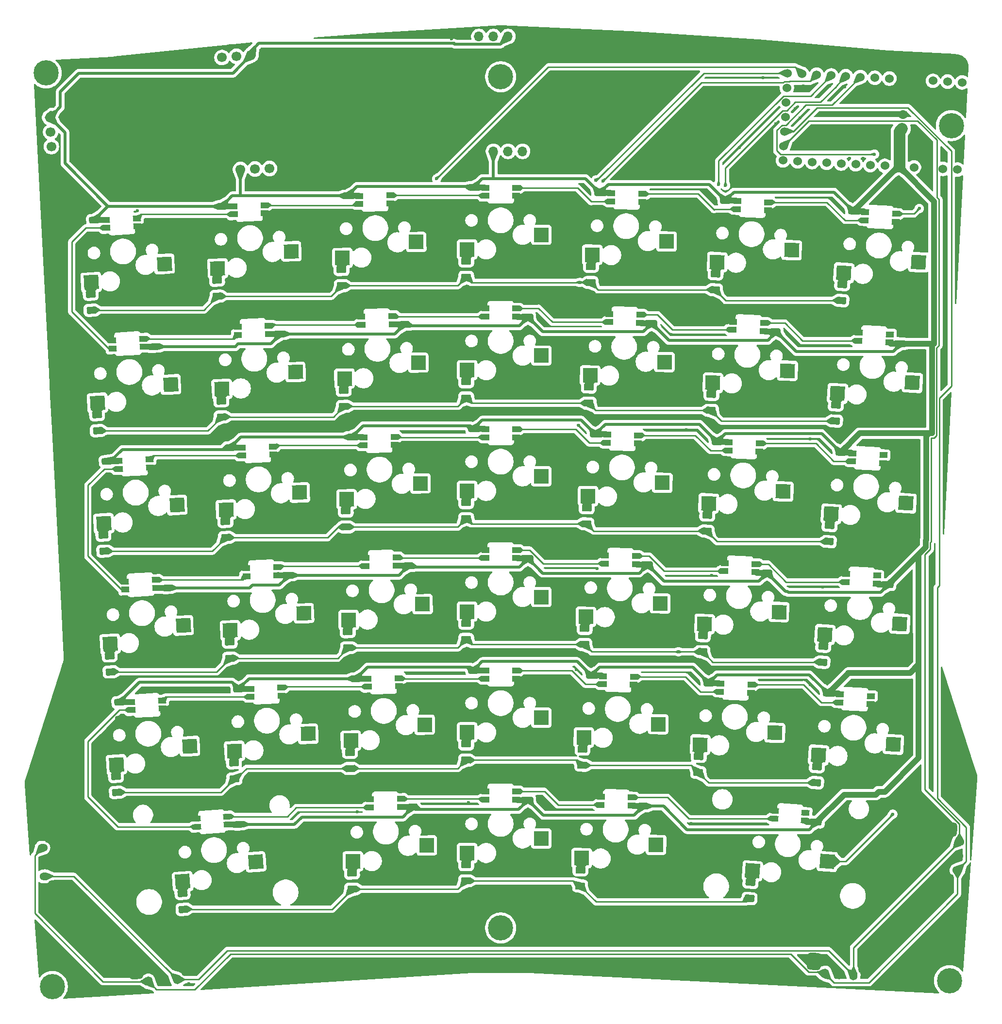
<source format=gbr>
%TF.GenerationSoftware,KiCad,Pcbnew,9.0.7*%
%TF.CreationDate,2026-01-25T01:50:43-05:00*%
%TF.ProjectId,travis_erg2026-v1,74726176-6973-45f6-9572-67323032362d,2026.01.24*%
%TF.SameCoordinates,Original*%
%TF.FileFunction,Copper,L2,Bot*%
%TF.FilePolarity,Positive*%
%FSLAX46Y46*%
G04 Gerber Fmt 4.6, Leading zero omitted, Abs format (unit mm)*
G04 Created by KiCad (PCBNEW 9.0.7) date 2026-01-25 01:50:43*
%MOMM*%
%LPD*%
G01*
G04 APERTURE LIST*
G04 Aperture macros list*
%AMRoundRect*
0 Rectangle with rounded corners*
0 $1 Rounding radius*
0 $2 $3 $4 $5 $6 $7 $8 $9 X,Y pos of 4 corners*
0 Add a 4 corners polygon primitive as box body*
4,1,4,$2,$3,$4,$5,$6,$7,$8,$9,$2,$3,0*
0 Add four circle primitives for the rounded corners*
1,1,$1+$1,$2,$3*
1,1,$1+$1,$4,$5*
1,1,$1+$1,$6,$7*
1,1,$1+$1,$8,$9*
0 Add four rect primitives between the rounded corners*
20,1,$1+$1,$2,$3,$4,$5,0*
20,1,$1+$1,$4,$5,$6,$7,0*
20,1,$1+$1,$6,$7,$8,$9,0*
20,1,$1+$1,$8,$9,$2,$3,0*%
%AMHorizOval*
0 Thick line with rounded ends*
0 $1 width*
0 $2 $3 position (X,Y) of the first rounded end (center of the circle)*
0 $4 $5 position (X,Y) of the second rounded end (center of the circle)*
0 Add line between two ends*
20,1,$1,$2,$3,$4,$5,0*
0 Add two circle primitives to create the rounded ends*
1,1,$1,$2,$3*
1,1,$1,$4,$5*%
%AMRotRect*
0 Rectangle, with rotation*
0 The origin of the aperture is its center*
0 $1 length*
0 $2 width*
0 $3 Rotation angle, in degrees counterclockwise*
0 Add horizontal line*
21,1,$1,$2,0,0,$3*%
G04 Aperture macros list end*
%TA.AperFunction,SMDPad,CuDef*%
%ADD10RotRect,2.550000X2.500000X178.000000*%
%TD*%
%TA.AperFunction,SMDPad,CuDef*%
%ADD11RotRect,2.550000X2.500000X182.000000*%
%TD*%
%TA.AperFunction,SMDPad,CuDef*%
%ADD12R,2.550000X2.500000*%
%TD*%
%TA.AperFunction,SMDPad,CuDef*%
%ADD13RotRect,2.550000X2.500000X177.000000*%
%TD*%
%TA.AperFunction,SMDPad,CuDef*%
%ADD14RotRect,2.550000X2.500000X181.000000*%
%TD*%
%TA.AperFunction,ComponentPad*%
%ADD15C,1.600000*%
%TD*%
%TA.AperFunction,SMDPad,CuDef*%
%ADD16RotRect,2.550000X2.500000X179.000000*%
%TD*%
%TA.AperFunction,ComponentPad*%
%ADD17C,0.700000*%
%TD*%
%TA.AperFunction,ComponentPad*%
%ADD18C,4.400000*%
%TD*%
%TA.AperFunction,ComponentPad*%
%ADD19R,1.700000X1.700000*%
%TD*%
%TA.AperFunction,ComponentPad*%
%ADD20O,1.700000X1.700000*%
%TD*%
%TA.AperFunction,SMDPad,CuDef*%
%ADD21RotRect,2.550000X2.500000X183.000000*%
%TD*%
%TA.AperFunction,ComponentPad*%
%ADD22RoundRect,0.625000X0.829271X-0.684514X0.916466X0.562441X-0.829271X0.684514X-0.916466X-0.562441X0*%
%TD*%
%TA.AperFunction,ComponentPad*%
%ADD23HorizOval,1.400000X-0.149635X0.010463X0.149635X-0.010463X0*%
%TD*%
%TA.AperFunction,ComponentPad*%
%ADD24C,1.524000*%
%TD*%
%TA.AperFunction,SMDPad,CuDef*%
%ADD25RotRect,2.550000X2.500000X184.000000*%
%TD*%
%TA.AperFunction,ComponentPad*%
%ADD26RotRect,1.700000X1.700000X92.000000*%
%TD*%
%TA.AperFunction,ComponentPad*%
%ADD27HorizOval,1.700000X0.000000X0.000000X0.000000X0.000000X0*%
%TD*%
%TA.AperFunction,ComponentPad*%
%ADD28RotRect,1.700000X1.700000X275.000000*%
%TD*%
%TA.AperFunction,ComponentPad*%
%ADD29HorizOval,1.700000X0.000000X0.000000X0.000000X0.000000X0*%
%TD*%
%TA.AperFunction,ComponentPad*%
%ADD30RoundRect,0.625000X-0.562441X-0.916466X0.684514X-0.829271X0.562441X0.916466X-0.684514X0.829271X0*%
%TD*%
%TA.AperFunction,ComponentPad*%
%ADD31HorizOval,1.400000X-0.010463X0.149635X0.010463X-0.149635X0*%
%TD*%
%TA.AperFunction,ComponentPad*%
%ADD32RotRect,1.700000X1.700000X3.000000*%
%TD*%
%TA.AperFunction,ComponentPad*%
%ADD33HorizOval,1.700000X0.000000X0.000000X0.000000X0.000000X0*%
%TD*%
%TA.AperFunction,SMDPad,CuDef*%
%ADD34RotRect,2.550000X2.500000X176.000000*%
%TD*%
%TA.AperFunction,ComponentPad*%
%ADD35RoundRect,0.625000X-0.916466X0.562441X-0.829271X-0.684514X0.916466X-0.562441X0.829271X0.684514X0*%
%TD*%
%TA.AperFunction,ComponentPad*%
%ADD36HorizOval,1.400000X-0.149635X-0.010463X0.149635X0.010463X0*%
%TD*%
%TA.AperFunction,ComponentPad*%
%ADD37RoundRect,0.625000X-0.684514X-0.829271X0.562441X-0.916466X0.684514X0.829271X-0.562441X0.916466X0*%
%TD*%
%TA.AperFunction,ComponentPad*%
%ADD38HorizOval,1.400000X-0.010463X-0.149635X0.010463X0.149635X0*%
%TD*%
%TA.AperFunction,SMDPad,CuDef*%
%ADD39RotRect,1.400000X1.000000X181.000000*%
%TD*%
%TA.AperFunction,SMDPad,CuDef*%
%ADD40RotRect,1.400000X1.000000X182.000000*%
%TD*%
%TA.AperFunction,SMDPad,CuDef*%
%ADD41RoundRect,0.250000X-0.644229X0.336295X-0.655573X-0.313606X0.644229X-0.336295X0.655573X0.313606X0*%
%TD*%
%TA.AperFunction,SMDPad,CuDef*%
%ADD42RotRect,1.400000X1.000000X1.000000*%
%TD*%
%TA.AperFunction,SMDPad,CuDef*%
%ADD43RoundRect,0.250000X0.604517X-0.407196X0.643769X0.341776X-0.604517X0.407196X-0.643769X-0.341776X0*%
%TD*%
%TA.AperFunction,SMDPad,CuDef*%
%ADD44RoundRect,0.250000X0.655573X-0.313606X0.644229X0.336295X-0.655573X0.313606X-0.644229X-0.336295X0*%
%TD*%
%TA.AperFunction,SMDPad,CuDef*%
%ADD45RoundRect,0.250000X0.671087X-0.278867X0.625746X0.369550X-0.671087X0.278867X-0.625746X-0.369550X0*%
%TD*%
%TA.AperFunction,SMDPad,CuDef*%
%ADD46RoundRect,0.250000X-0.632100X0.358573X-0.666118X-0.290536X0.632100X-0.358573X0.666118X0.290536X0*%
%TD*%
%TA.AperFunction,SMDPad,CuDef*%
%ADD47RotRect,1.400000X1.000000X358.000000*%
%TD*%
%TA.AperFunction,SMDPad,CuDef*%
%ADD48RoundRect,0.250000X-0.655573X0.313606X-0.644229X-0.336295X0.655573X-0.313606X0.644229X0.336295X0*%
%TD*%
%TA.AperFunction,SMDPad,CuDef*%
%ADD49RoundRect,0.250000X0.643769X-0.341776X0.604517X0.407196X-0.643769X0.341776X-0.604517X-0.407196X0*%
%TD*%
%TA.AperFunction,SMDPad,CuDef*%
%ADD50R,1.400000X1.000000*%
%TD*%
%TA.AperFunction,SMDPad,CuDef*%
%ADD51RotRect,1.400000X1.000000X359.000000*%
%TD*%
%TA.AperFunction,SMDPad,CuDef*%
%ADD52RoundRect,0.250000X0.631449X-0.364035X0.618360X0.385851X-0.631449X0.364035X-0.618360X-0.385851X0*%
%TD*%
%TA.AperFunction,SMDPad,CuDef*%
%ADD53RoundRect,0.250000X0.618360X-0.385851X0.631449X0.364035X-0.618360X0.385851X-0.631449X-0.364035X0*%
%TD*%
%TA.AperFunction,SMDPad,CuDef*%
%ADD54RoundRect,0.250000X-0.660946X0.302117X-0.638262X-0.347487X0.660946X-0.302117X0.638262X0.347487X0*%
%TD*%
%TA.AperFunction,SMDPad,CuDef*%
%ADD55RoundRect,0.250000X0.611532X-0.396584X0.637707X0.352959X-0.611532X0.396584X-0.637707X-0.352959X0*%
%TD*%
%TA.AperFunction,SMDPad,CuDef*%
%ADD56RoundRect,0.250000X0.625000X-0.375000X0.625000X0.375000X-0.625000X0.375000X-0.625000X-0.375000X0*%
%TD*%
%TA.AperFunction,SMDPad,CuDef*%
%ADD57RoundRect,0.250000X0.638262X-0.347487X0.660946X0.302117X-0.638262X0.347487X-0.660946X-0.302117X0*%
%TD*%
%TA.AperFunction,SMDPad,CuDef*%
%ADD58RotRect,1.400000X1.000000X357.000000*%
%TD*%
%TA.AperFunction,SMDPad,CuDef*%
%ADD59RoundRect,0.250000X-0.650000X0.325000X-0.650000X-0.325000X0.650000X-0.325000X0.650000X0.325000X0*%
%TD*%
%TA.AperFunction,SMDPad,CuDef*%
%ADD60RotRect,1.400000X1.000000X177.000000*%
%TD*%
%TA.AperFunction,SMDPad,CuDef*%
%ADD61RoundRect,0.250000X-0.638262X0.347487X-0.660946X-0.302117X0.638262X-0.347487X0.660946X0.302117X0*%
%TD*%
%TA.AperFunction,SMDPad,CuDef*%
%ADD62RoundRect,0.250000X0.650000X-0.325000X0.650000X0.325000X-0.650000X0.325000X-0.650000X-0.325000X0*%
%TD*%
%TA.AperFunction,SMDPad,CuDef*%
%ADD63RoundRect,0.250000X-0.666118X0.290536X-0.632100X-0.358573X0.666118X-0.290536X0.632100X0.358573X0*%
%TD*%
%TA.AperFunction,SMDPad,CuDef*%
%ADD64RoundRect,0.250000X0.644229X-0.336295X0.655573X0.313606X-0.644229X0.336295X-0.655573X-0.313606X0*%
%TD*%
%TA.AperFunction,SMDPad,CuDef*%
%ADD65RotRect,1.400000X1.000000X2.000000*%
%TD*%
%TA.AperFunction,SMDPad,CuDef*%
%ADD66RoundRect,0.250000X0.637707X-0.352959X0.611532X0.396584X-0.637707X0.352959X-0.611532X-0.396584X0*%
%TD*%
%TA.AperFunction,SMDPad,CuDef*%
%ADD67RoundRect,0.250000X0.597319X-0.417684X0.649636X0.330489X-0.597319X0.417684X-0.649636X-0.330489X0*%
%TD*%
%TA.AperFunction,SMDPad,CuDef*%
%ADD68RotRect,1.400000X1.000000X3.000000*%
%TD*%
%TA.AperFunction,SMDPad,CuDef*%
%ADD69RotRect,1.400000X1.000000X183.000000*%
%TD*%
%TA.AperFunction,SMDPad,CuDef*%
%ADD70RoundRect,0.250000X0.649636X-0.330489X0.597319X0.417684X-0.649636X0.330489X-0.597319X-0.417684X0*%
%TD*%
%TA.AperFunction,SMDPad,CuDef*%
%ADD71RotRect,1.400000X1.000000X356.000000*%
%TD*%
%TA.AperFunction,SMDPad,CuDef*%
%ADD72RoundRect,0.250000X0.632100X-0.358573X0.666118X0.290536X-0.632100X0.358573X-0.666118X-0.290536X0*%
%TD*%
%TA.AperFunction,SMDPad,CuDef*%
%ADD73RotRect,1.400000X1.000000X4.000000*%
%TD*%
%TA.AperFunction,SMDPad,CuDef*%
%ADD74RoundRect,0.250000X0.625746X-0.369550X0.671087X0.278867X-0.625746X0.369550X-0.671087X-0.278867X0*%
%TD*%
%TA.AperFunction,SMDPad,CuDef*%
%ADD75RoundRect,0.250000X0.666118X-0.290536X0.632100X0.358573X-0.666118X0.290536X-0.632100X-0.358573X0*%
%TD*%
%TA.AperFunction,SMDPad,CuDef*%
%ADD76RotRect,1.400000X1.000000X179.000000*%
%TD*%
%TA.AperFunction,SMDPad,CuDef*%
%ADD77RotRect,1.400000X1.000000X178.000000*%
%TD*%
%TA.AperFunction,SMDPad,CuDef*%
%ADD78RoundRect,0.250000X0.660946X-0.302117X0.638262X0.347487X-0.660946X0.302117X-0.638262X-0.347487X0*%
%TD*%
%TA.AperFunction,ViaPad*%
%ADD79C,0.600000*%
%TD*%
%TA.AperFunction,Conductor*%
%ADD80C,0.250000*%
%TD*%
%TA.AperFunction,Conductor*%
%ADD81C,1.000000*%
%TD*%
%TA.AperFunction,Conductor*%
%ADD82C,0.500000*%
%TD*%
%TA.AperFunction,Conductor*%
%ADD83C,2.000000*%
%TD*%
G04 APERTURE END LIST*
D10*
%TO.P,S32,1*%
%TO.N,col5*%
X159278003Y-136927094D03*
%TO.P,S32,2*%
%TO.N,matrix_col5_row3*%
X146270233Y-139014401D03*
%TD*%
D11*
%TO.P,S9,1*%
%TO.N,col1*%
X74935612Y-137131694D03*
%TO.P,S9,2*%
%TO.N,matrix_col1_row3*%
X62105131Y-140121292D03*
%TD*%
D10*
%TO.P,S31,1*%
%TO.N,col5*%
X158543368Y-157964271D03*
%TO.P,S31,2*%
%TO.N,matrix_col5_row2*%
X145535598Y-160051578D03*
%TD*%
D12*
%TO.P,S23,1*%
%TO.N,col3*%
X117087567Y-92193140D03*
%TO.P,S23,2*%
%TO.N,matrix_col3_row5*%
X104160567Y-94733140D03*
%TD*%
D13*
%TO.P,S40,1*%
%TO.N,col6*%
X182891684Y-96950664D03*
%TO.P,S40,2*%
%TO.N,matrix_col6_row5*%
X169849467Y-98810636D03*
%TD*%
D14*
%TO.P,S16,1*%
%TO.N,col2*%
X95631830Y-114481696D03*
%TO.P,S16,2*%
%TO.N,matrix_col2_row4*%
X82751128Y-117246916D03*
%TD*%
D13*
%TO.P,S39,1*%
%TO.N,col6*%
X181790012Y-117971816D03*
%TO.P,S39,2*%
%TO.N,matrix_col6_row4*%
X168747795Y-119831788D03*
%TD*%
D15*
%TO.P,C1,1*%
%TO.N,VCC*%
X180020720Y-73678516D03*
%TO.P,C1,2*%
%TO.N,GND*%
X180151560Y-71181942D03*
%TD*%
D16*
%TO.P,S29,1*%
%TO.N,col4*%
X138929025Y-93332433D03*
%TO.P,S29,2*%
%TO.N,matrix_col4_row5*%
X125959665Y-95646439D03*
%TD*%
D11*
%TO.P,S8,1*%
%TO.N,col1*%
X75670246Y-158168871D03*
%TO.P,S8,2*%
%TO.N,matrix_col1_row2*%
X62839765Y-161158469D03*
%TD*%
D17*
%TO.P,HOLE1,1*%
%TO.N,N/C*%
X29066043Y-64062467D03*
X29487593Y-62872048D03*
X29609717Y-65202302D03*
X30627428Y-62328374D03*
D18*
X30713782Y-63976113D03*
D17*
X30800136Y-65623852D03*
X31817847Y-62749924D03*
X31939971Y-65080178D03*
X32361521Y-63889759D03*
%TD*%
D11*
%TO.P,S7,1*%
%TO.N,col1*%
X76404881Y-179206048D03*
%TO.P,S7,2*%
%TO.N,matrix_col1_row1*%
X63574400Y-182195646D03*
%TD*%
D16*
%TO.P,S26,1*%
%TO.N,col4*%
X137826905Y-156472815D03*
%TO.P,S26,2*%
%TO.N,matrix_col4_row2*%
X124857545Y-158786821D03*
%TD*%
D19*
%TO.P,OLED5,1*%
%TO.N,GND*%
X113812567Y-57603140D03*
D20*
%TO.P,OLED5,2*%
%TO.N,VCC*%
X111272567Y-57603140D03*
%TO.P,OLED5,3*%
%TO.N,scl*%
X108732567Y-57603140D03*
%TO.P,OLED5,4*%
%TO.N,sda*%
X106192567Y-57603140D03*
%TD*%
D21*
%TO.P,S3,1*%
%TO.N,col0*%
X54648860Y-160320485D03*
%TO.P,S3,2*%
%TO.N,matrix_col0_row2*%
X41872509Y-163533551D03*
%TD*%
D22*
%TO.P,ROT4,4*%
%TO.N,GND*%
X187517002Y-204857379D03*
X188144810Y-195879303D03*
D23*
%TO.P,ROT4,A*%
%TO.N,encA*%
X189651643Y-203001764D03*
%TO.P,ROT4,B*%
%TO.N,GND*%
X189826034Y-200507854D03*
%TO.P,ROT4,C*%
%TO.N,encC*%
X190000425Y-198013944D03*
%TD*%
D14*
%TO.P,S12,1*%
%TO.N,col2*%
X97101323Y-198668872D03*
%TO.P,S12,2*%
%TO.N,matrix_col2_row0*%
X84220621Y-201434092D03*
%TD*%
D16*
%TO.P,S25,1*%
%TO.N,col4*%
X137459532Y-177519609D03*
%TO.P,S25,2*%
%TO.N,matrix_col4_row1*%
X124490172Y-179833615D03*
%TD*%
D24*
%TO.P,MCU1,1*%
%TO.N,GP10*%
X190468138Y-65594213D03*
%TO.P,MCU1,2*%
%TO.N,D3*%
X187931619Y-65461279D03*
%TO.P,MCU1,3*%
%TO.N,D2*%
X185395100Y-65328346D03*
%TO.P,MCU1,4*%
%TO.N,GND*%
X182858581Y-65195413D03*
%TO.P,MCU1,5*%
X180322062Y-65062479D03*
%TO.P,MCU1,6*%
%TO.N,sda*%
X177785543Y-64929546D03*
%TO.P,MCU1,7*%
%TO.N,scl*%
X175249023Y-64796613D03*
%TO.P,MCU1,8*%
%TO.N,row0*%
X172712504Y-64663679D03*
%TO.P,MCU1,9*%
%TO.N,row1*%
X170175985Y-64530746D03*
%TO.P,MCU1,10*%
%TO.N,row2*%
X167639466Y-64397813D03*
%TO.P,MCU1,11*%
%TO.N,row3*%
X165102947Y-64264879D03*
%TO.P,MCU1,12*%
%TO.N,row4*%
X162566428Y-64131946D03*
%TO.P,MCU1,13*%
%TO.N,row5*%
X160029909Y-63999013D03*
%TO.P,MCU1,14*%
%TO.N,GP12*%
X159896976Y-66535532D03*
%TO.P,MCU1,15*%
%TO.N,GP13*%
X159764043Y-69072051D03*
%TO.P,MCU1,16*%
%TO.N,GP14*%
X159631109Y-71608570D03*
%TO.P,MCU1,17*%
%TO.N,encA*%
X159498176Y-74145089D03*
%TO.P,MCU1,18*%
%TO.N,encC*%
X159365243Y-76681608D03*
%TO.P,MCU1,19*%
%TO.N,N/C*%
X159232309Y-79218127D03*
%TO.P,MCU1,20*%
%TO.N,col0*%
X161768828Y-79351060D03*
%TO.P,MCU1,21*%
%TO.N,col1*%
X164305347Y-79483993D03*
%TO.P,MCU1,22*%
%TO.N,col2*%
X166841866Y-79616927D03*
%TO.P,MCU1,23*%
%TO.N,col3*%
X169378385Y-79749860D03*
%TO.P,MCU1,24*%
%TO.N,col4*%
X171914905Y-79882793D03*
%TO.P,MCU1,25*%
%TO.N,col5*%
X174451424Y-80015727D03*
%TO.P,MCU1,26*%
%TO.N,col6*%
X176987943Y-80148660D03*
%TO.P,MCU1,27*%
%TO.N,VCC*%
X179524462Y-80281593D03*
%TO.P,MCU1,28*%
%TO.N,RST*%
X182060981Y-80414527D03*
%TO.P,MCU1,29*%
%TO.N,GND*%
X184597500Y-80547460D03*
%TO.P,MCU1,30*%
%TO.N,RAW*%
X187134019Y-80680393D03*
%TO.P,MCU1,31*%
%TO.N,LED_1*%
X189670538Y-80813327D03*
%TD*%
D25*
%TO.P,S1,1*%
%TO.N,col0*%
X67256184Y-201514920D03*
%TO.P,S1,2*%
%TO.N,matrix_col0_row0*%
X54537855Y-204950475D03*
%TD*%
D21*
%TO.P,S4,1*%
%TO.N,col0*%
X53547188Y-139299333D03*
%TO.P,S4,2*%
%TO.N,matrix_col0_row3*%
X40770837Y-142512399D03*
%TD*%
D12*
%TO.P,S18,1*%
%TO.N,col3*%
X117087567Y-197443140D03*
%TO.P,S18,2*%
%TO.N,matrix_col3_row0*%
X104160567Y-199983140D03*
%TD*%
D26*
%TO.P,OLED2,1*%
%TO.N,GND*%
X62069669Y-80881442D03*
D27*
%TO.P,OLED2,2*%
%TO.N,VCC*%
X64608122Y-80792797D03*
%TO.P,OLED2,3*%
%TO.N,scl*%
X67146574Y-80704153D03*
%TO.P,OLED2,4*%
%TO.N,sda*%
X69685027Y-80615508D03*
%TD*%
D28*
%TO.P,OLED3,1*%
%TO.N,GND*%
X68986164Y-60602707D03*
D29*
%TO.P,OLED3,2*%
%TO.N,VCC*%
X66455828Y-60824083D03*
%TO.P,OLED3,3*%
%TO.N,scl*%
X63925495Y-61045458D03*
%TO.P,OLED3,4*%
%TO.N,sda*%
X61395160Y-61266834D03*
%TD*%
D12*
%TO.P,S20,1*%
%TO.N,col3*%
X117087567Y-155343140D03*
%TO.P,S20,2*%
%TO.N,matrix_col3_row2*%
X104160567Y-157883140D03*
%TD*%
D13*
%TO.P,S38,1*%
%TO.N,col6*%
X180688340Y-138992968D03*
%TO.P,S38,2*%
%TO.N,matrix_col6_row3*%
X167646123Y-140852940D03*
%TD*%
D10*
%TO.P,S30,1*%
%TO.N,col5*%
X157808734Y-179001448D03*
%TO.P,S30,2*%
%TO.N,matrix_col5_row1*%
X144800964Y-181088755D03*
%TD*%
D16*
%TO.P,S24,1*%
%TO.N,col4*%
X137092159Y-198566403D03*
%TO.P,S24,2*%
%TO.N,matrix_col4_row0*%
X124122799Y-200880409D03*
%TD*%
D21*
%TO.P,S2,1*%
%TO.N,col0*%
X55750532Y-181341636D03*
%TO.P,S2,2*%
%TO.N,matrix_col0_row1*%
X42974181Y-184554702D03*
%TD*%
D13*
%TO.P,S37,1*%
%TO.N,col6*%
X179586668Y-160014119D03*
%TO.P,S37,2*%
%TO.N,matrix_col6_row2*%
X166544451Y-161874091D03*
%TD*%
D17*
%TO.P,HOLE4,4*%
%TO.N,N/C*%
X186636167Y-222112969D03*
X187199651Y-220982796D03*
X187036877Y-223310564D03*
X188397246Y-220582086D03*
D18*
X188282148Y-222228067D03*
D17*
X188167050Y-223874048D03*
X189527419Y-221145570D03*
X189364645Y-223473338D03*
X189928129Y-222343165D03*
%TD*%
D11*
%TO.P,S11,1*%
%TO.N,col1*%
X73466343Y-95057340D03*
%TO.P,S11,2*%
%TO.N,matrix_col1_row5*%
X60635862Y-98046938D03*
%TD*%
D30*
%TO.P,ROT2,4*%
%TO.N,GND*%
X46421479Y-220524582D03*
X55399555Y-219896774D03*
D31*
%TO.P,ROT2,A*%
%TO.N,encA*%
X48556120Y-222380197D03*
%TO.P,ROT2,B*%
%TO.N,GND*%
X51050030Y-222205806D03*
%TO.P,ROT2,C*%
%TO.N,encC*%
X53543940Y-222031415D03*
%TD*%
D32*
%TO.P,OLED1,1*%
%TO.N,GND*%
X31236895Y-69180868D03*
D33*
%TO.P,OLED1,2*%
%TO.N,VCC*%
X31369828Y-71717387D03*
%TO.P,OLED1,3*%
%TO.N,scl*%
X31502762Y-74253906D03*
%TO.P,OLED1,4*%
%TO.N,sda*%
X31635695Y-76790425D03*
%TD*%
D21*
%TO.P,S6,1*%
%TO.N,col0*%
X51343844Y-97257030D03*
%TO.P,S6,2*%
%TO.N,matrix_col0_row5*%
X38567493Y-100470096D03*
%TD*%
D14*
%TO.P,S15,1*%
%TO.N,col2*%
X95999203Y-135528490D03*
%TO.P,S15,2*%
%TO.N,matrix_col2_row3*%
X83118501Y-138293710D03*
%TD*%
D21*
%TO.P,S5,1*%
%TO.N,col0*%
X52445516Y-118278181D03*
%TO.P,S5,2*%
%TO.N,matrix_col0_row4*%
X39669165Y-121491247D03*
%TD*%
D12*
%TO.P,S19,1*%
%TO.N,col3*%
X117087567Y-176393140D03*
%TO.P,S19,2*%
%TO.N,matrix_col3_row1*%
X104160567Y-178933140D03*
%TD*%
D34*
%TO.P,S35,1*%
%TO.N,col6*%
X166964246Y-201455404D03*
%TO.P,S35,2*%
%TO.N,matrix_col6_row0*%
X153891554Y-203087475D03*
%TD*%
D17*
%TO.P,HOLE5,5*%
%TO.N,N/C*%
X108352567Y-213059390D03*
X108835841Y-211892664D03*
X108835841Y-214226116D03*
X110002567Y-211409390D03*
D18*
X110002567Y-213059390D03*
D17*
X110002567Y-214709390D03*
X111169293Y-211892664D03*
X111169293Y-214226116D03*
X111652567Y-213059390D03*
%TD*%
D35*
%TO.P,ROT1,4*%
%TO.N,GND*%
X31940137Y-196927268D03*
X32567945Y-205905344D03*
D36*
%TO.P,ROT1,A*%
%TO.N,encA*%
X30084522Y-199061909D03*
%TO.P,ROT1,B*%
%TO.N,GND*%
X30258913Y-201555819D03*
%TO.P,ROT1,C*%
%TO.N,encC*%
X30433304Y-204049729D03*
%TD*%
D11*
%TO.P,S10,1*%
%TO.N,col1*%
X74200978Y-116094517D03*
%TO.P,S10,2*%
%TO.N,matrix_col1_row4*%
X61370497Y-119084115D03*
%TD*%
D16*
%TO.P,S28,1*%
%TO.N,col4*%
X138561652Y-114379227D03*
%TO.P,S28,2*%
%TO.N,matrix_col4_row4*%
X125592292Y-116693233D03*
%TD*%
D14*
%TO.P,S13,1*%
%TO.N,col2*%
X96733950Y-177622078D03*
%TO.P,S13,2*%
%TO.N,matrix_col2_row1*%
X83853248Y-180387298D03*
%TD*%
%TO.P,S17,1*%
%TO.N,col2*%
X95264457Y-93434902D03*
%TO.P,S17,2*%
%TO.N,matrix_col2_row5*%
X82383755Y-96200122D03*
%TD*%
%TO.P,S14,1*%
%TO.N,col2*%
X96366576Y-156575284D03*
%TO.P,S14,2*%
%TO.N,matrix_col2_row2*%
X83485874Y-159340504D03*
%TD*%
D37*
%TO.P,ROT3,4*%
%TO.N,GND*%
X164685392Y-218848809D03*
X173663468Y-219476617D03*
D38*
%TO.P,ROT3,A*%
%TO.N,encA*%
X166541007Y-220983450D03*
%TO.P,ROT3,B*%
%TO.N,GND*%
X169034917Y-221157841D03*
%TO.P,ROT3,C*%
%TO.N,encC*%
X171528827Y-221332232D03*
%TD*%
D13*
%TO.P,S36,1*%
%TO.N,col6*%
X178484996Y-181035271D03*
%TO.P,S36,2*%
%TO.N,matrix_col6_row1*%
X165442779Y-182895243D03*
%TD*%
D16*
%TO.P,S27,1*%
%TO.N,col4*%
X138194278Y-135426021D03*
%TO.P,S27,2*%
%TO.N,matrix_col4_row3*%
X125224918Y-137740027D03*
%TD*%
D17*
%TO.P,HOLE3,3*%
%TO.N,N/C*%
X186937325Y-73064662D03*
X187480999Y-71924827D03*
X187358875Y-74255081D03*
X188671418Y-71503277D03*
D18*
X188585064Y-73151016D03*
D17*
X188498710Y-74798755D03*
X189811253Y-72046951D03*
X189689129Y-74377205D03*
X190232803Y-73237370D03*
%TD*%
D12*
%TO.P,S22,1*%
%TO.N,col3*%
X117087567Y-113243140D03*
%TO.P,S22,2*%
%TO.N,matrix_col3_row4*%
X104160567Y-115783140D03*
%TD*%
D10*
%TO.P,S33,1*%
%TO.N,col5*%
X160012637Y-115889917D03*
%TO.P,S33,2*%
%TO.N,matrix_col5_row4*%
X147004867Y-117977224D03*
%TD*%
%TO.P,S34,1*%
%TO.N,col5*%
X160747272Y-94852740D03*
%TO.P,S34,2*%
%TO.N,matrix_col5_row5*%
X147739502Y-96940047D03*
%TD*%
D17*
%TO.P,HOLE6,6*%
%TO.N,N/C*%
X30156819Y-223391130D03*
X30557529Y-222193535D03*
X30720303Y-224521303D03*
X31687702Y-221630051D03*
D18*
X31802800Y-223276032D03*
D17*
X31917898Y-224922013D03*
X32885297Y-222030761D03*
X33048071Y-224358529D03*
X33448781Y-223160934D03*
%TD*%
D12*
%TO.P,S21,1*%
%TO.N,col3*%
X117087567Y-134293140D03*
%TO.P,S21,2*%
%TO.N,matrix_col3_row3*%
X104160567Y-136833140D03*
%TD*%
D19*
%TO.P,OLED4,1*%
%TO.N,GND*%
X106192567Y-77628140D03*
D20*
%TO.P,OLED4,2*%
%TO.N,VCC*%
X108732567Y-77628140D03*
%TO.P,OLED4,3*%
%TO.N,scl*%
X111272567Y-77628140D03*
%TO.P,OLED4,4*%
%TO.N,sda*%
X113812567Y-77628140D03*
%TD*%
D17*
%TO.P,HOLE2,2*%
%TO.N,N/C*%
X108352567Y-64628140D03*
X108835841Y-63461414D03*
X108835841Y-65794866D03*
X110002567Y-62978140D03*
D18*
X110002567Y-64628140D03*
D17*
X110002567Y-66278140D03*
X111169293Y-63461414D03*
X111169293Y-65794866D03*
X111652567Y-64628140D03*
%TD*%
D39*
%TO.P,LED8,1*%
%TO.N,VCC*%
X86072584Y-127500510D03*
%TO.P,LED8,2*%
%TO.N,LED_20*%
X86097017Y-128900297D03*
%TO.P,LED8,3*%
%TO.N,GND*%
X91496194Y-128806054D03*
%TO.P,LED8,4*%
%TO.N,LED_19*%
X91471761Y-127406267D03*
%TD*%
D40*
%TO.P,LED6,1*%
%TO.N,VCC*%
X63401128Y-87203827D03*
%TO.P,LED6,2*%
%TO.N,LED_7*%
X63449987Y-88602974D03*
%TO.P,LED6,3*%
%TO.N,GND*%
X68846698Y-88414517D03*
%TO.P,LED6,4*%
%TO.N,LED_6*%
X68797839Y-87015370D03*
%TD*%
D41*
%TO.P,C14,1*%
%TO.N,VCC*%
X125770578Y-169049320D03*
%TO.P,C14,2*%
%TO.N,GND*%
X125719094Y-171998870D03*
%TD*%
D42*
%TO.P,LED28,1*%
%TO.N,VCC*%
X91863567Y-149852848D03*
%TO.P,LED28,2*%
%TO.N,LED_25*%
X91839134Y-148453061D03*
%TO.P,LED28,3*%
%TO.N,GND*%
X86439957Y-148547304D03*
%TO.P,LED28,4*%
%TO.N,LED_24*%
X86464390Y-149947091D03*
%TD*%
D43*
%TO.P,D37,1*%
%TO.N,row2*%
X166108134Y-166702874D03*
%TO.P,D37,2*%
%TO.N,matrix_col6_row2*%
X166254674Y-163906712D03*
%TD*%
D44*
%TO.P,C29,1*%
%TO.N,VCC*%
X93914739Y-149902057D03*
%TO.P,C29,2*%
%TO.N,GND*%
X93863255Y-146952507D03*
%TD*%
D45*
%TO.P,C23,1*%
%TO.N,VCC*%
X64458457Y-194979159D03*
%TO.P,C23,2*%
%TO.N,GND*%
X64252675Y-192036345D03*
%TD*%
D46*
%TO.P,C22,1*%
%TO.N,VCC*%
X171505461Y-88077595D03*
%TO.P,C22,2*%
%TO.N,GND*%
X171351069Y-91023553D03*
%TD*%
D47*
%TO.P,LED37,1*%
%TO.N,VCC*%
X155867626Y-108941025D03*
%TO.P,LED37,2*%
%TO.N,LED_14*%
X155916485Y-107541878D03*
%TO.P,LED37,3*%
%TO.N,GND*%
X150519774Y-107353421D03*
%TO.P,LED37,4*%
%TO.N,LED_13*%
X150470915Y-108752568D03*
%TD*%
D48*
%TO.P,C9,1*%
%TO.N,VCC*%
X84021762Y-127471298D03*
%TO.P,C9,2*%
%TO.N,GND*%
X84073246Y-130420848D03*
%TD*%
D49*
%TO.P,D3,1*%
%TO.N,row2*%
X41943327Y-168381488D03*
%TO.P,D3,2*%
%TO.N,matrix_col0_row2*%
X41796787Y-165585326D03*
%TD*%
D44*
%TO.P,C28,1*%
%TO.N,VCC*%
X94649485Y-191995645D03*
%TO.P,C28,2*%
%TO.N,GND*%
X94598001Y-189046095D03*
%TD*%
D50*
%TO.P,LED11,1*%
%TO.N,VCC*%
X107302567Y-126093140D03*
%TO.P,LED11,2*%
%TO.N,LED_19*%
X107302567Y-127493140D03*
%TO.P,LED11,3*%
%TO.N,GND*%
X112702567Y-127493140D03*
%TO.P,LED11,4*%
%TO.N,LED_18*%
X112702567Y-126093140D03*
%TD*%
D51*
%TO.P,LED35,1*%
%TO.N,VCC*%
X134295995Y-107503735D03*
%TO.P,LED35,2*%
%TO.N,LED_13*%
X134320428Y-106103948D03*
%TO.P,LED35,3*%
%TO.N,GND*%
X128921251Y-106009705D03*
%TO.P,LED35,4*%
%TO.N,LED_12*%
X128896818Y-107409492D03*
%TD*%
D48*
%TO.P,C8,1*%
%TO.N,VCC*%
X84756508Y-169564886D03*
%TO.P,C8,2*%
%TO.N,GND*%
X84807992Y-172514436D03*
%TD*%
D52*
%TO.P,D12,1*%
%TO.N,row0*%
X84122205Y-206281548D03*
%TO.P,D12,2*%
%TO.N,matrix_col2_row0*%
X84073339Y-203481974D03*
%TD*%
D53*
%TO.P,D26,1*%
%TO.N,row2*%
X124590016Y-163627890D03*
%TO.P,D26,2*%
%TO.N,matrix_col4_row2*%
X124638882Y-160828316D03*
%TD*%
D50*
%TO.P,LED31,1*%
%TO.N,VCC*%
X112702567Y-148543140D03*
%TO.P,LED31,2*%
%TO.N,LED_26*%
X112702567Y-147143140D03*
%TO.P,LED31,3*%
%TO.N,GND*%
X107302567Y-147143140D03*
%TO.P,LED31,4*%
%TO.N,LED_25*%
X107302567Y-148543140D03*
%TD*%
%TO.P,LED10,1*%
%TO.N,VCC*%
X107302567Y-168193140D03*
%TO.P,LED10,2*%
%TO.N,LED_33*%
X107302567Y-169593140D03*
%TO.P,LED10,3*%
%TO.N,GND*%
X112702567Y-169593140D03*
%TO.P,LED10,4*%
%TO.N,LED_32*%
X112702567Y-168193140D03*
%TD*%
D54*
%TO.P,C5,1*%
%TO.N,VCC*%
X64288645Y-171359118D03*
%TO.P,C5,2*%
%TO.N,GND*%
X64391599Y-174307320D03*
%TD*%
D55*
%TO.P,D34,1*%
%TO.N,row5*%
X147387526Y-101775709D03*
%TO.P,D34,2*%
%TO.N,matrix_col5_row5*%
X147485244Y-98977415D03*
%TD*%
D53*
%TO.P,D25,1*%
%TO.N,row1*%
X124222643Y-184674684D03*
%TO.P,D25,2*%
%TO.N,matrix_col4_row1*%
X124271509Y-181875110D03*
%TD*%
D56*
%TO.P,D21,1*%
%TO.N,row3*%
X103977567Y-141678140D03*
%TO.P,D21,2*%
%TO.N,matrix_col3_row3*%
X103977567Y-138878140D03*
%TD*%
D57*
%TO.P,C38,1*%
%TO.N,VCC*%
X157913410Y-109097517D03*
%TO.P,C38,2*%
%TO.N,GND*%
X158016364Y-106149315D03*
%TD*%
D48*
%TO.P,C10,1*%
%TO.N,VCC*%
X83287015Y-85377710D03*
%TO.P,C10,2*%
%TO.N,GND*%
X83338499Y-88327260D03*
%TD*%
D58*
%TO.P,LED40,1*%
%TO.N,VCC*%
X177766906Y-110951642D03*
%TO.P,LED40,2*%
%TO.N,LED_15*%
X177840176Y-109553560D03*
%TO.P,LED40,3*%
%TO.N,GND*%
X172447576Y-109270946D03*
%TO.P,LED40,4*%
%TO.N,LED_14*%
X172374306Y-110669028D03*
%TD*%
D59*
%TO.P,C11,1*%
%TO.N,VCC*%
X105252567Y-168128140D03*
%TO.P,C11,2*%
%TO.N,GND*%
X105252567Y-171078140D03*
%TD*%
D52*
%TO.P,D17,1*%
%TO.N,row5*%
X82285339Y-101047578D03*
%TO.P,D17,2*%
%TO.N,matrix_col2_row5*%
X82236473Y-98248004D03*
%TD*%
D56*
%TO.P,D23,1*%
%TO.N,row5*%
X103977567Y-99578140D03*
%TO.P,D23,2*%
%TO.N,matrix_col3_row5*%
X103977567Y-96778140D03*
%TD*%
D60*
%TO.P,LED19,1*%
%TO.N,VCC*%
X169142561Y-172334402D03*
%TO.P,LED19,2*%
%TO.N,LED_30*%
X169069291Y-173732484D03*
%TO.P,LED19,3*%
%TO.N,GND*%
X174461891Y-174015098D03*
%TO.P,LED19,4*%
%TO.N,LED_29*%
X174535161Y-172617016D03*
%TD*%
%TO.P,LED20,1*%
%TO.N,VCC*%
X171345905Y-130292098D03*
%TO.P,LED20,2*%
%TO.N,LED_16*%
X171272635Y-131690180D03*
%TO.P,LED20,3*%
%TO.N,GND*%
X176665235Y-131972794D03*
%TO.P,LED20,4*%
%TO.N,LED_15*%
X176738505Y-130574712D03*
%TD*%
D61*
%TO.P,C19,1*%
%TO.N,VCC*%
X149207926Y-86179740D03*
%TO.P,C19,2*%
%TO.N,GND*%
X149104972Y-89127942D03*
%TD*%
D62*
%TO.P,C33,1*%
%TO.N,VCC*%
X114752567Y-106528140D03*
%TO.P,C33,2*%
%TO.N,GND*%
X114752567Y-103578140D03*
%TD*%
D40*
%TO.P,LED5,1*%
%TO.N,VCC*%
X64870396Y-129278180D03*
%TO.P,LED5,2*%
%TO.N,LED_21*%
X64919255Y-130677327D03*
%TO.P,LED5,3*%
%TO.N,GND*%
X70315966Y-130488870D03*
%TO.P,LED5,4*%
%TO.N,LED_20*%
X70267107Y-129089723D03*
%TD*%
D63*
%TO.P,C4,1*%
%TO.N,VCC*%
X39092506Y-89622752D03*
%TO.P,C4,2*%
%TO.N,GND*%
X39246898Y-92568710D03*
%TD*%
D64*
%TO.P,C34,1*%
%TO.N,VCC*%
X134874707Y-191811675D03*
%TO.P,C34,2*%
%TO.N,GND*%
X134926191Y-188862125D03*
%TD*%
D65*
%TO.P,LED26,1*%
%TO.N,VCC*%
X69581332Y-109451693D03*
%TO.P,LED26,2*%
%TO.N,LED_10*%
X69532473Y-108052546D03*
%TO.P,LED26,3*%
%TO.N,GND*%
X64135762Y-108241003D03*
%TO.P,LED26,4*%
%TO.N,LED_9*%
X64184621Y-109640150D03*
%TD*%
D56*
%TO.P,D20,1*%
%TO.N,row2*%
X103977567Y-162728140D03*
%TO.P,D20,2*%
%TO.N,matrix_col3_row2*%
X103977567Y-159928140D03*
%TD*%
D66*
%TO.P,D10,1*%
%TO.N,row4*%
X61356696Y-123932550D03*
%TO.P,D10,2*%
%TO.N,matrix_col1_row4*%
X61258978Y-121134256D03*
%TD*%
D67*
%TO.P,D35,1*%
%TO.N,row0*%
X153371030Y-207907908D03*
%TO.P,D35,2*%
%TO.N,matrix_col6_row0*%
X153566348Y-205114728D03*
%TD*%
D56*
%TO.P,D19,1*%
%TO.N,row1*%
X103977567Y-183778140D03*
%TO.P,D19,2*%
%TO.N,matrix_col3_row1*%
X103977567Y-180978140D03*
%TD*%
D62*
%TO.P,C32,1*%
%TO.N,VCC*%
X114752567Y-148628140D03*
%TO.P,C32,2*%
%TO.N,GND*%
X114752567Y-145678140D03*
%TD*%
D41*
%TO.P,C16,1*%
%TO.N,VCC*%
X127240071Y-84862144D03*
%TO.P,C16,2*%
%TO.N,GND*%
X127188587Y-87811694D03*
%TD*%
D40*
%TO.P,LED4,1*%
%TO.N,VCC*%
X66339665Y-171352534D03*
%TO.P,LED4,2*%
%TO.N,LED_35*%
X66388524Y-172751681D03*
%TO.P,LED4,3*%
%TO.N,GND*%
X71785235Y-172563224D03*
%TO.P,LED4,4*%
%TO.N,LED_34*%
X71736376Y-171164077D03*
%TD*%
D66*
%TO.P,D7,1*%
%TO.N,row1*%
X63560599Y-187044081D03*
%TO.P,D7,2*%
%TO.N,matrix_col1_row1*%
X63462881Y-184245787D03*
%TD*%
D68*
%TO.P,LED24,1*%
%TO.N,VCC*%
X47710641Y-111716994D03*
%TO.P,LED24,2*%
%TO.N,LED_9*%
X47637371Y-110318912D03*
%TO.P,LED24,3*%
%TO.N,GND*%
X42244771Y-110601526D03*
%TO.P,LED24,4*%
%TO.N,LED_8*%
X42318041Y-111999608D03*
%TD*%
%TO.P,LED23,1*%
%TO.N,VCC*%
X49913984Y-153759297D03*
%TO.P,LED23,2*%
%TO.N,LED_23*%
X49840714Y-152361215D03*
%TO.P,LED23,3*%
%TO.N,GND*%
X44448114Y-152643829D03*
%TO.P,LED23,4*%
%TO.N,LED_22*%
X44521384Y-154041911D03*
%TD*%
D49*
%TO.P,D2,1*%
%TO.N,row1*%
X43044999Y-189402639D03*
%TO.P,D2,2*%
%TO.N,matrix_col0_row1*%
X42898459Y-186606477D03*
%TD*%
D55*
%TO.P,D33,1*%
%TO.N,row4*%
X146652891Y-122812886D03*
%TO.P,D33,2*%
%TO.N,matrix_col5_row4*%
X146750609Y-120014592D03*
%TD*%
D63*
%TO.P,C3,1*%
%TO.N,VCC*%
X41295850Y-131665055D03*
%TO.P,C3,2*%
%TO.N,GND*%
X41450242Y-134611013D03*
%TD*%
D59*
%TO.P,C12,1*%
%TO.N,VCC*%
X105252567Y-126028140D03*
%TO.P,C12,2*%
%TO.N,GND*%
X105252567Y-128978140D03*
%TD*%
D64*
%TO.P,C36,1*%
%TO.N,VCC*%
X136344200Y-107624499D03*
%TO.P,C36,2*%
%TO.N,GND*%
X136395684Y-104674949D03*
%TD*%
D69*
%TO.P,LED2,1*%
%TO.N,VCC*%
X43346443Y-131622677D03*
%TO.P,LED2,2*%
%TO.N,LED_22*%
X43419713Y-133020759D03*
%TO.P,LED2,3*%
%TO.N,GND*%
X48812313Y-132738145D03*
%TO.P,LED2,4*%
%TO.N,LED_21*%
X48739043Y-131340063D03*
%TD*%
D56*
%TO.P,D18,1*%
%TO.N,row0*%
X103977567Y-204828140D03*
%TO.P,D18,2*%
%TO.N,matrix_col3_row0*%
X103977567Y-202028140D03*
%TD*%
D49*
%TO.P,D5,1*%
%TO.N,row4*%
X39739983Y-126339184D03*
%TO.P,D5,2*%
%TO.N,matrix_col0_row4*%
X39593443Y-123543022D03*
%TD*%
D63*
%TO.P,C2,1*%
%TO.N,VCC*%
X43499194Y-173707359D03*
%TO.P,C2,2*%
%TO.N,GND*%
X43653586Y-176653317D03*
%TD*%
D52*
%TO.P,D14,1*%
%TO.N,row2*%
X83387459Y-164187960D03*
%TO.P,D14,2*%
%TO.N,matrix_col2_row2*%
X83338593Y-161388386D03*
%TD*%
D56*
%TO.P,D22,1*%
%TO.N,row4*%
X103977567Y-120628140D03*
%TO.P,D22,2*%
%TO.N,matrix_col3_row4*%
X103977567Y-117828140D03*
%TD*%
D70*
%TO.P,D1,1*%
%TO.N,row0*%
X54693271Y-209796438D03*
%TO.P,D1,2*%
%TO.N,matrix_col0_row0*%
X54497953Y-207003258D03*
%TD*%
D55*
%TO.P,D32,1*%
%TO.N,row3*%
X145918257Y-143850062D03*
%TO.P,D32,2*%
%TO.N,matrix_col5_row3*%
X146015975Y-141051768D03*
%TD*%
D52*
%TO.P,D13,1*%
%TO.N,row1*%
X83754832Y-185234754D03*
%TO.P,D13,2*%
%TO.N,matrix_col2_row1*%
X83705966Y-182435180D03*
%TD*%
%TO.P,D16,1*%
%TO.N,row4*%
X82652712Y-122094372D03*
%TO.P,D16,2*%
%TO.N,matrix_col2_row4*%
X82603846Y-119294798D03*
%TD*%
D61*
%TO.P,C17,1*%
%TO.N,VCC*%
X146269388Y-170328447D03*
%TO.P,C17,2*%
%TO.N,GND*%
X146166434Y-173276649D03*
%TD*%
D53*
%TO.P,D29,1*%
%TO.N,row5*%
X125692136Y-100487508D03*
%TO.P,D29,2*%
%TO.N,matrix_col4_row5*%
X125741002Y-97687934D03*
%TD*%
D42*
%TO.P,LED29,1*%
%TO.N,VCC*%
X91128821Y-107759260D03*
%TO.P,LED29,2*%
%TO.N,LED_11*%
X91104388Y-106359473D03*
%TO.P,LED29,3*%
%TO.N,GND*%
X85705211Y-106453716D03*
%TO.P,LED29,4*%
%TO.N,LED_10*%
X85729644Y-107853503D03*
%TD*%
D71*
%TO.P,LED38,1*%
%TO.N,VCC*%
X163064271Y-194366086D03*
%TO.P,LED38,2*%
%TO.N,N/C*%
X163161930Y-192969497D03*
%TO.P,LED38,3*%
%TO.N,GND*%
X157775085Y-192592812D03*
%TO.P,LED38,4*%
%TO.N,LED_40*%
X157677426Y-193989401D03*
%TD*%
D59*
%TO.P,C13,1*%
%TO.N,VCC*%
X105252567Y-83928140D03*
%TO.P,C13,2*%
%TO.N,GND*%
X105252567Y-86878140D03*
%TD*%
D69*
%TO.P,LED3,1*%
%TO.N,VCC*%
X41143099Y-89580374D03*
%TO.P,LED3,2*%
%TO.N,LED_8*%
X41216369Y-90978456D03*
%TO.P,LED3,3*%
%TO.N,GND*%
X46608969Y-90695842D03*
%TO.P,LED3,4*%
%TO.N,LED_7*%
X46535699Y-89297760D03*
%TD*%
D72*
%TO.P,C40,1*%
%TO.N,VCC*%
X177606304Y-153186118D03*
%TO.P,C40,2*%
%TO.N,GND*%
X177760696Y-150240160D03*
%TD*%
D39*
%TO.P,LED7,1*%
%TO.N,VCC*%
X86807331Y-169594098D03*
%TO.P,LED7,2*%
%TO.N,LED_34*%
X86831764Y-170993885D03*
%TO.P,LED7,3*%
%TO.N,GND*%
X92230941Y-170899642D03*
%TO.P,LED7,4*%
%TO.N,LED_33*%
X92206508Y-169499855D03*
%TD*%
D55*
%TO.P,D30,1*%
%TO.N,row1*%
X144448988Y-185924416D03*
%TO.P,D30,2*%
%TO.N,matrix_col5_row1*%
X144546706Y-183126122D03*
%TD*%
D73*
%TO.P,LED22,1*%
%TO.N,VCC*%
X62407521Y-195037366D03*
%TO.P,LED22,2*%
%TO.N,LED_37*%
X62309862Y-193640777D03*
%TO.P,LED22,3*%
%TO.N,GND*%
X56923017Y-194017462D03*
%TO.P,LED22,4*%
%TO.N,LED_36*%
X57020676Y-195414051D03*
%TD*%
D74*
%TO.P,C39,1*%
%TO.N,VCC*%
X165103348Y-194593880D03*
%TO.P,C39,2*%
%TO.N,GND*%
X165309130Y-191651066D03*
%TD*%
D53*
%TO.P,D24,1*%
%TO.N,row0*%
X123855270Y-205721478D03*
%TO.P,D24,2*%
%TO.N,matrix_col4_row0*%
X123904136Y-202921904D03*
%TD*%
D57*
%TO.P,C37,1*%
%TO.N,VCC*%
X156444141Y-151171870D03*
%TO.P,C37,2*%
%TO.N,GND*%
X156547095Y-148223668D03*
%TD*%
D50*
%TO.P,LED30,1*%
%TO.N,VCC*%
X112702567Y-190643140D03*
%TO.P,LED30,2*%
%TO.N,LED_39*%
X112702567Y-189243140D03*
%TO.P,LED30,3*%
%TO.N,GND*%
X107302567Y-189243140D03*
%TO.P,LED30,4*%
%TO.N,LED_38*%
X107302567Y-190643140D03*
%TD*%
D65*
%TO.P,LED25,1*%
%TO.N,VCC*%
X71050601Y-151526047D03*
%TO.P,LED25,2*%
%TO.N,LED_24*%
X71001742Y-150126900D03*
%TO.P,LED25,3*%
%TO.N,GND*%
X65605031Y-150315357D03*
%TO.P,LED25,4*%
%TO.N,LED_23*%
X65653890Y-151714504D03*
%TD*%
D66*
%TO.P,D8,1*%
%TO.N,row2*%
X62825965Y-166006904D03*
%TO.P,D8,2*%
%TO.N,matrix_col1_row2*%
X62728247Y-163208610D03*
%TD*%
D52*
%TO.P,D15,1*%
%TO.N,row3*%
X83020086Y-143141166D03*
%TO.P,D15,2*%
%TO.N,matrix_col2_row3*%
X82971220Y-140341592D03*
%TD*%
D58*
%TO.P,LED39,1*%
%TO.N,VCC*%
X175563563Y-152993946D03*
%TO.P,LED39,2*%
%TO.N,LED_29*%
X175636833Y-151595864D03*
%TO.P,LED39,3*%
%TO.N,GND*%
X170244233Y-151313250D03*
%TO.P,LED39,4*%
%TO.N,LED_28*%
X170170963Y-152711332D03*
%TD*%
D61*
%TO.P,C18,1*%
%TO.N,VCC*%
X147738657Y-128254094D03*
%TO.P,C18,2*%
%TO.N,GND*%
X147635703Y-131202296D03*
%TD*%
D55*
%TO.P,D31,1*%
%TO.N,row2*%
X145183622Y-164887239D03*
%TO.P,D31,2*%
%TO.N,matrix_col5_row2*%
X145281340Y-162088945D03*
%TD*%
D54*
%TO.P,C6,1*%
%TO.N,VCC*%
X62819377Y-129284764D03*
%TO.P,C6,2*%
%TO.N,GND*%
X62922331Y-132232966D03*
%TD*%
D46*
%TO.P,C21,1*%
%TO.N,VCC*%
X169302117Y-130119898D03*
%TO.P,C21,2*%
%TO.N,GND*%
X169147725Y-133065856D03*
%TD*%
D54*
%TO.P,C7,1*%
%TO.N,VCC*%
X61350108Y-87210411D03*
%TO.P,C7,2*%
%TO.N,GND*%
X61453062Y-90158613D03*
%TD*%
D47*
%TO.P,LED36,1*%
%TO.N,VCC*%
X154398357Y-151015379D03*
%TO.P,LED36,2*%
%TO.N,LED_28*%
X154447216Y-149616232D03*
%TO.P,LED36,3*%
%TO.N,GND*%
X149050505Y-149427775D03*
%TO.P,LED36,4*%
%TO.N,LED_27*%
X149001646Y-150826922D03*
%TD*%
D41*
%TO.P,C15,1*%
%TO.N,VCC*%
X126505325Y-126955732D03*
%TO.P,C15,2*%
%TO.N,GND*%
X126453841Y-129905282D03*
%TD*%
D51*
%TO.P,LED33,1*%
%TO.N,VCC*%
X132826503Y-191690911D03*
%TO.P,LED33,2*%
%TO.N,LED_40*%
X132850936Y-190291124D03*
%TO.P,LED33,3*%
%TO.N,GND*%
X127451759Y-190196881D03*
%TO.P,LED33,4*%
%TO.N,LED_39*%
X127427326Y-191596668D03*
%TD*%
D62*
%TO.P,C31,1*%
%TO.N,VCC*%
X114752567Y-190728140D03*
%TO.P,C31,2*%
%TO.N,GND*%
X114752567Y-187778140D03*
%TD*%
D69*
%TO.P,LED1,1*%
%TO.N,VCC*%
X45549786Y-173664981D03*
%TO.P,LED1,2*%
%TO.N,LED_36*%
X45623056Y-175063063D03*
%TO.P,LED1,3*%
%TO.N,GND*%
X51015656Y-174780449D03*
%TO.P,LED1,4*%
%TO.N,LED_35*%
X50942386Y-173382367D03*
%TD*%
D43*
%TO.P,D40,1*%
%TO.N,row5*%
X169413150Y-103639419D03*
%TO.P,D40,2*%
%TO.N,matrix_col6_row5*%
X169559690Y-100843257D03*
%TD*%
D75*
%TO.P,C24,1*%
%TO.N,VCC*%
X51965624Y-153736892D03*
%TO.P,C24,2*%
%TO.N,GND*%
X51811232Y-150790934D03*
%TD*%
D76*
%TO.P,LED15,1*%
%TO.N,VCC*%
X129288625Y-84962911D03*
%TO.P,LED15,2*%
%TO.N,LED_4*%
X129264192Y-86362698D03*
%TO.P,LED15,3*%
%TO.N,GND*%
X134663369Y-86456941D03*
%TO.P,LED15,4*%
%TO.N,LED_3*%
X134687802Y-85057154D03*
%TD*%
D53*
%TO.P,D27,1*%
%TO.N,row3*%
X124957389Y-142581096D03*
%TO.P,D27,2*%
%TO.N,matrix_col4_row3*%
X125006255Y-139781522D03*
%TD*%
D43*
%TO.P,D39,1*%
%TO.N,row4*%
X168311478Y-124660571D03*
%TO.P,D39,2*%
%TO.N,matrix_col6_row4*%
X168458018Y-121864409D03*
%TD*%
%TO.P,D36,1*%
%TO.N,row1*%
X165006462Y-187724026D03*
%TO.P,D36,2*%
%TO.N,matrix_col6_row1*%
X165153002Y-184927864D03*
%TD*%
D46*
%TO.P,C20,1*%
%TO.N,VCC*%
X167098773Y-172162202D03*
%TO.P,C20,2*%
%TO.N,GND*%
X166944381Y-175108160D03*
%TD*%
D72*
%TO.P,C41,1*%
%TO.N,VCC*%
X179809648Y-111143815D03*
%TO.P,C41,2*%
%TO.N,GND*%
X179964040Y-108197857D03*
%TD*%
D77*
%TO.P,LED16,1*%
%TO.N,VCC*%
X148315870Y-170464951D03*
%TO.P,LED16,2*%
%TO.N,LED_31*%
X148267011Y-171864098D03*
%TO.P,LED16,3*%
%TO.N,GND*%
X153663722Y-172052555D03*
%TO.P,LED16,4*%
%TO.N,LED_30*%
X153712581Y-170653408D03*
%TD*%
%TO.P,LED18,1*%
%TO.N,VCC*%
X151254408Y-86316244D03*
%TO.P,LED18,2*%
%TO.N,LED_3*%
X151205549Y-87715391D03*
%TO.P,LED18,3*%
%TO.N,GND*%
X156602260Y-87903848D03*
%TO.P,LED18,4*%
%TO.N,LED_2*%
X156651119Y-86504701D03*
%TD*%
D66*
%TO.P,D9,1*%
%TO.N,row3*%
X62091330Y-144969727D03*
%TO.P,D9,2*%
%TO.N,matrix_col1_row3*%
X61993612Y-142171433D03*
%TD*%
D51*
%TO.P,LED34,1*%
%TO.N,VCC*%
X133561249Y-149597323D03*
%TO.P,LED34,2*%
%TO.N,LED_27*%
X133585682Y-148197536D03*
%TO.P,LED34,3*%
%TO.N,GND*%
X128186505Y-148103293D03*
%TO.P,LED34,4*%
%TO.N,LED_26*%
X128162072Y-149503080D03*
%TD*%
D64*
%TO.P,C35,1*%
%TO.N,VCC*%
X135609454Y-149718087D03*
%TO.P,C35,2*%
%TO.N,GND*%
X135660938Y-146768537D03*
%TD*%
D75*
%TO.P,C25,1*%
%TO.N,VCC*%
X49762280Y-111694589D03*
%TO.P,C25,2*%
%TO.N,GND*%
X49607888Y-108748631D03*
%TD*%
D66*
%TO.P,D11,1*%
%TO.N,row5*%
X60622062Y-102895373D03*
%TO.P,D11,2*%
%TO.N,matrix_col1_row5*%
X60524344Y-100097079D03*
%TD*%
D39*
%TO.P,LED9,1*%
%TO.N,VCC*%
X85337838Y-85406922D03*
%TO.P,LED9,2*%
%TO.N,LED_6*%
X85362271Y-86806709D03*
%TO.P,LED9,3*%
%TO.N,GND*%
X90761448Y-86712466D03*
%TO.P,LED9,4*%
%TO.N,LED_5*%
X90737015Y-85312679D03*
%TD*%
D50*
%TO.P,LED32,1*%
%TO.N,VCC*%
X112702567Y-106443140D03*
%TO.P,LED32,2*%
%TO.N,LED_12*%
X112702567Y-105043140D03*
%TO.P,LED32,3*%
%TO.N,GND*%
X107302567Y-105043140D03*
%TO.P,LED32,4*%
%TO.N,LED_11*%
X107302567Y-106443140D03*
%TD*%
D78*
%TO.P,C27,1*%
%TO.N,VCC*%
X71633050Y-109465097D03*
%TO.P,C27,2*%
%TO.N,GND*%
X71530096Y-106516895D03*
%TD*%
D60*
%TO.P,LED21,1*%
%TO.N,VCC*%
X173549248Y-88249795D03*
%TO.P,LED21,2*%
%TO.N,LED_2*%
X173475978Y-89647877D03*
%TO.P,LED21,3*%
%TO.N,GND*%
X178868578Y-89930491D03*
%TO.P,LED21,4*%
%TO.N,LED_1*%
X178941848Y-88532409D03*
%TD*%
D78*
%TO.P,C26,1*%
%TO.N,VCC*%
X73102319Y-151539451D03*
%TO.P,C26,2*%
%TO.N,GND*%
X72999365Y-148591249D03*
%TD*%
D49*
%TO.P,D6,1*%
%TO.N,row5*%
X38638311Y-105318032D03*
%TO.P,D6,2*%
%TO.N,matrix_col0_row5*%
X38491771Y-102521870D03*
%TD*%
D76*
%TO.P,LED14,1*%
%TO.N,VCC*%
X128553878Y-127056499D03*
%TO.P,LED14,2*%
%TO.N,LED_18*%
X128529445Y-128456286D03*
%TO.P,LED14,3*%
%TO.N,GND*%
X133928622Y-128550529D03*
%TO.P,LED14,4*%
%TO.N,LED_17*%
X133953055Y-127150742D03*
%TD*%
D53*
%TO.P,D28,1*%
%TO.N,row4*%
X125324762Y-121534302D03*
%TO.P,D28,2*%
%TO.N,matrix_col4_row4*%
X125373628Y-118734728D03*
%TD*%
D44*
%TO.P,C30,1*%
%TO.N,VCC*%
X93179992Y-107808469D03*
%TO.P,C30,2*%
%TO.N,GND*%
X93128508Y-104858919D03*
%TD*%
D49*
%TO.P,D4,1*%
%TO.N,row3*%
X40841655Y-147360336D03*
%TO.P,D4,2*%
%TO.N,matrix_col0_row3*%
X40695115Y-144564174D03*
%TD*%
D77*
%TO.P,LED17,1*%
%TO.N,VCC*%
X149785139Y-128390598D03*
%TO.P,LED17,2*%
%TO.N,LED_17*%
X149736280Y-129789745D03*
%TO.P,LED17,3*%
%TO.N,GND*%
X155132991Y-129978202D03*
%TO.P,LED17,4*%
%TO.N,LED_16*%
X155181850Y-128579055D03*
%TD*%
D76*
%TO.P,LED13,1*%
%TO.N,VCC*%
X127819132Y-169150087D03*
%TO.P,LED13,2*%
%TO.N,LED_32*%
X127794699Y-170549874D03*
%TO.P,LED13,3*%
%TO.N,GND*%
X133193876Y-170644117D03*
%TO.P,LED13,4*%
%TO.N,LED_31*%
X133218309Y-169244330D03*
%TD*%
D50*
%TO.P,LED12,1*%
%TO.N,VCC*%
X107302567Y-83993140D03*
%TO.P,LED12,2*%
%TO.N,LED_5*%
X107302567Y-85393140D03*
%TO.P,LED12,3*%
%TO.N,GND*%
X112702567Y-85393140D03*
%TO.P,LED12,4*%
%TO.N,LED_4*%
X112702567Y-83993140D03*
%TD*%
D42*
%TO.P,LED27,1*%
%TO.N,VCC*%
X92598314Y-191946436D03*
%TO.P,LED27,2*%
%TO.N,LED_38*%
X92573881Y-190546649D03*
%TO.P,LED27,3*%
%TO.N,GND*%
X87174704Y-190640892D03*
%TO.P,LED27,4*%
%TO.N,LED_37*%
X87199137Y-192040679D03*
%TD*%
D43*
%TO.P,D38,1*%
%TO.N,row3*%
X167209806Y-145681722D03*
%TO.P,D38,2*%
%TO.N,matrix_col6_row3*%
X167356346Y-142885560D03*
%TD*%
D79*
%TO.N,GND*%
X190000000Y-78800000D03*
X96600000Y-126600000D03*
X157200000Y-67400000D03*
X162800000Y-66200000D03*
X72000000Y-78400000D03*
X167400000Y-66200000D03*
X105200000Y-86600000D03*
X177200000Y-78200000D03*
X102200000Y-56400000D03*
X164000000Y-127800000D03*
X158016364Y-106149315D03*
X126800000Y-150400000D03*
X118400000Y-192000000D03*
X61000000Y-90200000D03*
X158000000Y-72800000D03*
X99000000Y-189000000D03*
X187400000Y-171200000D03*
X49600000Y-108600000D03*
X166200000Y-153600000D03*
X155800000Y-64800000D03*
X149104972Y-89127942D03*
X182200000Y-77800000D03*
X57000000Y-171600000D03*
X81200000Y-83000000D03*
X93128508Y-104858919D03*
X46600000Y-88000000D03*
X151600000Y-77000000D03*
X188200000Y-120200000D03*
X143200000Y-194800000D03*
X99000000Y-182000000D03*
X139800000Y-109600000D03*
X170000000Y-66400000D03*
X143200000Y-168800000D03*
X167800000Y-86000000D03*
X162000000Y-111400000D03*
X29200000Y-67000000D03*
X59400000Y-62000000D03*
X39246898Y-92568710D03*
X127188587Y-87811694D03*
X187400000Y-78800000D03*
X172200000Y-60600000D03*
X162200000Y-71800000D03*
X104400000Y-191200000D03*
X85000000Y-192800000D03*
X114752567Y-103578140D03*
X123600000Y-125400000D03*
X170800000Y-78800000D03*
X167000000Y-81200000D03*
X124200000Y-83400000D03*
X187400000Y-86600000D03*
X55600000Y-222800000D03*
X29200000Y-72200000D03*
X104600000Y-77800000D03*
X169400000Y-81400000D03*
X118200000Y-108000000D03*
X149050505Y-149427775D03*
X62800000Y-59200000D03*
X34200000Y-62400000D03*
X146800000Y-151600000D03*
X115800000Y-79200000D03*
X101400000Y-58000000D03*
X161400000Y-70200000D03*
X69400000Y-90000000D03*
X173200000Y-78800000D03*
X189800000Y-84400000D03*
X104400000Y-219200000D03*
X123200000Y-168000000D03*
X145600000Y-84400000D03*
X34400000Y-220400000D03*
X185600000Y-148400000D03*
X164000000Y-170600000D03*
X83400000Y-88400000D03*
X60600000Y-81000000D03*
X103400000Y-168600000D03*
X142400000Y-126200000D03*
%TO.N,row0*%
X175200000Y-78130127D03*
X153371030Y-207907908D03*
%TO.N,row1*%
X149200000Y-83600000D03*
X144448988Y-185924416D03*
%TO.N,row2*%
X141000000Y-164887239D03*
X148000000Y-83400000D03*
%TO.N,row3*%
X127800000Y-82800000D03*
X124957389Y-142581096D03*
%TO.N,row4*%
X82652712Y-122094372D03*
X98800000Y-82400000D03*
%TO.N,row5*%
X123800000Y-100487508D03*
X126600000Y-82625000D03*
%TO.N,LED_1*%
X183000000Y-87600000D03*
%TO.N,col0*%
X67400000Y-201600000D03*
X53400000Y-139200000D03*
X52445516Y-118278181D03*
X55800000Y-181400000D03*
X51400000Y-97200000D03*
X54800000Y-160400000D03*
%TO.N,col1*%
X74200978Y-116094517D03*
X75800000Y-158200000D03*
X76400000Y-179200000D03*
X74800000Y-137200000D03*
X73400000Y-95000000D03*
%TO.N,col2*%
X96000000Y-135600000D03*
X95400000Y-93200000D03*
X95631830Y-114481696D03*
X96800000Y-177600000D03*
X96400000Y-156600000D03*
X97200000Y-198600000D03*
%TO.N,col3*%
X117200000Y-176400000D03*
X117087567Y-155343140D03*
X117200000Y-134200000D03*
X117200000Y-197400000D03*
X117200000Y-92200000D03*
X117087567Y-113243140D03*
%TO.N,col4*%
X138561652Y-114379227D03*
X137200000Y-198600000D03*
X137826905Y-156472815D03*
X137400000Y-177600000D03*
X138200000Y-135400000D03*
X139000000Y-93400000D03*
%TO.N,col5*%
X159400000Y-137000000D03*
X158600000Y-158000000D03*
X158000000Y-179000000D03*
X160800000Y-94800000D03*
X160012637Y-115889917D03*
%TO.N,col6*%
X178400000Y-181000000D03*
X178400000Y-193200000D03*
X181800000Y-118000000D03*
X182891684Y-96950664D03*
X179600000Y-160000000D03*
X180800000Y-139000000D03*
%TO.N,LED_29*%
X174800000Y-172600000D03*
X175636833Y-151595864D03*
%TO.N,LED_15*%
X178000000Y-109600000D03*
X176800000Y-130600000D03*
%TD*%
D80*
%TO.N,row0*%
X158144309Y-73960291D02*
X159047511Y-73057089D01*
X123478522Y-205721478D02*
X122585184Y-204828140D01*
X102524159Y-206281548D02*
X103977567Y-204828140D01*
X167827183Y-69549000D02*
X172712504Y-64663679D01*
X159721255Y-73057089D02*
X163229344Y-69549000D01*
X123855270Y-205721478D02*
X123478522Y-205721478D01*
X80607315Y-209796438D02*
X84122205Y-206281548D01*
X84122205Y-206281548D02*
X102524159Y-206281548D01*
X163229344Y-69549000D02*
X167827183Y-69549000D01*
X158144309Y-77492792D02*
X158144309Y-73960291D01*
X159047511Y-73057089D02*
X159721255Y-73057089D01*
X126627278Y-208493486D02*
X123855270Y-205721478D01*
X54693271Y-209796438D02*
X80607315Y-209796438D01*
X158781644Y-78130127D02*
X158144309Y-77492792D01*
X175200000Y-78130127D02*
X158781644Y-78130127D01*
X153371030Y-207907908D02*
X152785452Y-208493486D01*
X122585184Y-204828140D02*
X103977567Y-204828140D01*
X152785452Y-208493486D02*
X126627278Y-208493486D01*
%TO.N,row1*%
X165800000Y-69000000D02*
X161400000Y-69000000D01*
X103977567Y-183778140D02*
X123326099Y-183778140D01*
X168521678Y-66278322D02*
X165800000Y-69000000D01*
X43044999Y-189402639D02*
X61202041Y-189402639D01*
X143199256Y-184674684D02*
X144448988Y-185924416D01*
X146248598Y-187724026D02*
X144448988Y-185924416D01*
X63560599Y-187044081D02*
X63844081Y-187044081D01*
X159879430Y-70520570D02*
X159180444Y-70520570D01*
X165006462Y-187724026D02*
X146248598Y-187724026D01*
X65653408Y-185234754D02*
X83754832Y-185234754D01*
X61202041Y-189402639D02*
X63560599Y-187044081D01*
X149200000Y-80501014D02*
X149200000Y-83600000D01*
X124222643Y-184674684D02*
X143199256Y-184674684D01*
X83754832Y-185234754D02*
X102520953Y-185234754D01*
X159180444Y-70520570D02*
X149200000Y-80501014D01*
X63844081Y-187044081D02*
X65653408Y-185234754D01*
X123326099Y-183778140D02*
X124222643Y-184674684D01*
X168521678Y-66185053D02*
X168521678Y-66278322D01*
X170175985Y-64530746D02*
X168521678Y-66185053D01*
X161400000Y-69000000D02*
X159879430Y-70520570D01*
X102520953Y-185234754D02*
X103977567Y-183778140D01*
%TO.N,row2*%
X60451381Y-168381488D02*
X62825965Y-166006904D01*
X104877317Y-163627890D02*
X103977567Y-162728140D01*
X83387459Y-164187960D02*
X102517747Y-164187960D01*
X148000000Y-79297429D02*
X148000000Y-83400000D01*
X124590016Y-163627890D02*
X104877317Y-163627890D01*
X41943327Y-168381488D02*
X60451381Y-168381488D01*
X62825965Y-166006904D02*
X81568515Y-166006904D01*
X167639466Y-64397813D02*
X164053228Y-67984051D01*
X146999257Y-166702874D02*
X145183622Y-164887239D01*
X166108134Y-166702874D02*
X146999257Y-166702874D01*
X81568515Y-166006904D02*
X83387459Y-164187960D01*
X159313378Y-67984051D02*
X148000000Y-79297429D01*
X102517747Y-164187960D02*
X103977567Y-162728140D01*
X145183622Y-164887239D02*
X141000000Y-164887239D01*
X141000000Y-164887239D02*
X125849365Y-164887239D01*
X125849365Y-164887239D02*
X124590016Y-163627890D01*
X164053228Y-67984051D02*
X159313378Y-67984051D01*
%TO.N,row3*%
X62091330Y-144969727D02*
X79830273Y-144969727D01*
X167209806Y-145681722D02*
X147749917Y-145681722D01*
X40841655Y-147360336D02*
X59700721Y-147360336D01*
X147749917Y-145681722D02*
X145918257Y-143850062D01*
X159295064Y-65600000D02*
X159447532Y-65447532D01*
X159447532Y-65447532D02*
X159446311Y-65447532D01*
X102514541Y-143141166D02*
X103977567Y-141678140D01*
X59700721Y-147360336D02*
X62091330Y-144969727D01*
X160347641Y-65447532D02*
X159447532Y-65447532D01*
X81658834Y-143141166D02*
X83020086Y-143141166D01*
X124957389Y-142581096D02*
X104880523Y-142581096D01*
X145918257Y-143850062D02*
X126226355Y-143850062D01*
X104880523Y-142581096D02*
X103977567Y-141678140D01*
X126226355Y-143850062D02*
X124957389Y-142581096D01*
X127800000Y-82800000D02*
X145000000Y-65600000D01*
X165102947Y-64264879D02*
X163967826Y-65400000D01*
X83020086Y-143141166D02*
X102514541Y-143141166D01*
X160395173Y-65400000D02*
X163967826Y-65400000D01*
X145000000Y-65600000D02*
X159295064Y-65600000D01*
X160347641Y-65447532D02*
X160395173Y-65400000D01*
X79830273Y-144969727D02*
X81658834Y-143141166D01*
%TO.N,row4*%
X61356696Y-123932550D02*
X80814534Y-123932550D01*
X39739983Y-126339184D02*
X58950062Y-126339184D01*
X80814534Y-123932550D02*
X82652712Y-122094372D01*
X161345495Y-62911013D02*
X118288987Y-62911013D01*
X125324762Y-121534302D02*
X104883729Y-121534302D01*
X162566428Y-64131946D02*
X161345495Y-62911013D01*
X126603346Y-122812886D02*
X125324762Y-121534302D01*
X118288987Y-62911013D02*
X98800000Y-82400000D01*
X82652712Y-122094372D02*
X102511335Y-122094372D01*
X168311478Y-124660571D02*
X148500576Y-124660571D01*
X104883729Y-121534302D02*
X103977567Y-120628140D01*
X146652891Y-122812886D02*
X126603346Y-122812886D01*
X148500576Y-124660571D02*
X146652891Y-122812886D01*
X58950062Y-126339184D02*
X61356696Y-123932550D01*
X102511335Y-122094372D02*
X103977567Y-120628140D01*
%TO.N,row5*%
X147387526Y-101775709D02*
X126980337Y-101775709D01*
X58199403Y-105318032D02*
X60622062Y-102895373D01*
X102508129Y-101047578D02*
X103977567Y-99578140D01*
X104886935Y-100487508D02*
X103977567Y-99578140D01*
X60622062Y-102895373D02*
X80437544Y-102895373D01*
X82285339Y-101047578D02*
X102508129Y-101047578D01*
X126980337Y-101775709D02*
X125692136Y-100487508D01*
X169413150Y-103639419D02*
X149251236Y-103639419D01*
X123800000Y-100487508D02*
X104886935Y-100487508D01*
X126600000Y-82800000D02*
X126600000Y-82625000D01*
X149251236Y-103639419D02*
X147387526Y-101775709D01*
X38638311Y-105318032D02*
X58199403Y-105318032D01*
X160029909Y-63999013D02*
X145400987Y-63999013D01*
X80437544Y-102895373D02*
X82285339Y-101047578D01*
X145400987Y-63999013D02*
X126600000Y-82800000D01*
X125692136Y-100487508D02*
X123800000Y-100487508D01*
%TO.N,encA*%
X186155874Y-153644126D02*
X186155874Y-190423097D01*
X189651643Y-207148357D02*
X174200000Y-222600000D01*
X28732430Y-200414001D02*
X30084522Y-199061909D01*
X49975923Y-223800000D02*
X48556120Y-222380197D01*
X188582538Y-118559994D02*
X186477000Y-120665532D01*
X48556120Y-222380197D02*
X48536317Y-222400000D01*
X168157557Y-222600000D02*
X166541007Y-220983450D01*
X174200000Y-222600000D02*
X168157557Y-222600000D01*
X166541007Y-220983450D02*
X166276712Y-220719155D01*
X186477000Y-153323000D02*
X186155874Y-153644126D01*
X28732430Y-210532430D02*
X28732430Y-200414001D01*
X191203205Y-195470428D02*
X191203205Y-201450202D01*
X191203205Y-201450202D02*
X189651643Y-203001764D01*
X165200000Y-70000000D02*
X181037810Y-70000000D01*
X56668260Y-223800000D02*
X49975923Y-223800000D01*
X163691400Y-220719155D02*
X160572245Y-217600000D01*
X160572244Y-217600000D02*
X62868260Y-217600000D01*
X188582538Y-77544728D02*
X188582538Y-118559994D01*
X40600000Y-222400000D02*
X28732430Y-210532430D01*
X161054911Y-74145089D02*
X165200000Y-70000000D01*
X166276712Y-220719155D02*
X163691400Y-220719155D01*
X48536317Y-222400000D02*
X40600000Y-222400000D01*
X159498176Y-74145089D02*
X161054911Y-74145089D01*
X186477000Y-120665532D02*
X186477000Y-153323000D01*
X189651643Y-203001764D02*
X189651643Y-207148357D01*
X62868260Y-217600000D02*
X56668260Y-223800000D01*
X186155874Y-190423097D02*
X191203205Y-195470428D01*
X181037810Y-70000000D02*
X188582538Y-77544728D01*
%TO.N,encC*%
X184000000Y-147960562D02*
X184000000Y-188905033D01*
X57267296Y-222031415D02*
X62320248Y-216978463D01*
X62320248Y-216978463D02*
X167175058Y-216978463D01*
X186026000Y-127142140D02*
X185542140Y-127626000D01*
X182707942Y-72307942D02*
X186046019Y-75646019D01*
X171528827Y-216485542D02*
X190000425Y-198013944D01*
X185026000Y-127642140D02*
X185026000Y-145742140D01*
X185542140Y-127626000D02*
X185042140Y-127626000D01*
X190015156Y-194920189D02*
X190015156Y-197999213D01*
X184000000Y-188905033D02*
X190015156Y-194920189D01*
X185026000Y-145742140D02*
X184922211Y-145845929D01*
X186046019Y-75646019D02*
X186046019Y-85635010D01*
X159365243Y-76681608D02*
X163738909Y-72307942D01*
X163738909Y-72307942D02*
X182707942Y-72307942D01*
X184922211Y-145845929D02*
X184922211Y-147038351D01*
X186026000Y-111885955D02*
X186026000Y-127142140D01*
X35562254Y-204049729D02*
X53543940Y-222031415D01*
X53543940Y-222031415D02*
X57267296Y-222031415D01*
X186046019Y-85635010D02*
X186426000Y-86014991D01*
X30433304Y-204049729D02*
X35562254Y-204049729D01*
X186426000Y-86014991D02*
X186426000Y-111485955D01*
X185042140Y-127626000D02*
X185026000Y-127642140D01*
X171528827Y-221332232D02*
X171528827Y-216485542D01*
X190015156Y-197999213D02*
X190000425Y-198013944D01*
X186426000Y-111485955D02*
X186026000Y-111885955D01*
X184922211Y-147038351D02*
X184000000Y-147960562D01*
X167175058Y-216978463D02*
X171528827Y-221332232D01*
%TO.N,LED_1*%
X182067591Y-88532409D02*
X183000000Y-87600000D01*
X178941848Y-88532409D02*
X182067591Y-88532409D01*
%TO.N,col0*%
X53547188Y-139299333D02*
X53499333Y-139299333D01*
X53499333Y-139299333D02*
X53400000Y-139200000D01*
X51343844Y-97256156D02*
X51400000Y-97200000D01*
X67256184Y-201514920D02*
X67314920Y-201514920D01*
X55750532Y-181350532D02*
X55800000Y-181400000D01*
X54720485Y-160320485D02*
X54800000Y-160400000D01*
X67314920Y-201514920D02*
X67400000Y-201600000D01*
X54648860Y-160320485D02*
X54720485Y-160320485D01*
X51343844Y-97257030D02*
X51343844Y-97256156D01*
X55750532Y-181341636D02*
X55750532Y-181350532D01*
%TO.N,col1*%
X75768871Y-158168871D02*
X75800000Y-158200000D01*
X73457340Y-95057340D02*
X73400000Y-95000000D01*
X76404881Y-179206048D02*
X76404881Y-179204881D01*
X74868306Y-137131694D02*
X74800000Y-137200000D01*
X74935612Y-137131694D02*
X74868306Y-137131694D01*
X75670246Y-158168871D02*
X75768871Y-158168871D01*
X73466343Y-95057340D02*
X73457340Y-95057340D01*
X76404881Y-179204881D02*
X76400000Y-179200000D01*
%TO.N,col2*%
X95264457Y-93335543D02*
X95400000Y-93200000D01*
X95999203Y-135599203D02*
X96000000Y-135600000D01*
X97101323Y-198668872D02*
X97131128Y-198668872D01*
X95264457Y-93434902D02*
X95264457Y-93335543D01*
X96777922Y-177622078D02*
X96800000Y-177600000D01*
X95999203Y-135528490D02*
X95999203Y-135599203D01*
X96366576Y-156575284D02*
X96375284Y-156575284D01*
X97131128Y-198668872D02*
X97200000Y-198600000D01*
X96733950Y-177622078D02*
X96777922Y-177622078D01*
X96375284Y-156575284D02*
X96400000Y-156600000D01*
%TO.N,col3*%
X117106860Y-134293140D02*
X117200000Y-134200000D01*
X117087567Y-92193140D02*
X117193140Y-92193140D01*
X117156860Y-197443140D02*
X117200000Y-197400000D01*
X117087567Y-134293140D02*
X117106860Y-134293140D01*
X117087567Y-176393140D02*
X117193140Y-176393140D01*
X117087567Y-197443140D02*
X117156860Y-197443140D01*
X117193140Y-176393140D02*
X117200000Y-176400000D01*
X117193140Y-92193140D02*
X117200000Y-92200000D01*
%TO.N,col4*%
X138932433Y-93332433D02*
X139000000Y-93400000D01*
X137459532Y-177540468D02*
X137400000Y-177600000D01*
X137092159Y-198566403D02*
X137166403Y-198566403D01*
X137166403Y-198566403D02*
X137200000Y-198600000D01*
X138194278Y-135426021D02*
X138194278Y-135405722D01*
X137459532Y-177519609D02*
X137459532Y-177540468D01*
X138929025Y-93332433D02*
X138932433Y-93332433D01*
X138194278Y-135405722D02*
X138200000Y-135400000D01*
%TO.N,col5*%
X159278003Y-136927094D02*
X159327094Y-136927094D01*
X158564271Y-157964271D02*
X158600000Y-158000000D01*
X160747272Y-94852740D02*
X160747272Y-94852728D01*
X157998552Y-179001448D02*
X158000000Y-179000000D01*
X160747272Y-94852728D02*
X160800000Y-94800000D01*
X158543368Y-157964271D02*
X158564271Y-157964271D01*
X157808734Y-179001448D02*
X157998552Y-179001448D01*
X159327094Y-136927094D02*
X159400000Y-137000000D01*
%TO.N,col6*%
X178435271Y-181035271D02*
X178400000Y-181000000D01*
X179586668Y-160014119D02*
X179586668Y-160013332D01*
X178484996Y-181035271D02*
X178435271Y-181035271D01*
X180792968Y-138992968D02*
X180800000Y-139000000D01*
X181790012Y-117990012D02*
X181800000Y-118000000D01*
X166964246Y-201455404D02*
X170144596Y-201455404D01*
X170144596Y-201455404D02*
X178400000Y-193200000D01*
X180688340Y-138992968D02*
X180792968Y-138992968D01*
X181790012Y-117971816D02*
X181790012Y-117990012D01*
X179586668Y-160013332D02*
X179600000Y-160000000D01*
D81*
%TO.N,VCC*%
X169897228Y-189800000D02*
X175400000Y-189800000D01*
D82*
X34000000Y-74347559D02*
X34000000Y-79705564D01*
X105252567Y-168128140D02*
X106788567Y-166592140D01*
D81*
X185200000Y-126800000D02*
X185200000Y-111143815D01*
X175851309Y-153186118D02*
X175664423Y-152999232D01*
X165103348Y-194593880D02*
X169897228Y-189800000D01*
D82*
X128729782Y-83372433D02*
X146400619Y-83372433D01*
X64600000Y-85377710D02*
X83287015Y-85377710D01*
D81*
X39092506Y-89622752D02*
X41005146Y-89622752D01*
X133046489Y-191811675D02*
X132927488Y-191692674D01*
X63297131Y-87210411D02*
X63300190Y-87207352D01*
D82*
X64193090Y-111206910D02*
X63705411Y-111694589D01*
X63279911Y-64000000D02*
X36400000Y-64000000D01*
X73102319Y-151539451D02*
X71347794Y-153293976D01*
X161519626Y-112519626D02*
X178433837Y-112519626D01*
D81*
X135609454Y-149718087D02*
X133781235Y-149718087D01*
D82*
X104677567Y-125453140D02*
X105252567Y-126028140D01*
D81*
X41295850Y-131665055D02*
X41334945Y-131665055D01*
D82*
X84021762Y-127471298D02*
X86039920Y-125453140D01*
X127240071Y-84862144D02*
X128729782Y-83372433D01*
D81*
X156121531Y-109097517D02*
X155968564Y-108944550D01*
D82*
X125770578Y-169049320D02*
X127260289Y-167559609D01*
D81*
X134874707Y-191811675D02*
X133046489Y-191811675D01*
X64766399Y-129284764D02*
X64769458Y-129281705D01*
X173281473Y-88077595D02*
X173448387Y-88244509D01*
X92750271Y-191995645D02*
X92699299Y-191944673D01*
D82*
X74020841Y-194979159D02*
X64458457Y-194979159D01*
D81*
X177606304Y-153186118D02*
X175851309Y-153186118D01*
X105252567Y-168128140D02*
X107136567Y-168128140D01*
D82*
X176230492Y-154561930D02*
X177606304Y-153186118D01*
X104677567Y-167553140D02*
X105252567Y-168128140D01*
D81*
X94649485Y-191995645D02*
X92750271Y-191995645D01*
D82*
X133278142Y-193408240D02*
X117432667Y-193408240D01*
D81*
X61350108Y-87210411D02*
X63297131Y-87210411D01*
D82*
X84756508Y-169564886D02*
X86768254Y-167553140D01*
X108732567Y-77628140D02*
X108732567Y-82324707D01*
X127260289Y-167559609D02*
X143500550Y-167559609D01*
D81*
X177000000Y-189300000D02*
X182900000Y-183400000D01*
D82*
X156444141Y-151171870D02*
X159672271Y-154400000D01*
X94649485Y-191995645D02*
X92945536Y-193699594D01*
D81*
X184200000Y-145400000D02*
X184200000Y-127300000D01*
X129088636Y-84862144D02*
X129187640Y-84961148D01*
D82*
X123313398Y-166592140D02*
X125770578Y-169049320D01*
X62819377Y-129284764D02*
X64632843Y-127471298D01*
X114752567Y-190728140D02*
X113072467Y-192408240D01*
D81*
X66235668Y-171359118D02*
X66238727Y-171356059D01*
X86675371Y-169564886D02*
X86706346Y-169595861D01*
X127619143Y-169049320D02*
X127718147Y-169148324D01*
X127240071Y-84862144D02*
X129088636Y-84862144D01*
D82*
X147738657Y-128254094D02*
X149181625Y-126811126D01*
X108800000Y-82392140D02*
X124770067Y-82392140D01*
D81*
X178054653Y-111143815D02*
X177867766Y-110956928D01*
D82*
X33200000Y-69887215D02*
X31369828Y-71717387D01*
D81*
X182900000Y-161500000D02*
X182896211Y-161496211D01*
D82*
X33200000Y-67200000D02*
X33200000Y-69887215D01*
X147712356Y-168885479D02*
X163822050Y-168885479D01*
X156444141Y-151171870D02*
X155021160Y-152594851D01*
X63129527Y-170200000D02*
X64288645Y-171359118D01*
D81*
X64458457Y-194979159D02*
X62559438Y-194979159D01*
D82*
X65193099Y-111206910D02*
X64829062Y-111219622D01*
X64608122Y-80792797D02*
X64608122Y-85369588D01*
X163822050Y-168885479D02*
X167098773Y-172162202D01*
X159672271Y-154400000D02*
X160000000Y-154400000D01*
D81*
X114752567Y-148628140D02*
X112888567Y-148628140D01*
D82*
X43499194Y-173700806D02*
X47000000Y-170200000D01*
D81*
X177000000Y-189300000D02*
X175900000Y-189300000D01*
D83*
X179524462Y-74174774D02*
X180020720Y-73678516D01*
D81*
X185600000Y-111143815D02*
X185600000Y-86357131D01*
X175900000Y-189300000D02*
X175400000Y-189800000D01*
D82*
X69891237Y-111206910D02*
X65193099Y-111206910D01*
X62504141Y-129600000D02*
X62819377Y-129284764D01*
D81*
X179809648Y-111143815D02*
X185600000Y-111143815D01*
X167098773Y-172162202D02*
X168874787Y-172162202D01*
D82*
X155021160Y-152594851D02*
X138486218Y-152594851D01*
X34000000Y-79705564D02*
X41504847Y-87210411D01*
X47000000Y-170200000D02*
X63129527Y-170200000D01*
X64632843Y-127471298D02*
X84021762Y-127471298D01*
X134874486Y-109094213D02*
X117318640Y-109094213D01*
X95062080Y-192408240D02*
X94649485Y-191995645D01*
X31369828Y-71717387D02*
X34000000Y-74347559D01*
X113236567Y-150144140D02*
X94156822Y-150144140D01*
X44000000Y-129600000D02*
X44200000Y-129600000D01*
X66455829Y-60179381D02*
X67835210Y-58800000D01*
X66455829Y-60824083D02*
X66455829Y-60179381D01*
D81*
X43499194Y-173707359D02*
X45411833Y-173707359D01*
X126505325Y-126955732D02*
X128353889Y-126955732D01*
X165103348Y-194593880D02*
X163385774Y-194593880D01*
D82*
X160000000Y-154400000D02*
X160161930Y-154561930D01*
X135609454Y-149718087D02*
X134139740Y-151187801D01*
X150650894Y-84736772D02*
X168164638Y-84736772D01*
D81*
X156444141Y-151171870D02*
X154652261Y-151171870D01*
D82*
X160161930Y-154561930D02*
X176230492Y-154561930D01*
X114752567Y-106528140D02*
X113236567Y-108044140D01*
D81*
X114752567Y-106528140D02*
X112888567Y-106528140D01*
X105252567Y-126028140D02*
X107136567Y-126028140D01*
X105252567Y-83928140D02*
X107136567Y-83928140D01*
D82*
X44200000Y-129600000D02*
X62504141Y-129600000D01*
X92945536Y-193699594D02*
X75299594Y-193699594D01*
D81*
X41005146Y-89622752D02*
X41042238Y-89585660D01*
X91280778Y-107808469D02*
X91229806Y-107757497D01*
D82*
X158097517Y-109097517D02*
X156595034Y-110600000D01*
X92277345Y-151539451D02*
X73102319Y-151539451D01*
X117312228Y-151187801D02*
X114752567Y-148628140D01*
X149181625Y-126811126D02*
X165993345Y-126811126D01*
X114752567Y-148628140D02*
X113236567Y-150144140D01*
D81*
X71633050Y-109465097D02*
X69699199Y-109465097D01*
X171505461Y-88077595D02*
X173281473Y-88077595D01*
D82*
X71347794Y-153293976D02*
X66706024Y-153293976D01*
X93914739Y-149902057D02*
X92277345Y-151539451D01*
D81*
X50031964Y-153736892D02*
X50014845Y-153754011D01*
D82*
X134874707Y-191811675D02*
X138411675Y-191811675D01*
D81*
X163385774Y-194593880D02*
X163165026Y-194373132D01*
X149551222Y-128254094D02*
X149684201Y-128387073D01*
D82*
X106788567Y-82392140D02*
X108800000Y-82392140D01*
X66455828Y-60824083D02*
X63279911Y-64000000D01*
X142516607Y-195916607D02*
X163780621Y-195916607D01*
D81*
X181400000Y-168600000D02*
X182900000Y-167100000D01*
D82*
X94156822Y-150144140D02*
X93914739Y-149902057D01*
X108732567Y-82324707D02*
X108800000Y-82392140D01*
D81*
X179809648Y-111143815D02*
X178054653Y-111143815D01*
D82*
X41934945Y-131665055D02*
X44000000Y-129600000D01*
D81*
X62819377Y-129284764D02*
X64766399Y-129284764D01*
D82*
X168164638Y-84736772D02*
X171505461Y-88077595D01*
X117432667Y-193408240D02*
X114752567Y-190728140D01*
X71633050Y-109465097D02*
X69891237Y-111206910D01*
D81*
X84021762Y-127471298D02*
X85940624Y-127471298D01*
D82*
X41334945Y-131665055D02*
X41934945Y-131665055D01*
D81*
X84756508Y-169564886D02*
X86675371Y-169564886D01*
D82*
X109971567Y-58904140D02*
X101904140Y-58904140D01*
X105046628Y-83722201D02*
X105252567Y-83928140D01*
D81*
X92015524Y-149902057D02*
X91964552Y-149851085D01*
D82*
X158097517Y-109097517D02*
X161519626Y-112519626D01*
D81*
X128353889Y-126955732D02*
X128452893Y-127054736D01*
X47828621Y-111694589D02*
X47811502Y-111711708D01*
D82*
X101800000Y-58800000D02*
X101903604Y-58800000D01*
D81*
X171078131Y-130119898D02*
X171245045Y-130286812D01*
D82*
X138486218Y-152594851D02*
X135609454Y-149718087D01*
X83287015Y-85377710D02*
X84942524Y-83722201D01*
X93415663Y-108044140D02*
X93179992Y-107808469D01*
X63182809Y-85377710D02*
X64600000Y-85377710D01*
D81*
X171505461Y-88077595D02*
X179301463Y-80281593D01*
X185600000Y-86357131D02*
X179524462Y-80281593D01*
D82*
X143500550Y-167559609D02*
X146269388Y-170328447D01*
D81*
X157913410Y-109097517D02*
X156121531Y-109097517D01*
X114752567Y-190728140D02*
X112888567Y-190728140D01*
X112888567Y-106528140D02*
X112803567Y-106443140D01*
X43208490Y-131665055D02*
X43245582Y-131627963D01*
D82*
X113236567Y-108044140D02*
X93415663Y-108044140D01*
X113072467Y-192408240D02*
X95062080Y-192408240D01*
D81*
X184096211Y-145503789D02*
X184200000Y-145400000D01*
X147738657Y-128254094D02*
X149551222Y-128254094D01*
X51965624Y-153736892D02*
X50031964Y-153736892D01*
D82*
X126505325Y-126955732D02*
X128261057Y-125200000D01*
D81*
X151020491Y-86179740D02*
X151153470Y-86312719D01*
D82*
X86768254Y-167553140D02*
X104677567Y-167553140D01*
X64829062Y-111219622D02*
X64815431Y-111206910D01*
X156595034Y-110600000D02*
X139319701Y-110600000D01*
X66082877Y-169564886D02*
X84756508Y-169564886D01*
D81*
X172622015Y-126800000D02*
X185200000Y-126800000D01*
X112888567Y-190728140D02*
X112803567Y-190643140D01*
X85205878Y-85377710D02*
X85236853Y-85408685D01*
X62559438Y-194979159D02*
X62508276Y-195030321D01*
X85940624Y-127471298D02*
X85971599Y-127502273D01*
D82*
X165993345Y-126811126D02*
X169302117Y-130119898D01*
D81*
X182896211Y-147896211D02*
X184096211Y-146696211D01*
X154652261Y-151171870D02*
X154499295Y-151018904D01*
D82*
X39092506Y-89622752D02*
X41504847Y-87210411D01*
D83*
X179524462Y-80281593D02*
X179524462Y-74174774D01*
D81*
X169302117Y-130119898D02*
X171078131Y-130119898D01*
X41295850Y-131665055D02*
X43208490Y-131665055D01*
D82*
X91523364Y-109465097D02*
X71633050Y-109465097D01*
D81*
X184700000Y-126800000D02*
X185200000Y-126800000D01*
X169302117Y-130119898D02*
X172622015Y-126800000D01*
D82*
X66706024Y-153293976D02*
X66200000Y-153800000D01*
D81*
X69699199Y-109465097D02*
X69682270Y-109448168D01*
X177606304Y-153186118D02*
X184096211Y-146696211D01*
X146269388Y-170328447D02*
X148081953Y-170328447D01*
D82*
X106788567Y-124492140D02*
X124041733Y-124492140D01*
D81*
X45411833Y-173707359D02*
X45448925Y-173670267D01*
D82*
X41504847Y-87210411D02*
X61350108Y-87210411D01*
X64288645Y-171359118D02*
X66082877Y-169564886D01*
X86039920Y-125453140D02*
X104677567Y-125453140D01*
D81*
X107136567Y-168128140D02*
X107201567Y-168193140D01*
D82*
X134874707Y-191811675D02*
X133278142Y-193408240D01*
D81*
X167098773Y-172162202D02*
X170600000Y-168660975D01*
D82*
X134139740Y-151187801D02*
X117312228Y-151187801D01*
X178433837Y-112519626D02*
X179809648Y-111143815D01*
X163780621Y-195916607D02*
X165103348Y-194593880D01*
X84942524Y-83722201D02*
X105046628Y-83722201D01*
X146400619Y-83372433D02*
X149207926Y-86179740D01*
X106788567Y-166592140D02*
X123313398Y-166592140D01*
D81*
X182900000Y-183400000D02*
X182900000Y-167100000D01*
D82*
X128261057Y-125200000D02*
X144684563Y-125200000D01*
D81*
X93914739Y-149902057D02*
X92015524Y-149902057D01*
X157913410Y-109097517D02*
X158097517Y-109097517D01*
X93179992Y-107808469D02*
X91280778Y-107808469D01*
X136344200Y-107624499D02*
X134515981Y-107624499D01*
X125770578Y-169049320D02*
X127619143Y-169049320D01*
D82*
X66200000Y-153800000D02*
X66136892Y-153736892D01*
X146269388Y-170328447D02*
X147712356Y-168885479D01*
X31600000Y-70834774D02*
X30717387Y-71717387D01*
X36400000Y-64000000D02*
X33200000Y-67200000D01*
X124770067Y-82392140D02*
X127240071Y-84862144D01*
D81*
X148081953Y-170328447D02*
X148214932Y-170461426D01*
X184096211Y-146696211D02*
X184096211Y-145503789D01*
X64288645Y-171359118D02*
X66235668Y-171359118D01*
X168874787Y-172162202D02*
X169041701Y-172329116D01*
X73102319Y-151539451D02*
X71168468Y-151539451D01*
D82*
X75299594Y-193699594D02*
X75299594Y-193700406D01*
X149207926Y-86179740D02*
X150650894Y-84736772D01*
D81*
X133781235Y-149718087D02*
X133662234Y-149599086D01*
X184200000Y-127300000D02*
X184700000Y-126800000D01*
X71168468Y-151539451D02*
X71151539Y-151522522D01*
D82*
X93179992Y-107808469D02*
X91523364Y-109465097D01*
D81*
X170600000Y-168660975D02*
X170600000Y-168600000D01*
D82*
X66136892Y-153736892D02*
X51965624Y-153736892D01*
X111272567Y-57603140D02*
X109971567Y-58904140D01*
X31600000Y-70800000D02*
X31600000Y-70834774D01*
X138411675Y-191811675D02*
X142516607Y-195916607D01*
X144684563Y-125200000D02*
X147738657Y-128254094D01*
X139319701Y-110600000D02*
X136344200Y-107624499D01*
X67835210Y-58800000D02*
X101800000Y-58800000D01*
D81*
X149207926Y-86179740D02*
X151020491Y-86179740D01*
X134515981Y-107624499D02*
X134396980Y-107505498D01*
X170600000Y-168600000D02*
X181400000Y-168600000D01*
X107136567Y-83928140D02*
X107201567Y-83993140D01*
X49762280Y-111694589D02*
X47828621Y-111694589D01*
D82*
X64815431Y-111206910D02*
X64193090Y-111206910D01*
D81*
X182900000Y-167100000D02*
X182900000Y-161500000D01*
X182896211Y-161496211D02*
X182896211Y-147896211D01*
D82*
X63705411Y-111694589D02*
X49762280Y-111694589D01*
X124041733Y-124492140D02*
X126505325Y-126955732D01*
D81*
X179301463Y-80281593D02*
X179524462Y-80281593D01*
D82*
X30717387Y-71717387D02*
X31369828Y-71717387D01*
X75299594Y-193700406D02*
X74020841Y-194979159D01*
X64608122Y-85369588D02*
X64600000Y-85377710D01*
D81*
X43499194Y-173707359D02*
X43499194Y-173700806D01*
D82*
X105252567Y-126028140D02*
X106788567Y-124492140D01*
D81*
X83287015Y-85377710D02*
X85205878Y-85377710D01*
X107136567Y-126028140D02*
X107201567Y-126093140D01*
D82*
X136344200Y-107624499D02*
X134874486Y-109094213D01*
X101904140Y-58904140D02*
X101800000Y-58800000D01*
X117318640Y-109094213D02*
X114752567Y-106528140D01*
D81*
X112888567Y-148628140D02*
X112803567Y-148543140D01*
D82*
X105252567Y-83928140D02*
X106788567Y-82392140D01*
X61350108Y-87210411D02*
X63182809Y-85377710D01*
D80*
%TO.N,matrix_col0_row0*%
X54537855Y-206963356D02*
X54497953Y-207003258D01*
X54537855Y-204950475D02*
X54537855Y-206963356D01*
%TO.N,matrix_col0_row1*%
X42974181Y-186530755D02*
X42898459Y-186606477D01*
X42974181Y-184554702D02*
X42974181Y-186530755D01*
%TO.N,matrix_col0_row2*%
X41872509Y-165509604D02*
X41796787Y-165585326D01*
X41872509Y-163533551D02*
X41872509Y-165509604D01*
%TO.N,matrix_col0_row3*%
X40770837Y-142512399D02*
X40770837Y-144488452D01*
X40770837Y-144488452D02*
X40695115Y-144564174D01*
%TO.N,matrix_col0_row4*%
X39669165Y-123467300D02*
X39593443Y-123543022D01*
X39669165Y-121491247D02*
X39669165Y-123467300D01*
%TO.N,matrix_col0_row5*%
X38567493Y-100470096D02*
X38567493Y-102446148D01*
X38567493Y-102446148D02*
X38491771Y-102521870D01*
%TO.N,matrix_col1_row1*%
X63574400Y-182195646D02*
X63574400Y-184134268D01*
X63574400Y-184134268D02*
X63462881Y-184245787D01*
%TO.N,matrix_col1_row2*%
X62839765Y-161158469D02*
X62839765Y-163097092D01*
X62839765Y-163097092D02*
X62728247Y-163208610D01*
%TO.N,matrix_col1_row3*%
X62105131Y-142059914D02*
X61993612Y-142171433D01*
X62105131Y-140121292D02*
X62105131Y-142059914D01*
%TO.N,matrix_col1_row4*%
X61370497Y-119084115D02*
X61370497Y-121022737D01*
X61370497Y-121022737D02*
X61258978Y-121134256D01*
%TO.N,matrix_col1_row5*%
X60635862Y-98046938D02*
X60635862Y-99985561D01*
X60635862Y-99985561D02*
X60524344Y-100097079D01*
%TO.N,matrix_col2_row0*%
X84220621Y-201434092D02*
X84220621Y-203334692D01*
X84220621Y-203334692D02*
X84073339Y-203481974D01*
%TO.N,matrix_col2_row1*%
X83853248Y-182287898D02*
X83705966Y-182435180D01*
X83853248Y-180387298D02*
X83853248Y-182287898D01*
%TO.N,matrix_col2_row2*%
X83485874Y-161241105D02*
X83338593Y-161388386D01*
X83485874Y-159340504D02*
X83485874Y-161241105D01*
%TO.N,matrix_col2_row3*%
X83118501Y-140194311D02*
X82971220Y-140341592D01*
X83118501Y-138293710D02*
X83118501Y-140194311D01*
%TO.N,matrix_col2_row4*%
X82751128Y-119147516D02*
X82603846Y-119294798D01*
X82751128Y-117246916D02*
X82751128Y-119147516D01*
%TO.N,matrix_col2_row5*%
X82383755Y-98100722D02*
X82236473Y-98248004D01*
X82383755Y-96200122D02*
X82383755Y-98100722D01*
%TO.N,matrix_col3_row0*%
X104160567Y-199983140D02*
X104160567Y-201845140D01*
X104160567Y-201845140D02*
X103977567Y-202028140D01*
%TO.N,matrix_col3_row1*%
X104160567Y-178933140D02*
X104160567Y-180795140D01*
X104160567Y-180795140D02*
X103977567Y-180978140D01*
%TO.N,matrix_col3_row2*%
X104160567Y-159745140D02*
X103977567Y-159928140D01*
X104160567Y-157883140D02*
X104160567Y-159745140D01*
%TO.N,matrix_col3_row3*%
X104160567Y-138695140D02*
X103977567Y-138878140D01*
X104160567Y-136833140D02*
X104160567Y-138695140D01*
%TO.N,matrix_col3_row4*%
X104160567Y-117645140D02*
X103977567Y-117828140D01*
X104160567Y-115783140D02*
X104160567Y-117645140D01*
%TO.N,matrix_col3_row5*%
X104160567Y-96595140D02*
X103977567Y-96778140D01*
X104160567Y-94733140D02*
X104160567Y-96595140D01*
%TO.N,matrix_col4_row0*%
X124122799Y-202703241D02*
X123904136Y-202921904D01*
X124122799Y-200880409D02*
X124122799Y-202703241D01*
%TO.N,matrix_col4_row1*%
X124490172Y-179833615D02*
X124490172Y-181656447D01*
X124490172Y-181656447D02*
X124271509Y-181875110D01*
%TO.N,matrix_col4_row2*%
X124857545Y-160609653D02*
X124638882Y-160828316D01*
X124857545Y-158786821D02*
X124857545Y-160609653D01*
%TO.N,matrix_col4_row3*%
X125224918Y-137740027D02*
X125224918Y-139562859D01*
X125224918Y-139562859D02*
X125006255Y-139781522D01*
%TO.N,matrix_col4_row4*%
X125592292Y-116693233D02*
X125592292Y-118516064D01*
X125592292Y-118516064D02*
X125373628Y-118734728D01*
%TO.N,matrix_col4_row5*%
X125959665Y-97469271D02*
X125741002Y-97687934D01*
X125959665Y-95646439D02*
X125959665Y-97469271D01*
%TO.N,matrix_col5_row1*%
X144800964Y-182871864D02*
X144546706Y-183126122D01*
X144800964Y-181088755D02*
X144800964Y-182871864D01*
%TO.N,matrix_col5_row2*%
X145535598Y-161834687D02*
X145281340Y-162088945D01*
X145535598Y-160051578D02*
X145535598Y-161834687D01*
%TO.N,matrix_col5_row3*%
X146270233Y-139014401D02*
X146270233Y-140797510D01*
X146270233Y-140797510D02*
X146015975Y-141051768D01*
%TO.N,matrix_col5_row4*%
X147004867Y-119760334D02*
X146750609Y-120014592D01*
X147004867Y-117977224D02*
X147004867Y-119760334D01*
%TO.N,matrix_col5_row5*%
X147739502Y-98723157D02*
X147485244Y-98977415D01*
X147739502Y-96940047D02*
X147739502Y-98723157D01*
%TO.N,matrix_col6_row0*%
X153891554Y-203087475D02*
X153891554Y-204789522D01*
X153891554Y-204789522D02*
X153566348Y-205114728D01*
%TO.N,matrix_col6_row1*%
X165442779Y-182895243D02*
X165442779Y-184638087D01*
X165442779Y-184638087D02*
X165153002Y-184927864D01*
%TO.N,matrix_col6_row2*%
X166544451Y-161874091D02*
X166544451Y-163616935D01*
X166544451Y-163616935D02*
X166254674Y-163906712D01*
%TO.N,matrix_col6_row3*%
X167646123Y-142595783D02*
X167356346Y-142885560D01*
X167646123Y-140852940D02*
X167646123Y-142595783D01*
%TO.N,matrix_col6_row4*%
X168747795Y-119831788D02*
X168747795Y-121574632D01*
X168747795Y-121574632D02*
X168458018Y-121864409D01*
%TO.N,matrix_col6_row5*%
X169849467Y-100553480D02*
X169559690Y-100843257D01*
X169849467Y-98810636D02*
X169849467Y-100553480D01*
%TO.N,LED_36*%
X38000000Y-180529228D02*
X43466165Y-175063063D01*
X57020676Y-195414051D02*
X43214051Y-195414051D01*
X38000000Y-190200000D02*
X38000000Y-180529228D01*
X43214051Y-195414051D02*
X38000000Y-190200000D01*
X43466165Y-175063063D02*
X45623056Y-175063063D01*
%TO.N,LED_35*%
X51573072Y-172751681D02*
X50942386Y-173382367D01*
X66388524Y-172751681D02*
X51573072Y-172751681D01*
%TO.N,LED_22*%
X40839861Y-133020759D02*
X43419713Y-133020759D01*
X43820423Y-154041911D02*
X38000000Y-148221488D01*
X38000000Y-135860620D02*
X40839861Y-133020759D01*
X44521384Y-154041911D02*
X43820423Y-154041911D01*
X38000000Y-148221488D02*
X38000000Y-135860620D01*
%TO.N,LED_21*%
X64919255Y-130677327D02*
X49401779Y-130677327D01*
X49401779Y-130677327D02*
X48739043Y-131340063D01*
%TO.N,LED_8*%
X35200000Y-105582528D02*
X35200000Y-93400000D01*
X35200000Y-93400000D02*
X37621544Y-90978456D01*
X42318041Y-111999608D02*
X41617080Y-111999608D01*
X41617080Y-111999608D02*
X35200000Y-105582528D01*
X37621544Y-90978456D02*
X41216369Y-90978456D01*
%TO.N,LED_7*%
X47230485Y-88602974D02*
X63449987Y-88602974D01*
X46535699Y-89297760D02*
X47230485Y-88602974D01*
%TO.N,LED_34*%
X71906568Y-170993885D02*
X71736376Y-171164077D01*
X86831764Y-170993885D02*
X71906568Y-170993885D01*
%TO.N,LED_20*%
X70456533Y-128900297D02*
X70267107Y-129089723D01*
X86097017Y-128900297D02*
X70456533Y-128900297D01*
%TO.N,LED_6*%
X68797839Y-87015370D02*
X85153610Y-87015370D01*
X85153610Y-87015370D02*
X85362271Y-86806709D01*
%TO.N,LED_33*%
X107302567Y-169593140D02*
X92299793Y-169593140D01*
X92299793Y-169593140D02*
X92206508Y-169499855D01*
%TO.N,LED_19*%
X91558634Y-127493140D02*
X91471761Y-127406267D01*
X107302567Y-127493140D02*
X91558634Y-127493140D01*
%TO.N,LED_5*%
X90737015Y-85312679D02*
X107222106Y-85312679D01*
X107222106Y-85312679D02*
X107302567Y-85393140D01*
%TO.N,LED_32*%
X124749874Y-170549874D02*
X122393140Y-168193140D01*
X127794699Y-170549874D02*
X124749874Y-170549874D01*
X122393140Y-168193140D02*
X112702567Y-168193140D01*
%TO.N,LED_18*%
X125456286Y-128456286D02*
X123093140Y-126093140D01*
X128529445Y-128456286D02*
X125456286Y-128456286D01*
X123093140Y-126093140D02*
X112702567Y-126093140D01*
%TO.N,LED_4*%
X123393140Y-83993140D02*
X125800000Y-86400000D01*
X125800000Y-86400000D02*
X125837302Y-86362698D01*
X112702567Y-83993140D02*
X123393140Y-83993140D01*
X125837302Y-86362698D02*
X129264192Y-86362698D01*
%TO.N,LED_31*%
X142244330Y-169244330D02*
X133218309Y-169244330D01*
X144864098Y-171864098D02*
X142244330Y-169244330D01*
X148267011Y-171864098D02*
X144864098Y-171864098D01*
%TO.N,LED_17*%
X143950742Y-127150742D02*
X133953055Y-127150742D01*
X146589745Y-129789745D02*
X143950742Y-127150742D01*
X149736280Y-129789745D02*
X146589745Y-129789745D01*
%TO.N,LED_3*%
X134687802Y-85057154D02*
X144457154Y-85057154D01*
X147284609Y-87715391D02*
X151205549Y-87715391D01*
X144457154Y-85057154D02*
X147200000Y-87800000D01*
X147200000Y-87800000D02*
X147284609Y-87715391D01*
%TO.N,LED_30*%
X169069291Y-173732484D02*
X165932484Y-173732484D01*
X162800000Y-170600000D02*
X162746592Y-170653408D01*
X165932484Y-173732484D02*
X162800000Y-170600000D01*
X162746592Y-170653408D02*
X153712581Y-170653408D01*
%TO.N,LED_16*%
X164979055Y-128579055D02*
X155181850Y-128579055D01*
X171272635Y-131690180D02*
X168090180Y-131690180D01*
X168090180Y-131690180D02*
X164979055Y-128579055D01*
%TO.N,LED_2*%
X170047877Y-89647877D02*
X173475978Y-89647877D01*
X156651119Y-86504701D02*
X166904701Y-86504701D01*
X166904701Y-86504701D02*
X170047877Y-89647877D01*
%TO.N,LED_29*%
X174782984Y-172617016D02*
X174800000Y-172600000D01*
X174535161Y-172617016D02*
X174782984Y-172617016D01*
%TO.N,LED_15*%
X176738505Y-130574712D02*
X176774712Y-130574712D01*
X177840176Y-109553560D02*
X177953560Y-109553560D01*
X176774712Y-130574712D02*
X176800000Y-130600000D01*
X177953560Y-109553560D02*
X178000000Y-109600000D01*
%TO.N,LED_37*%
X74359321Y-192040679D02*
X87199137Y-192040679D01*
X72759223Y-193640777D02*
X74359321Y-192040679D01*
X62309862Y-193640777D02*
X72759223Y-193640777D01*
%TO.N,LED_23*%
X65653890Y-151714504D02*
X65007179Y-152361215D01*
X65007179Y-152361215D02*
X49840714Y-152361215D01*
%TO.N,LED_9*%
X64184621Y-109640150D02*
X63505859Y-110318912D01*
X63505859Y-110318912D02*
X47637371Y-110318912D01*
%TO.N,LED_24*%
X86464390Y-149947091D02*
X71181551Y-149947091D01*
X71181551Y-149947091D02*
X71001742Y-150126900D01*
%TO.N,LED_10*%
X85729644Y-107853503D02*
X69731516Y-107853503D01*
X69731516Y-107853503D02*
X69532473Y-108052546D01*
%TO.N,LED_38*%
X107206076Y-190546649D02*
X107302567Y-190643140D01*
X92573881Y-190546649D02*
X107206076Y-190546649D01*
%TO.N,LED_25*%
X91929213Y-148543140D02*
X91839134Y-148453061D01*
X107302567Y-148543140D02*
X91929213Y-148543140D01*
%TO.N,LED_11*%
X107302567Y-106443140D02*
X91188055Y-106443140D01*
X91188055Y-106443140D02*
X91104388Y-106359473D01*
%TO.N,LED_39*%
X120000000Y-191600000D02*
X120003332Y-191596668D01*
X120003332Y-191596668D02*
X127427326Y-191596668D01*
X117643140Y-189243140D02*
X120000000Y-191600000D01*
X112702567Y-189243140D02*
X117643140Y-189243140D01*
%TO.N,LED_26*%
X117424021Y-149503080D02*
X115064081Y-147143140D01*
X115064081Y-147143140D02*
X112702567Y-147143140D01*
X128162072Y-149503080D02*
X117424021Y-149503080D01*
%TO.N,LED_12*%
X116556860Y-105043140D02*
X112702567Y-105043140D01*
X128896818Y-107409492D02*
X119009492Y-107409492D01*
X116600000Y-105000000D02*
X116556860Y-105043140D01*
X119009492Y-107409492D02*
X116600000Y-105000000D01*
%TO.N,LED_40*%
X132850936Y-190291124D02*
X139091124Y-190291124D01*
X142800000Y-194000000D02*
X142810599Y-193989401D01*
X139091124Y-190291124D02*
X142800000Y-194000000D01*
X142810599Y-193989401D02*
X157677426Y-193989401D01*
%TO.N,LED_27*%
X149001646Y-150826922D02*
X138508926Y-150826922D01*
X138508926Y-150826922D02*
X135879540Y-148197536D01*
X135879540Y-148197536D02*
X133585682Y-148197536D01*
%TO.N,LED_13*%
X149476751Y-108429319D02*
X149800000Y-108752568D01*
X137303948Y-106103948D02*
X134320428Y-106103948D01*
X150470915Y-108752568D02*
X139952568Y-108752568D01*
X139952568Y-108752568D02*
X137303948Y-106103948D01*
%TO.N,LED_28*%
X170170963Y-152711332D02*
X159767962Y-152711332D01*
X156672862Y-149616232D02*
X154447216Y-149616232D01*
X159767962Y-152711332D02*
X156672862Y-149616232D01*
%TO.N,LED_14*%
X162669028Y-110669028D02*
X159541878Y-107541878D01*
X172374306Y-110669028D02*
X162669028Y-110669028D01*
X159541878Y-107541878D02*
X155916485Y-107541878D01*
%TD*%
%TA.AperFunction,Conductor*%
%TO.N,matrix_col1_row5*%
G36*
X60643680Y-98055978D02*
G01*
X60645482Y-98057852D01*
X61564998Y-99256722D01*
X61567314Y-99265373D01*
X61563817Y-99272283D01*
X60621002Y-100177527D01*
X60612661Y-100180785D01*
X60604626Y-100177360D01*
X60435963Y-100008696D01*
X60435956Y-100008689D01*
X59574138Y-99342526D01*
X59569688Y-99334755D01*
X59572036Y-99326114D01*
X59572298Y-99325787D01*
X59616800Y-99272283D01*
X60627203Y-98057490D01*
X60635128Y-98053322D01*
X60643680Y-98055978D01*
G37*
%TD.AperFunction*%
%TD*%
%TA.AperFunction,Conductor*%
%TO.N,VCC*%
G36*
X137235537Y-107709271D02*
G01*
X137243445Y-107713472D01*
X137245393Y-107716857D01*
X137510264Y-108432580D01*
X137509921Y-108441529D01*
X137507564Y-108444914D01*
X137165601Y-108786877D01*
X137157328Y-108790304D01*
X137151571Y-108788789D01*
X136110963Y-108200488D01*
X136105449Y-108193434D01*
X136105944Y-108185751D01*
X136340149Y-107631701D01*
X136346526Y-107625417D01*
X136352040Y-107624611D01*
X137235537Y-107709271D01*
G37*
%TD.AperFunction*%
%TD*%
%TA.AperFunction,Conductor*%
%TO.N,VCC*%
G36*
X145451168Y-169153348D02*
G01*
X146506720Y-169756505D01*
X146512203Y-169763585D01*
X146511652Y-169771313D01*
X146273473Y-170321352D01*
X146267040Y-170327582D01*
X146261632Y-170328351D01*
X145379032Y-170244705D01*
X145371119Y-170240513D01*
X145369200Y-170237215D01*
X145186438Y-169756505D01*
X145092546Y-169509544D01*
X145092809Y-169500595D01*
X145095206Y-169497118D01*
X145437091Y-169155233D01*
X145445363Y-169151807D01*
X145451168Y-169153348D01*
G37*
%TD.AperFunction*%
%TD*%
%TA.AperFunction,Conductor*%
%TO.N,LED_26*%
G36*
X113409411Y-146648273D02*
G01*
X113897887Y-147014630D01*
X113902449Y-147022335D01*
X113902567Y-147023990D01*
X113902567Y-147262290D01*
X113899140Y-147270563D01*
X113897887Y-147271650D01*
X113409413Y-147638005D01*
X113400738Y-147640227D01*
X113395599Y-147638170D01*
X112714921Y-147152665D01*
X112710175Y-147145071D01*
X112712190Y-147136346D01*
X112714921Y-147133615D01*
X112868615Y-147023990D01*
X113395601Y-146648108D01*
X113404324Y-146646094D01*
X113409411Y-146648273D01*
G37*
%TD.AperFunction*%
%TD*%
%TA.AperFunction,Conductor*%
%TO.N,VCC*%
G36*
X42761584Y-131163973D02*
G01*
X42769462Y-131168229D01*
X42772085Y-131175611D01*
X42772085Y-132153939D01*
X42768658Y-132162212D01*
X42760985Y-132165624D01*
X41322867Y-132239441D01*
X41314429Y-132236442D01*
X41310582Y-132228356D01*
X41310574Y-132228161D01*
X41295016Y-131671023D01*
X41298210Y-131662659D01*
X41299581Y-131661422D01*
X42040040Y-131092888D01*
X42048358Y-131090531D01*
X42761584Y-131163973D01*
G37*
%TD.AperFunction*%
%TD*%
%TA.AperFunction,Conductor*%
%TO.N,row4*%
G36*
X83370041Y-121480503D02*
G01*
X84147342Y-121965935D01*
X84152544Y-121973224D01*
X84152845Y-121975859D01*
X84152845Y-122212798D01*
X84149418Y-122221071D01*
X84147230Y-122222791D01*
X83390892Y-122683382D01*
X83382044Y-122684758D01*
X83377441Y-122682479D01*
X82662538Y-122103145D01*
X82658268Y-122095274D01*
X82660814Y-122086689D01*
X82662225Y-122085227D01*
X82787956Y-121975859D01*
X83356166Y-121481598D01*
X83364656Y-121478755D01*
X83370041Y-121480503D01*
G37*
%TD.AperFunction*%
%TD*%
%TA.AperFunction,Conductor*%
%TO.N,VCC*%
G36*
X86221076Y-169063860D02*
G01*
X86228978Y-169068069D01*
X86231645Y-169075505D01*
X86231645Y-170054062D01*
X86228218Y-170062335D01*
X86220855Y-170065727D01*
X85421264Y-170128078D01*
X85412764Y-170125316D01*
X85010867Y-169782626D01*
X84766169Y-169573976D01*
X84762097Y-169566000D01*
X84764857Y-169557482D01*
X84766346Y-169556022D01*
X85454889Y-168992938D01*
X85463421Y-168990351D01*
X86221076Y-169063860D01*
G37*
%TD.AperFunction*%
%TD*%
%TA.AperFunction,Conductor*%
%TO.N,row1*%
G36*
X149324699Y-83009191D02*
G01*
X149327583Y-83013940D01*
X149490315Y-83529062D01*
X149489539Y-83537983D01*
X149482682Y-83543743D01*
X149481478Y-83544054D01*
X149202320Y-83600530D01*
X149197680Y-83600530D01*
X148964553Y-83553366D01*
X148918520Y-83544053D01*
X148911092Y-83539054D01*
X148909373Y-83530266D01*
X148909680Y-83529075D01*
X149072417Y-83013939D01*
X149078177Y-83007083D01*
X149083574Y-83005764D01*
X149316426Y-83005764D01*
X149324699Y-83009191D01*
G37*
%TD.AperFunction*%
%TD*%
%TA.AperFunction,Conductor*%
%TO.N,VCC*%
G36*
X177606665Y-153188891D02*
G01*
X177610214Y-153193793D01*
X177828204Y-153764147D01*
X177827957Y-153773098D01*
X177822846Y-153778612D01*
X176837052Y-154312441D01*
X176828146Y-154313368D01*
X176823208Y-154310426D01*
X176480910Y-153968128D01*
X176477483Y-153959855D01*
X176478064Y-153956214D01*
X176697832Y-153286260D01*
X176703667Y-153279469D01*
X176707744Y-153278271D01*
X177598085Y-153186332D01*
X177606665Y-153188891D01*
G37*
%TD.AperFunction*%
%TD*%
%TA.AperFunction,Conductor*%
%TO.N,matrix_col0_row5*%
G36*
X38575480Y-100479009D02*
G01*
X38577314Y-100480852D01*
X39517606Y-101663481D01*
X39520073Y-101672088D01*
X39516697Y-101679058D01*
X38588431Y-102602032D01*
X38580149Y-102605435D01*
X38571909Y-102602008D01*
X38403385Y-102433484D01*
X38403378Y-102433478D01*
X37528578Y-101784011D01*
X37523978Y-101776328D01*
X37526158Y-101767643D01*
X37526403Y-101767324D01*
X38559034Y-100480807D01*
X38566883Y-100476502D01*
X38575480Y-100479009D01*
G37*
%TD.AperFunction*%
%TD*%
%TA.AperFunction,Conductor*%
%TO.N,VCC*%
G36*
X170675793Y-86891089D02*
G01*
X171746863Y-87509673D01*
X171752314Y-87516778D01*
X171751708Y-87524548D01*
X171509579Y-88070608D01*
X171503092Y-88076782D01*
X171497788Y-88077514D01*
X170615792Y-87994592D01*
X170607876Y-87990405D01*
X170605988Y-87987196D01*
X170425446Y-87524548D01*
X170317243Y-87247271D01*
X170317427Y-87238321D01*
X170319866Y-87234751D01*
X170661670Y-86892947D01*
X170669942Y-86889521D01*
X170675793Y-86891089D01*
G37*
%TD.AperFunction*%
%TD*%
%TA.AperFunction,Conductor*%
%TO.N,VCC*%
G36*
X93915459Y-149904791D02*
G01*
X93918790Y-149909261D01*
X94152992Y-150463307D01*
X94153056Y-150472261D01*
X94147973Y-150478047D01*
X93107368Y-151066347D01*
X93098480Y-151067435D01*
X93093337Y-151064435D01*
X92751374Y-150722472D01*
X92747947Y-150714199D01*
X92748674Y-150710138D01*
X92834565Y-150478047D01*
X93013545Y-149994413D01*
X93019629Y-149987846D01*
X93023396Y-149986830D01*
X93906897Y-149902169D01*
X93915459Y-149904791D01*
G37*
%TD.AperFunction*%
%TD*%
%TA.AperFunction,Conductor*%
%TO.N,VCC*%
G36*
X114106093Y-190156260D02*
G01*
X114106323Y-190156458D01*
X114367488Y-190387133D01*
X114743638Y-190719371D01*
X114747571Y-190727416D01*
X114744662Y-190735885D01*
X114743638Y-190736909D01*
X114106348Y-191299800D01*
X114097879Y-191302709D01*
X114097544Y-191302683D01*
X113288208Y-191229107D01*
X113280279Y-191224945D01*
X113277567Y-191217455D01*
X113277567Y-190238824D01*
X113280994Y-190230551D01*
X113288206Y-190227172D01*
X114097545Y-190153596D01*
X114106093Y-190156260D01*
G37*
%TD.AperFunction*%
%TD*%
%TA.AperFunction,Conductor*%
%TO.N,VCC*%
G36*
X134176325Y-191239727D02*
G01*
X134277289Y-191322294D01*
X134864861Y-191802805D01*
X134869096Y-191810695D01*
X134866511Y-191819269D01*
X134865045Y-191820765D01*
X134218451Y-192372105D01*
X134209950Y-192374867D01*
X133410360Y-192312516D01*
X133402379Y-192308456D01*
X133399570Y-192300851D01*
X133399570Y-191322294D01*
X133402997Y-191314021D01*
X133410138Y-191310649D01*
X134167792Y-191237140D01*
X134176325Y-191239727D01*
G37*
%TD.AperFunction*%
%TD*%
%TA.AperFunction,Conductor*%
%TO.N,row2*%
G36*
X146058908Y-164882602D02*
G01*
X146061929Y-164887641D01*
X146352313Y-165874449D01*
X146351361Y-165883353D01*
X146349362Y-165886025D01*
X146183154Y-166052233D01*
X146174881Y-166055660D01*
X146170173Y-166054671D01*
X144926417Y-165507948D01*
X144920222Y-165501482D01*
X144920388Y-165492588D01*
X145179889Y-164893516D01*
X145186322Y-164887288D01*
X145190526Y-164886468D01*
X146050607Y-164879244D01*
X146058908Y-164882602D01*
G37*
%TD.AperFunction*%
%TD*%
%TA.AperFunction,Conductor*%
%TO.N,VCC*%
G36*
X169329073Y-129545508D02*
G01*
X170767252Y-129619328D01*
X170775338Y-129623175D01*
X170778352Y-129631013D01*
X170778352Y-130609341D01*
X170774925Y-130617614D01*
X170767850Y-130620979D01*
X170054627Y-130694421D01*
X170046305Y-130692063D01*
X169305853Y-130123534D01*
X169301378Y-130115778D01*
X169301283Y-130113936D01*
X169316839Y-129556867D01*
X169320495Y-129548695D01*
X169328861Y-129545501D01*
X169329073Y-129545508D01*
G37*
%TD.AperFunction*%
%TD*%
%TA.AperFunction,Conductor*%
%TO.N,encA*%
G36*
X166202872Y-220230151D02*
G01*
X166208519Y-220235944D01*
X166539015Y-220976744D01*
X166539256Y-220985696D01*
X166537269Y-220989060D01*
X166031676Y-221587737D01*
X166023720Y-221591847D01*
X166015188Y-221589127D01*
X166015030Y-221588991D01*
X165168332Y-220847651D01*
X165164365Y-220839623D01*
X165164339Y-220838848D01*
X165164339Y-220602424D01*
X165165341Y-220600003D01*
X165165479Y-220597387D01*
X165166988Y-220596027D01*
X165167766Y-220594151D01*
X165172129Y-220591397D01*
X165179043Y-220588949D01*
X165183748Y-220588310D01*
X165250637Y-220592987D01*
X165261840Y-220593771D01*
X165261845Y-220593771D01*
X165261858Y-220593772D01*
X165302266Y-220593857D01*
X165479114Y-220562784D01*
X165645148Y-220494420D01*
X165792603Y-220391962D01*
X165818479Y-220364011D01*
X165823151Y-220360936D01*
X166193930Y-220229682D01*
X166202872Y-220230151D01*
G37*
%TD.AperFunction*%
%TD*%
%TA.AperFunction,Conductor*%
%TO.N,VCC*%
G36*
X165103612Y-194596666D02*
G01*
X165107222Y-194601683D01*
X165321078Y-195176184D01*
X165320753Y-195185133D01*
X165315638Y-195190580D01*
X164342461Y-195711874D01*
X164333550Y-195712759D01*
X164328663Y-195709833D01*
X163986280Y-195367450D01*
X163982853Y-195359177D01*
X163983400Y-195355643D01*
X164040267Y-195176184D01*
X164192146Y-194696890D01*
X164197910Y-194690040D01*
X164202062Y-194688791D01*
X165095024Y-194594130D01*
X165103612Y-194596666D01*
G37*
%TD.AperFunction*%
%TD*%
%TA.AperFunction,Conductor*%
%TO.N,row3*%
G36*
X124253935Y-141968323D02*
G01*
X124947875Y-142571951D01*
X124951868Y-142579967D01*
X124949024Y-142588458D01*
X124947562Y-142589869D01*
X124232659Y-143169203D01*
X124224074Y-143171749D01*
X124219208Y-143170106D01*
X123462871Y-142709515D01*
X123457587Y-142702285D01*
X123457256Y-142699522D01*
X123457256Y-142462583D01*
X123460683Y-142454310D01*
X123462757Y-142452660D01*
X124240059Y-141967226D01*
X124248891Y-141965752D01*
X124253935Y-141968323D01*
G37*
%TD.AperFunction*%
%TD*%
%TA.AperFunction,Conductor*%
%TO.N,row4*%
G36*
X82413045Y-121934264D02*
G01*
X82414112Y-121934893D01*
X82640131Y-122084849D01*
X82651446Y-122092356D01*
X82654727Y-122095637D01*
X82812187Y-122332967D01*
X82813906Y-122341755D01*
X82808906Y-122349184D01*
X82807835Y-122349816D01*
X82328520Y-122598993D01*
X82319599Y-122599769D01*
X82314850Y-122596885D01*
X82150198Y-122432233D01*
X82146771Y-122423960D01*
X82148089Y-122418566D01*
X82397269Y-121939246D01*
X82404124Y-121933488D01*
X82413045Y-121934264D01*
G37*
%TD.AperFunction*%
%TD*%
%TA.AperFunction,Conductor*%
%TO.N,matrix_col6_row0*%
G36*
X153898315Y-203097205D02*
G01*
X153899911Y-203099258D01*
X154689104Y-204387745D01*
X154690503Y-204396590D01*
X154686297Y-204403101D01*
X153662887Y-205196794D01*
X153654250Y-205199157D01*
X153647444Y-205195822D01*
X153477959Y-205026337D01*
X152699989Y-204264987D01*
X152696473Y-204256751D01*
X152699810Y-204248442D01*
X152699986Y-204248265D01*
X153881770Y-203096987D01*
X153890087Y-203093670D01*
X153898315Y-203097205D01*
G37*
%TD.AperFunction*%
%TD*%
%TA.AperFunction,Conductor*%
%TO.N,LED_32*%
G36*
X127110239Y-170054870D02*
G01*
X127437939Y-170291518D01*
X127782236Y-170540152D01*
X127786937Y-170547773D01*
X127784871Y-170556487D01*
X127782013Y-170559279D01*
X127092947Y-171032860D01*
X127084188Y-171034722D01*
X127079373Y-171032632D01*
X126599345Y-170678381D01*
X126594723Y-170670711D01*
X126594592Y-170668967D01*
X126594592Y-170430784D01*
X126598019Y-170422511D01*
X126599344Y-170421371D01*
X127096451Y-170054937D01*
X127105141Y-170052788D01*
X127110239Y-170054870D01*
G37*
%TD.AperFunction*%
%TD*%
%TA.AperFunction,Conductor*%
%TO.N,row3*%
G36*
X82215645Y-142607992D02*
G01*
X83006599Y-143131072D01*
X83011609Y-143138494D01*
X83009904Y-143147285D01*
X83006947Y-143150351D01*
X82234574Y-143702198D01*
X82225850Y-143704219D01*
X82221363Y-143702467D01*
X81650026Y-143328417D01*
X81648162Y-143326901D01*
X81481822Y-143160561D01*
X81478395Y-143152288D01*
X81481822Y-143144015D01*
X81483109Y-143142902D01*
X82202215Y-142608361D01*
X82210897Y-142606177D01*
X82215645Y-142607992D01*
G37*
%TD.AperFunction*%
%TD*%
%TA.AperFunction,Conductor*%
%TO.N,matrix_col3_row4*%
G36*
X104168040Y-115792422D02*
G01*
X104169776Y-115794359D01*
X104736044Y-116588604D01*
X105046558Y-117024129D01*
X105046904Y-117024613D01*
X105048916Y-117033339D01*
X105045180Y-117040123D01*
X104074204Y-117909145D01*
X104065754Y-117912109D01*
X104058128Y-117908700D01*
X103889185Y-117739757D01*
X103889179Y-117739751D01*
X103889170Y-117739743D01*
X103889164Y-117739738D01*
X103054198Y-117040892D01*
X103050053Y-117032954D01*
X103052735Y-117024411D01*
X103052952Y-117024158D01*
X104151521Y-115793359D01*
X104159586Y-115789470D01*
X104168040Y-115792422D01*
G37*
%TD.AperFunction*%
%TD*%
%TA.AperFunction,Conductor*%
%TO.N,LED_10*%
G36*
X70220742Y-107530825D02*
G01*
X70224866Y-107532439D01*
X70718512Y-107725593D01*
X70724968Y-107731799D01*
X70725949Y-107736489D01*
X70725949Y-107973527D01*
X70722522Y-107981800D01*
X70722365Y-107981954D01*
X70252607Y-108434360D01*
X70244271Y-108437631D01*
X70238913Y-108436218D01*
X69547319Y-108061140D01*
X69541680Y-108054183D01*
X69542612Y-108045277D01*
X69545772Y-108041574D01*
X70209360Y-107532438D01*
X70218009Y-107530122D01*
X70220742Y-107530825D01*
G37*
%TD.AperFunction*%
%TD*%
%TA.AperFunction,Conductor*%
%TO.N,row5*%
G36*
X83002668Y-100433709D02*
G01*
X83779969Y-100919141D01*
X83785171Y-100926430D01*
X83785472Y-100929065D01*
X83785472Y-101166004D01*
X83782045Y-101174277D01*
X83779857Y-101175997D01*
X83023519Y-101636588D01*
X83014671Y-101637964D01*
X83010068Y-101635685D01*
X82295165Y-101056351D01*
X82290895Y-101048480D01*
X82293441Y-101039895D01*
X82294852Y-101038433D01*
X82420583Y-100929065D01*
X82988793Y-100434804D01*
X82997283Y-100431961D01*
X83002668Y-100433709D01*
G37*
%TD.AperFunction*%
%TD*%
%TA.AperFunction,Conductor*%
%TO.N,VCC*%
G36*
X70966950Y-108916071D02*
G01*
X71622772Y-109455815D01*
X71626982Y-109463718D01*
X71624371Y-109472284D01*
X71622531Y-109474076D01*
X70900185Y-110037209D01*
X70891810Y-110039622D01*
X70168021Y-109966164D01*
X70160136Y-109961920D01*
X70157502Y-109954524D01*
X70157502Y-108976067D01*
X70160929Y-108967794D01*
X70168448Y-108964391D01*
X70958763Y-108913429D01*
X70966950Y-108916071D01*
G37*
%TD.AperFunction*%
%TD*%
%TA.AperFunction,Conductor*%
%TO.N,row1*%
G36*
X145324274Y-185919779D02*
G01*
X145327295Y-185924818D01*
X145617679Y-186911626D01*
X145616727Y-186920530D01*
X145614728Y-186923202D01*
X145448520Y-187089410D01*
X145440247Y-187092837D01*
X145435539Y-187091848D01*
X144191783Y-186545125D01*
X144185588Y-186538659D01*
X144185754Y-186529765D01*
X144445255Y-185930693D01*
X144451688Y-185924465D01*
X144455892Y-185923645D01*
X145315973Y-185916421D01*
X145324274Y-185919779D01*
G37*
%TD.AperFunction*%
%TD*%
%TA.AperFunction,Conductor*%
%TO.N,row3*%
G36*
X125832096Y-142575928D02*
G01*
X125835138Y-142581026D01*
X126118272Y-143560484D01*
X126117277Y-143569383D01*
X126115305Y-143572006D01*
X125949043Y-143738268D01*
X125940770Y-143741695D01*
X125936112Y-143740728D01*
X124704634Y-143206207D01*
X124698409Y-143199769D01*
X124698516Y-143190917D01*
X124953691Y-142587460D01*
X124960068Y-142581177D01*
X124964356Y-142580319D01*
X125823793Y-142572575D01*
X125832096Y-142575928D01*
G37*
%TD.AperFunction*%
%TD*%
%TA.AperFunction,Conductor*%
%TO.N,encA*%
G36*
X30078640Y-199060600D02*
G01*
X30086565Y-199064764D01*
X30088108Y-199067158D01*
X30402203Y-199716982D01*
X30402718Y-199725922D01*
X30396761Y-199732608D01*
X30395733Y-199733045D01*
X29123137Y-200204498D01*
X29114189Y-200204159D01*
X29110800Y-200201800D01*
X28944206Y-200035206D01*
X28940779Y-200026933D01*
X28941235Y-200023697D01*
X29024894Y-199733045D01*
X29237809Y-198993323D01*
X29243390Y-198986322D01*
X29250112Y-198984910D01*
X30078640Y-199060600D01*
G37*
%TD.AperFunction*%
%TD*%
%TA.AperFunction,Conductor*%
%TO.N,VCC*%
G36*
X135645818Y-107052551D02*
G01*
X135746782Y-107135118D01*
X136334354Y-107615629D01*
X136338589Y-107623519D01*
X136336004Y-107632093D01*
X136334538Y-107633589D01*
X135687944Y-108184929D01*
X135679443Y-108187691D01*
X134879853Y-108125340D01*
X134871872Y-108121280D01*
X134869063Y-108113675D01*
X134869063Y-107135118D01*
X134872490Y-107126845D01*
X134879631Y-107123473D01*
X135637285Y-107049964D01*
X135645818Y-107052551D01*
G37*
%TD.AperFunction*%
%TD*%
%TA.AperFunction,Conductor*%
%TO.N,matrix_col0_row4*%
G36*
X39677152Y-121500160D02*
G01*
X39678986Y-121502003D01*
X40619278Y-122684632D01*
X40621745Y-122693239D01*
X40618369Y-122700209D01*
X39690103Y-123623184D01*
X39681821Y-123626587D01*
X39673581Y-123623160D01*
X39505057Y-123454636D01*
X39505050Y-123454630D01*
X38630250Y-122805162D01*
X38625650Y-122797479D01*
X38627830Y-122788794D01*
X38628075Y-122788475D01*
X39660706Y-121501958D01*
X39668555Y-121497653D01*
X39677152Y-121500160D01*
G37*
%TD.AperFunction*%
%TD*%
%TA.AperFunction,Conductor*%
%TO.N,VCC*%
G36*
X148530603Y-127120994D02*
G01*
X148872815Y-127463206D01*
X148876242Y-127471479D01*
X148875623Y-127475234D01*
X148644783Y-128156424D01*
X148638882Y-128163160D01*
X148634876Y-128164310D01*
X147746776Y-128253910D01*
X147738201Y-128251331D01*
X147734710Y-128246541D01*
X147512620Y-127680308D01*
X147512789Y-127671355D01*
X147517894Y-127665773D01*
X147865964Y-127475234D01*
X148516712Y-127119003D01*
X148525614Y-127118037D01*
X148530603Y-127120994D01*
G37*
%TD.AperFunction*%
%TD*%
%TA.AperFunction,Conductor*%
%TO.N,matrix_col3_row3*%
G36*
X104168040Y-136842422D02*
G01*
X104169776Y-136844359D01*
X104736044Y-137638604D01*
X105046558Y-138074129D01*
X105046904Y-138074613D01*
X105048916Y-138083339D01*
X105045180Y-138090123D01*
X104074204Y-138959145D01*
X104065754Y-138962109D01*
X104058128Y-138958700D01*
X103889185Y-138789757D01*
X103889179Y-138789751D01*
X103889170Y-138789743D01*
X103889164Y-138789738D01*
X103054198Y-138090892D01*
X103050053Y-138082954D01*
X103052735Y-138074411D01*
X103052952Y-138074158D01*
X104151521Y-136843359D01*
X104159586Y-136839470D01*
X104168040Y-136842422D01*
G37*
%TD.AperFunction*%
%TD*%
%TA.AperFunction,Conductor*%
%TO.N,LED_17*%
G36*
X149060189Y-129294771D02*
G01*
X149723707Y-129779823D01*
X149728363Y-129787472D01*
X149726247Y-129796173D01*
X149723260Y-129799024D01*
X149026016Y-130260537D01*
X149017226Y-130262246D01*
X149012693Y-130260255D01*
X148540688Y-129918248D01*
X148535999Y-129910619D01*
X148535853Y-129908774D01*
X148535853Y-129670715D01*
X148539280Y-129662442D01*
X148540680Y-129661246D01*
X149046418Y-129294741D01*
X149055128Y-129292662D01*
X149060189Y-129294771D01*
G37*
%TD.AperFunction*%
%TD*%
%TA.AperFunction,Conductor*%
%TO.N,LED_26*%
G36*
X127477612Y-149008076D02*
G01*
X127805312Y-149244724D01*
X128149609Y-149493358D01*
X128154310Y-149500979D01*
X128152244Y-149509693D01*
X128149386Y-149512485D01*
X127460320Y-149986066D01*
X127451561Y-149987928D01*
X127446746Y-149985838D01*
X126966718Y-149631587D01*
X126962096Y-149623917D01*
X126961965Y-149622173D01*
X126961965Y-149383990D01*
X126965392Y-149375717D01*
X126966717Y-149374577D01*
X127463824Y-149008143D01*
X127472514Y-149005994D01*
X127477612Y-149008076D01*
G37*
%TD.AperFunction*%
%TD*%
%TA.AperFunction,Conductor*%
%TO.N,matrix_col6_row4*%
G36*
X168754736Y-119841410D02*
G01*
X168756368Y-119843435D01*
X169567923Y-121117942D01*
X169569476Y-121126761D01*
X169565386Y-121133344D01*
X168554587Y-121946216D01*
X168545993Y-121948730D01*
X168538982Y-121945371D01*
X168369623Y-121776012D01*
X167686878Y-121133344D01*
X167576998Y-121029914D01*
X167573323Y-121021750D01*
X167576499Y-121013377D01*
X167576681Y-121013187D01*
X168738192Y-119841480D01*
X168746448Y-119838019D01*
X168754736Y-119841410D01*
G37*
%TD.AperFunction*%
%TD*%
%TA.AperFunction,Conductor*%
%TO.N,row4*%
G36*
X145877299Y-122238230D02*
G01*
X146641527Y-122803737D01*
X146646139Y-122811413D01*
X146643973Y-122820101D01*
X146641775Y-122822359D01*
X145917843Y-123388384D01*
X145909214Y-123390780D01*
X145904617Y-123389200D01*
X145158039Y-122941294D01*
X145152707Y-122934099D01*
X145152358Y-122931261D01*
X145152358Y-122694329D01*
X145155785Y-122686056D01*
X145157800Y-122684444D01*
X145864087Y-122237746D01*
X145872910Y-122236221D01*
X145877299Y-122238230D01*
G37*
%TD.AperFunction*%
%TD*%
%TA.AperFunction,Conductor*%
%TO.N,row5*%
G36*
X127002693Y-82225958D02*
G01*
X127004804Y-82227631D01*
X127169408Y-82392235D01*
X127172835Y-82400508D01*
X127170112Y-82408011D01*
X126856158Y-82783634D01*
X126848223Y-82787784D01*
X126840713Y-82785880D01*
X126737044Y-82717099D01*
X126603364Y-82628408D01*
X126598366Y-82620982D01*
X126543641Y-82341825D01*
X126545412Y-82333049D01*
X126552445Y-82328186D01*
X126993857Y-82224514D01*
X127002693Y-82225958D01*
G37*
%TD.AperFunction*%
%TD*%
%TA.AperFunction,Conductor*%
%TO.N,VCC*%
G36*
X110575626Y-57137644D02*
G01*
X110577362Y-57138599D01*
X111271325Y-57601134D01*
X111274572Y-57604381D01*
X111737107Y-58298344D01*
X111738844Y-58307129D01*
X111733860Y-58314569D01*
X111732124Y-58315524D01*
X110266154Y-58967184D01*
X110257202Y-58967413D01*
X110253128Y-58964766D01*
X109910940Y-58622578D01*
X109907513Y-58614305D01*
X109908521Y-58609554D01*
X110560183Y-57143580D01*
X110566674Y-57137415D01*
X110575626Y-57137644D01*
G37*
%TD.AperFunction*%
%TD*%
%TA.AperFunction,Conductor*%
%TO.N,VCC*%
G36*
X128704419Y-84361302D02*
G01*
X128712399Y-84365362D01*
X128715208Y-84372967D01*
X128715208Y-85351524D01*
X128711781Y-85359797D01*
X128704638Y-85363169D01*
X127946987Y-85436678D01*
X127938450Y-85434090D01*
X127249915Y-84871012D01*
X127245681Y-84863123D01*
X127248266Y-84854549D01*
X127249728Y-84853056D01*
X127896329Y-84301711D01*
X127904824Y-84298951D01*
X128704419Y-84361302D01*
G37*
%TD.AperFunction*%
%TD*%
%TA.AperFunction,Conductor*%
%TO.N,VCC*%
G36*
X157180545Y-108525404D02*
G01*
X157902891Y-109088537D01*
X157907308Y-109096326D01*
X157904924Y-109104958D01*
X157903132Y-109106798D01*
X157247310Y-109646542D01*
X157239122Y-109649184D01*
X156448809Y-109598222D01*
X156440774Y-109594270D01*
X156437862Y-109586546D01*
X156437862Y-108608089D01*
X156441289Y-108599816D01*
X156448379Y-108596449D01*
X157172170Y-108522991D01*
X157180545Y-108525404D01*
G37*
%TD.AperFunction*%
%TD*%
%TA.AperFunction,Conductor*%
%TO.N,row0*%
G36*
X84115233Y-206280771D02*
G01*
X84123474Y-206284273D01*
X84125903Y-206287914D01*
X84381076Y-206891369D01*
X84381142Y-206900324D01*
X84374958Y-206906659D01*
X83143481Y-207441180D01*
X83134528Y-207441330D01*
X83130550Y-207438720D01*
X82964288Y-207272458D01*
X82960861Y-207264185D01*
X82961320Y-207260939D01*
X83244455Y-206281476D01*
X83250044Y-206274482D01*
X83255799Y-206273027D01*
X84115233Y-206280771D01*
G37*
%TD.AperFunction*%
%TD*%
%TA.AperFunction,Conductor*%
%TO.N,LED_36*%
G36*
X44904486Y-174604613D02*
G01*
X45609699Y-175053916D01*
X45614835Y-175061251D01*
X45613279Y-175070070D01*
X45610371Y-175073188D01*
X44955129Y-175558009D01*
X44946440Y-175560175D01*
X44941380Y-175558132D01*
X44427005Y-175191562D01*
X44422256Y-175183970D01*
X44422095Y-175182034D01*
X44422095Y-174944106D01*
X44425522Y-174935833D01*
X44427023Y-174934565D01*
X44891428Y-174604938D01*
X44900157Y-174602945D01*
X44904486Y-174604613D01*
G37*
%TD.AperFunction*%
%TD*%
%TA.AperFunction,Conductor*%
%TO.N,encC*%
G36*
X52582150Y-220888127D02*
G01*
X53612524Y-221184701D01*
X53619526Y-221190283D01*
X53620938Y-221197009D01*
X53545249Y-222025531D01*
X53541084Y-222033458D01*
X53538690Y-222035001D01*
X52888865Y-222349097D01*
X52879925Y-222349612D01*
X52873239Y-222343655D01*
X52872802Y-222342627D01*
X52401350Y-221070028D01*
X52401689Y-221061082D01*
X52404045Y-221057696D01*
X52570643Y-220891098D01*
X52578915Y-220887672D01*
X52582150Y-220888127D01*
G37*
%TD.AperFunction*%
%TD*%
%TA.AperFunction,Conductor*%
%TO.N,LED_14*%
G36*
X171706377Y-110174080D02*
G01*
X172203333Y-110541783D01*
X172361621Y-110658902D01*
X172366233Y-110666577D01*
X172364067Y-110675266D01*
X172360949Y-110678174D01*
X171655736Y-111127477D01*
X171646917Y-111129033D01*
X171642677Y-111127151D01*
X171178273Y-110797525D01*
X171173510Y-110789942D01*
X171173345Y-110787984D01*
X171173345Y-110550056D01*
X171176772Y-110541783D01*
X171178248Y-110540533D01*
X171692631Y-110173957D01*
X171701356Y-110171947D01*
X171706377Y-110174080D01*
G37*
%TD.AperFunction*%
%TD*%
%TA.AperFunction,Conductor*%
%TO.N,row2*%
G36*
X141070929Y-164596920D02*
G01*
X141586060Y-164759656D01*
X141592917Y-164765416D01*
X141594236Y-164770813D01*
X141594236Y-165003664D01*
X141590809Y-165011937D01*
X141586060Y-165014821D01*
X141070937Y-165177554D01*
X141062016Y-165176778D01*
X141056256Y-165169921D01*
X141055949Y-165168733D01*
X140999469Y-164889557D01*
X140999469Y-164884919D01*
X141022554Y-164770813D01*
X141055946Y-164605757D01*
X141060945Y-164598331D01*
X141069733Y-164596612D01*
X141070929Y-164596920D01*
G37*
%TD.AperFunction*%
%TD*%
%TA.AperFunction,Conductor*%
%TO.N,LED_21*%
G36*
X49705996Y-130557365D02*
G01*
X49711392Y-130564512D01*
X49711767Y-130567451D01*
X49711767Y-130800063D01*
X49710924Y-130804425D01*
X49449960Y-131453960D01*
X49443695Y-131460359D01*
X49437107Y-131461126D01*
X48744908Y-131341251D01*
X48737340Y-131336463D01*
X48735817Y-131333461D01*
X48576206Y-130860023D01*
X48576810Y-130851091D01*
X48583555Y-130845201D01*
X48584342Y-130844966D01*
X49697129Y-130556126D01*
X49705996Y-130557365D01*
G37*
%TD.AperFunction*%
%TD*%
%TA.AperFunction,Conductor*%
%TO.N,VCC*%
G36*
X115645197Y-106614251D02*
G01*
X115653099Y-106618462D01*
X115655073Y-106621934D01*
X115908416Y-107325963D01*
X115907993Y-107334908D01*
X115905680Y-107338198D01*
X115563634Y-107680244D01*
X115555361Y-107683671D01*
X115549651Y-107682182D01*
X114523460Y-107108210D01*
X114517912Y-107101181D01*
X114518354Y-107093539D01*
X114748551Y-106535454D01*
X114754873Y-106529114D01*
X114760496Y-106528272D01*
X115645197Y-106614251D01*
G37*
%TD.AperFunction*%
%TD*%
%TA.AperFunction,Conductor*%
%TO.N,LED_6*%
G36*
X84662953Y-86426581D02*
G01*
X85347127Y-86797946D01*
X85352764Y-86804905D01*
X85351829Y-86813810D01*
X85348505Y-86817634D01*
X84676100Y-87315153D01*
X84667411Y-87317319D01*
X84665244Y-87316780D01*
X84173610Y-87143126D01*
X84166951Y-87137139D01*
X84165807Y-87132094D01*
X84165807Y-86895372D01*
X84169234Y-86887099D01*
X84169382Y-86886953D01*
X84649289Y-86428404D01*
X84657638Y-86425167D01*
X84662953Y-86426581D01*
G37*
%TD.AperFunction*%
%TD*%
%TA.AperFunction,Conductor*%
%TO.N,VCC*%
G36*
X104116498Y-167305846D02*
G01*
X104175607Y-167317332D01*
X105377250Y-167550818D01*
X105384717Y-167555760D01*
X105386503Y-167564535D01*
X105386405Y-167564989D01*
X105255266Y-168120933D01*
X105250032Y-168128199D01*
X105246325Y-168129688D01*
X104361552Y-168318867D01*
X104352746Y-168317246D01*
X104348571Y-168312515D01*
X104103731Y-167805550D01*
X104102567Y-167800462D01*
X104102567Y-167317332D01*
X104105994Y-167309059D01*
X104114267Y-167305632D01*
X104116498Y-167305846D01*
G37*
%TD.AperFunction*%
%TD*%
%TA.AperFunction,Conductor*%
%TO.N,matrix_col6_row3*%
G36*
X167772306Y-141653316D02*
G01*
X167774404Y-141656173D01*
X168123233Y-142324210D01*
X168124025Y-142333130D01*
X168119681Y-142339134D01*
X167365655Y-142879883D01*
X167356934Y-142881919D01*
X167349475Y-142877392D01*
X166873744Y-142242662D01*
X166871525Y-142233988D01*
X166875312Y-142226921D01*
X167517794Y-141652864D01*
X167525589Y-141649889D01*
X167764033Y-141649889D01*
X167772306Y-141653316D01*
G37*
%TD.AperFunction*%
%TD*%
%TA.AperFunction,Conductor*%
%TO.N,VCC*%
G36*
X134911072Y-149146139D02*
G01*
X135012036Y-149228706D01*
X135599608Y-149709217D01*
X135603843Y-149717107D01*
X135601258Y-149725681D01*
X135599792Y-149727177D01*
X134953198Y-150278517D01*
X134944697Y-150281279D01*
X134145107Y-150218928D01*
X134137126Y-150214868D01*
X134134317Y-150207263D01*
X134134317Y-149228706D01*
X134137744Y-149220433D01*
X134144885Y-149217061D01*
X134902539Y-149143552D01*
X134911072Y-149146139D01*
G37*
%TD.AperFunction*%
%TD*%
%TA.AperFunction,Conductor*%
%TO.N,LED_11*%
G36*
X91803210Y-105911846D02*
G01*
X92022857Y-106089354D01*
X92301609Y-106314628D01*
X92305890Y-106322493D01*
X92305955Y-106323727D01*
X92305955Y-106561318D01*
X92302528Y-106569591D01*
X92300019Y-106571500D01*
X91819371Y-106843577D01*
X91810483Y-106844670D01*
X91806980Y-106843037D01*
X91397075Y-106561318D01*
X91117772Y-106369359D01*
X91112896Y-106361850D01*
X91114758Y-106353091D01*
X91117998Y-106349925D01*
X91789457Y-105911151D01*
X91798256Y-105909495D01*
X91803210Y-105911846D01*
G37*
%TD.AperFunction*%
%TD*%
%TA.AperFunction,Conductor*%
%TO.N,matrix_col3_row5*%
G36*
X104287439Y-95531567D02*
G01*
X104289019Y-95533530D01*
X104692478Y-96163481D01*
X104694054Y-96172296D01*
X104690164Y-96178738D01*
X103986411Y-96771688D01*
X103977876Y-96774399D01*
X103970013Y-96770384D01*
X103616489Y-96360617D01*
X103444433Y-96161189D01*
X103441625Y-96152687D01*
X103444840Y-96145458D01*
X104032112Y-95531751D01*
X104040308Y-95528143D01*
X104040565Y-95528140D01*
X104279166Y-95528140D01*
X104287439Y-95531567D01*
G37*
%TD.AperFunction*%
%TD*%
%TA.AperFunction,Conductor*%
%TO.N,row3*%
G36*
X124895372Y-142291556D02*
G01*
X124901132Y-142298413D01*
X124901443Y-142299617D01*
X124957919Y-142578776D01*
X124957919Y-142583416D01*
X124901443Y-142862574D01*
X124896443Y-142870003D01*
X124887655Y-142871722D01*
X124886451Y-142871411D01*
X124371329Y-142708678D01*
X124364472Y-142702918D01*
X124363153Y-142697521D01*
X124363153Y-142464670D01*
X124366580Y-142456397D01*
X124371329Y-142453513D01*
X124886452Y-142290780D01*
X124895372Y-142291556D01*
G37*
%TD.AperFunction*%
%TD*%
%TA.AperFunction,Conductor*%
%TO.N,VCC*%
G36*
X95545058Y-191653736D02*
G01*
X95548129Y-191655723D01*
X95934492Y-192002552D01*
X96104043Y-192154753D01*
X96107910Y-192162830D01*
X96107927Y-192163460D01*
X96107927Y-192645863D01*
X96104500Y-192654136D01*
X96096227Y-192657563D01*
X96095571Y-192657545D01*
X94586316Y-192572759D01*
X94578248Y-192568873D01*
X94575290Y-192560421D01*
X94575369Y-192559573D01*
X94626727Y-192163460D01*
X94647589Y-192002550D01*
X94652051Y-191994788D01*
X94654978Y-191993142D01*
X95536107Y-191653514D01*
X95545058Y-191653736D01*
G37*
%TD.AperFunction*%
%TD*%
%TA.AperFunction,Conductor*%
%TO.N,VCC*%
G36*
X149203258Y-127753388D02*
G01*
X149211293Y-127757340D01*
X149214205Y-127765064D01*
X149214205Y-128743521D01*
X149210778Y-128751794D01*
X149203686Y-128755161D01*
X148479896Y-128828619D01*
X148471521Y-128826206D01*
X147749175Y-128263073D01*
X147744758Y-128255284D01*
X147747142Y-128246652D01*
X147748929Y-128244816D01*
X148404757Y-127705067D01*
X148412942Y-127702426D01*
X149203258Y-127753388D01*
G37*
%TD.AperFunction*%
%TD*%
%TA.AperFunction,Conductor*%
%TO.N,row5*%
G36*
X124988682Y-99874735D02*
G01*
X125682622Y-100478363D01*
X125686615Y-100486379D01*
X125683771Y-100494870D01*
X125682309Y-100496281D01*
X124967406Y-101075615D01*
X124958821Y-101078161D01*
X124953955Y-101076518D01*
X124197618Y-100615927D01*
X124192334Y-100608697D01*
X124192003Y-100605934D01*
X124192003Y-100368995D01*
X124195430Y-100360722D01*
X124197504Y-100359072D01*
X124974806Y-99873638D01*
X124983638Y-99872164D01*
X124988682Y-99874735D01*
G37*
%TD.AperFunction*%
%TD*%
%TA.AperFunction,Conductor*%
%TO.N,matrix_col4_row5*%
G36*
X126086311Y-96445082D02*
G01*
X126088072Y-96447339D01*
X126456488Y-97061937D01*
X126473641Y-97090551D01*
X126474956Y-97099408D01*
X126470910Y-97105706D01*
X125750008Y-97681737D01*
X125741405Y-97684225D01*
X125733673Y-97680035D01*
X125224612Y-97061937D01*
X125221997Y-97053372D01*
X125225400Y-97046197D01*
X125831243Y-96445049D01*
X125839484Y-96441655D01*
X126078038Y-96441655D01*
X126086311Y-96445082D01*
G37*
%TD.AperFunction*%
%TD*%
%TA.AperFunction,Conductor*%
%TO.N,LED_22*%
G36*
X42701143Y-132562309D02*
G01*
X43406356Y-133011612D01*
X43411492Y-133018947D01*
X43409936Y-133027766D01*
X43407028Y-133030884D01*
X42751786Y-133515705D01*
X42743097Y-133517871D01*
X42738037Y-133515828D01*
X42223662Y-133149258D01*
X42218913Y-133141666D01*
X42218752Y-133139730D01*
X42218752Y-132901802D01*
X42222179Y-132893529D01*
X42223680Y-132892261D01*
X42688085Y-132562634D01*
X42696814Y-132560641D01*
X42701143Y-132562309D01*
G37*
%TD.AperFunction*%
%TD*%
%TA.AperFunction,Conductor*%
%TO.N,VCC*%
G36*
X83269472Y-126930916D02*
G01*
X83271745Y-126932190D01*
X84009997Y-127462135D01*
X84014719Y-127469743D01*
X84012679Y-127478462D01*
X84010324Y-127480900D01*
X83291363Y-128035985D01*
X83282720Y-128038328D01*
X83279579Y-128037467D01*
X83276143Y-128035985D01*
X82553691Y-127724346D01*
X82547452Y-127717923D01*
X82546625Y-127713603D01*
X82546625Y-127229168D01*
X82550052Y-127220895D01*
X82553913Y-127218332D01*
X83260519Y-126930860D01*
X83269472Y-126930916D01*
G37*
%TD.AperFunction*%
%TD*%
%TA.AperFunction,Conductor*%
%TO.N,LED_31*%
G36*
X133933633Y-168761570D02*
G01*
X134413663Y-169115822D01*
X134418285Y-169123492D01*
X134418416Y-169125236D01*
X134418416Y-169363419D01*
X134414989Y-169371692D01*
X134413658Y-169372837D01*
X133916559Y-169739265D01*
X133907866Y-169741415D01*
X133902767Y-169739332D01*
X133230771Y-169254051D01*
X133226070Y-169246430D01*
X133228136Y-169237716D01*
X133230991Y-169234925D01*
X133920061Y-168761342D01*
X133928819Y-168759481D01*
X133933633Y-168761570D01*
G37*
%TD.AperFunction*%
%TD*%
%TA.AperFunction,Conductor*%
%TO.N,VCC*%
G36*
X155711276Y-150599757D02*
G01*
X156433622Y-151162890D01*
X156438039Y-151170679D01*
X156435655Y-151179311D01*
X156433863Y-151181151D01*
X155778041Y-151720895D01*
X155769853Y-151723537D01*
X154979540Y-151672575D01*
X154971505Y-151668623D01*
X154968593Y-151660899D01*
X154968593Y-150682442D01*
X154972020Y-150674169D01*
X154979110Y-150670802D01*
X155702901Y-150597344D01*
X155711276Y-150599757D01*
G37*
%TD.AperFunction*%
%TD*%
%TA.AperFunction,Conductor*%
%TO.N,VCC*%
G36*
X94650205Y-191998379D02*
G01*
X94653536Y-192002849D01*
X94887738Y-192556895D01*
X94887802Y-192565849D01*
X94882719Y-192571635D01*
X93842114Y-193159935D01*
X93833226Y-193161023D01*
X93828083Y-193158023D01*
X93486120Y-192816060D01*
X93482693Y-192807787D01*
X93483420Y-192803726D01*
X93569311Y-192571635D01*
X93748291Y-192088001D01*
X93754375Y-192081434D01*
X93758142Y-192080418D01*
X94641643Y-191995757D01*
X94650205Y-191998379D01*
G37*
%TD.AperFunction*%
%TD*%
%TA.AperFunction,Conductor*%
%TO.N,LED_2*%
G36*
X157374703Y-86034189D02*
G01*
X157846711Y-86376198D01*
X157851400Y-86383826D01*
X157851546Y-86385671D01*
X157851546Y-86623730D01*
X157848119Y-86632003D01*
X157846712Y-86633204D01*
X157340980Y-86999703D01*
X157332270Y-87001783D01*
X157327209Y-86999674D01*
X156663691Y-86514622D01*
X156659035Y-86506973D01*
X156661151Y-86498272D01*
X156664135Y-86495423D01*
X157361385Y-86033907D01*
X157370172Y-86032199D01*
X157374703Y-86034189D01*
G37*
%TD.AperFunction*%
%TD*%
%TA.AperFunction,Conductor*%
%TO.N,row3*%
G36*
X145142665Y-143275406D02*
G01*
X145906893Y-143840913D01*
X145911505Y-143848589D01*
X145909339Y-143857277D01*
X145907141Y-143859535D01*
X145183209Y-144425560D01*
X145174580Y-144427956D01*
X145169983Y-144426376D01*
X144423405Y-143978470D01*
X144418073Y-143971275D01*
X144417724Y-143968437D01*
X144417724Y-143731505D01*
X144421151Y-143723232D01*
X144423166Y-143721620D01*
X145129453Y-143274922D01*
X145138276Y-143273397D01*
X145142665Y-143275406D01*
G37*
%TD.AperFunction*%
%TD*%
%TA.AperFunction,Conductor*%
%TO.N,LED_19*%
G36*
X92170604Y-126960403D02*
G01*
X92669054Y-127364628D01*
X92673321Y-127372500D01*
X92673384Y-127373715D01*
X92673384Y-127611278D01*
X92669957Y-127619551D01*
X92667397Y-127621489D01*
X92186726Y-127890423D01*
X92177833Y-127891471D01*
X92174386Y-127889854D01*
X91485175Y-127416173D01*
X91480298Y-127408663D01*
X91482160Y-127399904D01*
X91485415Y-127396728D01*
X92156855Y-126959684D01*
X92165657Y-126958044D01*
X92170604Y-126960403D01*
G37*
%TD.AperFunction*%
%TD*%
%TA.AperFunction,Conductor*%
%TO.N,VCC*%
G36*
X179810009Y-111146588D02*
G01*
X179813558Y-111151490D01*
X180031548Y-111721844D01*
X180031301Y-111730795D01*
X180026190Y-111736309D01*
X179040396Y-112270138D01*
X179031490Y-112271065D01*
X179026552Y-112268123D01*
X178684254Y-111925825D01*
X178680827Y-111917552D01*
X178681408Y-111913911D01*
X178901176Y-111243957D01*
X178907011Y-111237166D01*
X178911088Y-111235968D01*
X179801429Y-111144029D01*
X179810009Y-111146588D01*
G37*
%TD.AperFunction*%
%TD*%
%TA.AperFunction,Conductor*%
%TO.N,VCC*%
G36*
X93993227Y-191435213D02*
G01*
X94076793Y-191506468D01*
X94639823Y-191986554D01*
X94643895Y-191994530D01*
X94641135Y-192003048D01*
X94639639Y-192004514D01*
X93951105Y-192567591D01*
X93942568Y-192570179D01*
X93184918Y-192496670D01*
X93177015Y-192492461D01*
X93174348Y-192485025D01*
X93174348Y-191506468D01*
X93177775Y-191498195D01*
X93185136Y-191494803D01*
X93984730Y-191432452D01*
X93993227Y-191435213D01*
G37*
%TD.AperFunction*%
%TD*%
%TA.AperFunction,Conductor*%
%TO.N,encC*%
G36*
X170574090Y-220195965D02*
G01*
X171681118Y-220502129D01*
X171688178Y-220507637D01*
X171689481Y-220515653D01*
X171530694Y-221327011D01*
X171525742Y-221334472D01*
X171524029Y-221335426D01*
X170859188Y-221635790D01*
X170850238Y-221636074D01*
X170843709Y-221629945D01*
X170843367Y-221629102D01*
X170393256Y-220377908D01*
X170393680Y-220368966D01*
X170395989Y-220365680D01*
X170562700Y-220198969D01*
X170570972Y-220195543D01*
X170574090Y-220195965D01*
G37*
%TD.AperFunction*%
%TD*%
%TA.AperFunction,Conductor*%
%TO.N,VCC*%
G36*
X42416448Y-130835562D02*
G01*
X42418311Y-130837077D01*
X42759779Y-131178545D01*
X42763206Y-131186818D01*
X42760436Y-131194378D01*
X42211159Y-131843227D01*
X42203198Y-131847327D01*
X42199929Y-131847139D01*
X41302295Y-131667195D01*
X41294857Y-131662209D01*
X41293282Y-131658707D01*
X41168802Y-131186818D01*
X41148296Y-131109082D01*
X41149499Y-131100211D01*
X41156625Y-131094787D01*
X41157211Y-131094648D01*
X42407651Y-130833896D01*
X42416448Y-130835562D01*
G37*
%TD.AperFunction*%
%TD*%
%TA.AperFunction,Conductor*%
%TO.N,LED_34*%
G36*
X72424860Y-170642794D02*
G01*
X72923933Y-170865790D01*
X72930087Y-170872293D01*
X72930859Y-170876471D01*
X72930859Y-171113803D01*
X72927432Y-171122076D01*
X72927146Y-171122353D01*
X72457144Y-171561406D01*
X72448759Y-171564549D01*
X72443413Y-171563049D01*
X71750805Y-171172771D01*
X71745280Y-171165724D01*
X71746356Y-171156834D01*
X71749423Y-171153299D01*
X72412972Y-170644193D01*
X72421619Y-170641877D01*
X72424860Y-170642794D01*
G37*
%TD.AperFunction*%
%TD*%
%TA.AperFunction,Conductor*%
%TO.N,row1*%
G36*
X143462435Y-184756982D02*
G01*
X144706192Y-185303706D01*
X144712386Y-185310171D01*
X144712219Y-185319067D01*
X144452720Y-185918137D01*
X144446287Y-185924366D01*
X144442082Y-185925186D01*
X143582001Y-185932409D01*
X143573700Y-185929051D01*
X143570679Y-185924012D01*
X143392665Y-185319067D01*
X143280296Y-184937202D01*
X143281248Y-184928301D01*
X143283244Y-184925632D01*
X143449456Y-184759420D01*
X143457728Y-184755994D01*
X143462435Y-184756982D01*
G37*
%TD.AperFunction*%
%TD*%
%TA.AperFunction,Conductor*%
%TO.N,LED_36*%
G36*
X56294008Y-194968086D02*
G01*
X57006977Y-195405042D01*
X57012240Y-195412287D01*
X57010839Y-195421132D01*
X57007876Y-195424383D01*
X56360717Y-195908968D01*
X56352040Y-195911184D01*
X56346988Y-195909184D01*
X55823950Y-195542544D01*
X55819143Y-195534989D01*
X55818966Y-195532963D01*
X55818966Y-195295175D01*
X55822393Y-195286902D01*
X55823998Y-195285561D01*
X56281231Y-194968448D01*
X56289980Y-194966550D01*
X56294008Y-194968086D01*
G37*
%TD.AperFunction*%
%TD*%
%TA.AperFunction,Conductor*%
%TO.N,matrix_col5_row1*%
G36*
X144808085Y-181098267D02*
G01*
X144809752Y-181100263D01*
X145643421Y-182360400D01*
X145645128Y-182369191D01*
X145641155Y-182375843D01*
X144643303Y-183207667D01*
X144634754Y-183210332D01*
X144627538Y-183206953D01*
X144458320Y-183037735D01*
X143651296Y-182307132D01*
X143647462Y-182299039D01*
X143650474Y-182290606D01*
X143650668Y-182290396D01*
X144791543Y-181098627D01*
X144799739Y-181095022D01*
X144808085Y-181098267D01*
G37*
%TD.AperFunction*%
%TD*%
%TA.AperFunction,Conductor*%
%TO.N,VCC*%
G36*
X32389266Y-70355760D02*
G01*
X32731454Y-70697948D01*
X32734881Y-70706221D01*
X32733872Y-70710974D01*
X32082212Y-72176944D01*
X32075720Y-72183111D01*
X32066768Y-72182882D01*
X32065032Y-72181927D01*
X31371069Y-71719392D01*
X31367822Y-71716145D01*
X30905287Y-71022182D01*
X30903550Y-71013397D01*
X30908534Y-71005957D01*
X30910262Y-71005005D01*
X32376241Y-70353341D01*
X32385192Y-70353113D01*
X32389266Y-70355760D01*
G37*
%TD.AperFunction*%
%TD*%
%TA.AperFunction,Conductor*%
%TO.N,col6*%
G36*
X178160333Y-193039892D02*
G01*
X178161400Y-193040521D01*
X178387419Y-193190477D01*
X178398734Y-193197984D01*
X178402015Y-193201265D01*
X178559475Y-193438595D01*
X178561194Y-193447383D01*
X178556194Y-193454812D01*
X178555123Y-193455444D01*
X178075808Y-193704621D01*
X178066887Y-193705397D01*
X178062138Y-193702513D01*
X177897486Y-193537861D01*
X177894059Y-193529588D01*
X177895377Y-193524194D01*
X178144557Y-193044874D01*
X178151412Y-193039116D01*
X178160333Y-193039892D01*
G37*
%TD.AperFunction*%
%TD*%
%TA.AperFunction,Conductor*%
%TO.N,matrix_col6_row4*%
G36*
X168873978Y-120632165D02*
G01*
X168876076Y-120635022D01*
X169224905Y-121303059D01*
X169225697Y-121311979D01*
X169221353Y-121317983D01*
X168467327Y-121858732D01*
X168458606Y-121860768D01*
X168451147Y-121856241D01*
X167975416Y-121221511D01*
X167973197Y-121212837D01*
X167976984Y-121205770D01*
X168619466Y-120631713D01*
X168627261Y-120628738D01*
X168865705Y-120628738D01*
X168873978Y-120632165D01*
G37*
%TD.AperFunction*%
%TD*%
%TA.AperFunction,Conductor*%
%TO.N,LED_38*%
G36*
X93272128Y-190051711D02*
G01*
X93769230Y-190418142D01*
X93773856Y-190425808D01*
X93773988Y-190427559D01*
X93773988Y-190665742D01*
X93770561Y-190674015D01*
X93769235Y-190675156D01*
X93289206Y-191029407D01*
X93280515Y-191031562D01*
X93275632Y-191029635D01*
X92586566Y-190556054D01*
X92581689Y-190548544D01*
X92583551Y-190539785D01*
X92586341Y-190536928D01*
X93258341Y-190051645D01*
X93267053Y-190049580D01*
X93272128Y-190051711D01*
G37*
%TD.AperFunction*%
%TD*%
%TA.AperFunction,Conductor*%
%TO.N,matrix_col1_row2*%
G36*
X62967046Y-161957762D02*
G01*
X62968267Y-161959197D01*
X63406013Y-162566983D01*
X63408067Y-162575699D01*
X63404475Y-162582399D01*
X62736741Y-163201731D01*
X62728345Y-163204845D01*
X62720285Y-163201193D01*
X62161918Y-162610939D01*
X62158723Y-162602574D01*
X62161559Y-162595257D01*
X62711265Y-161958390D01*
X62719265Y-161954366D01*
X62720122Y-161954335D01*
X62958773Y-161954335D01*
X62967046Y-161957762D01*
G37*
%TD.AperFunction*%
%TD*%
%TA.AperFunction,Conductor*%
%TO.N,row5*%
G36*
X126566843Y-100482340D02*
G01*
X126569885Y-100487438D01*
X126853019Y-101466896D01*
X126852024Y-101475795D01*
X126850052Y-101478418D01*
X126683790Y-101644680D01*
X126675517Y-101648107D01*
X126670859Y-101647140D01*
X125439381Y-101112619D01*
X125433156Y-101106181D01*
X125433263Y-101097329D01*
X125688438Y-100493872D01*
X125694815Y-100487589D01*
X125699103Y-100486731D01*
X126558540Y-100478987D01*
X126566843Y-100482340D01*
G37*
%TD.AperFunction*%
%TD*%
%TA.AperFunction,Conductor*%
%TO.N,LED_33*%
G36*
X92905392Y-169057509D02*
G01*
X93403943Y-169464629D01*
X93408184Y-169472515D01*
X93408243Y-169473690D01*
X93408243Y-169711200D01*
X93404816Y-169719473D01*
X93402153Y-169721467D01*
X92921438Y-169984114D01*
X92912535Y-169985074D01*
X92909203Y-169983490D01*
X92219977Y-169509799D01*
X92215101Y-169502290D01*
X92216963Y-169493531D01*
X92220256Y-169490330D01*
X92891648Y-169056742D01*
X92900456Y-169055134D01*
X92905392Y-169057509D01*
G37*
%TD.AperFunction*%
%TD*%
%TA.AperFunction,Conductor*%
%TO.N,VCC*%
G36*
X39936297Y-88438105D02*
G01*
X40278097Y-88779905D01*
X40281524Y-88788178D01*
X40280723Y-88792431D01*
X39991977Y-89532353D01*
X39985777Y-89538815D01*
X39982173Y-89539749D01*
X39100178Y-89622671D01*
X39091621Y-89620033D01*
X39088387Y-89615765D01*
X39054381Y-89539074D01*
X38846257Y-89069705D01*
X38846036Y-89060753D01*
X38851100Y-89054831D01*
X39922173Y-88436245D01*
X39931051Y-88435076D01*
X39936297Y-88438105D01*
G37*
%TD.AperFunction*%
%TD*%
%TA.AperFunction,Conductor*%
%TO.N,matrix_col4_row2*%
G36*
X124984191Y-159585464D02*
G01*
X124985952Y-159587721D01*
X125354368Y-160202319D01*
X125371521Y-160230933D01*
X125372836Y-160239790D01*
X125368790Y-160246088D01*
X124647888Y-160822119D01*
X124639285Y-160824607D01*
X124631553Y-160820417D01*
X124122492Y-160202319D01*
X124119877Y-160193754D01*
X124123280Y-160186579D01*
X124729123Y-159585431D01*
X124737364Y-159582037D01*
X124975918Y-159582037D01*
X124984191Y-159585464D01*
G37*
%TD.AperFunction*%
%TD*%
%TA.AperFunction,Conductor*%
%TO.N,matrix_col3_row4*%
G36*
X104287439Y-116581567D02*
G01*
X104289019Y-116583530D01*
X104692478Y-117213481D01*
X104694054Y-117222296D01*
X104690164Y-117228738D01*
X103986411Y-117821688D01*
X103977876Y-117824399D01*
X103970013Y-117820384D01*
X103616489Y-117410617D01*
X103444433Y-117211189D01*
X103441625Y-117202687D01*
X103444840Y-117195458D01*
X104032112Y-116581751D01*
X104040308Y-116578143D01*
X104040565Y-116578140D01*
X104279166Y-116578140D01*
X104287439Y-116581567D01*
G37*
%TD.AperFunction*%
%TD*%
%TA.AperFunction,Conductor*%
%TO.N,row4*%
G36*
X82645740Y-122093595D02*
G01*
X82653981Y-122097097D01*
X82656410Y-122100738D01*
X82911583Y-122704193D01*
X82911649Y-122713148D01*
X82905465Y-122719483D01*
X81673988Y-123254004D01*
X81665035Y-123254154D01*
X81661057Y-123251544D01*
X81494795Y-123085282D01*
X81491368Y-123077009D01*
X81491827Y-123073763D01*
X81774962Y-122094300D01*
X81780551Y-122087306D01*
X81786306Y-122085851D01*
X82645740Y-122093595D01*
G37*
%TD.AperFunction*%
%TD*%
%TA.AperFunction,Conductor*%
%TO.N,row2*%
G36*
X84104788Y-163574091D02*
G01*
X84882089Y-164059523D01*
X84887291Y-164066812D01*
X84887592Y-164069447D01*
X84887592Y-164306386D01*
X84884165Y-164314659D01*
X84881977Y-164316379D01*
X84125639Y-164776970D01*
X84116791Y-164778346D01*
X84112188Y-164776067D01*
X83397285Y-164196733D01*
X83393015Y-164188862D01*
X83395561Y-164180277D01*
X83396972Y-164178815D01*
X83522703Y-164069447D01*
X84090913Y-163575186D01*
X84099403Y-163572343D01*
X84104788Y-163574091D01*
G37*
%TD.AperFunction*%
%TD*%
%TA.AperFunction,Conductor*%
%TO.N,VCC*%
G36*
X72436219Y-150990425D02*
G01*
X73092041Y-151530169D01*
X73096251Y-151538072D01*
X73093640Y-151546638D01*
X73091800Y-151548430D01*
X72369454Y-152111563D01*
X72361079Y-152113976D01*
X71637290Y-152040518D01*
X71629405Y-152036274D01*
X71626771Y-152028878D01*
X71626771Y-151050421D01*
X71630198Y-151042148D01*
X71637717Y-151038745D01*
X72428032Y-150987783D01*
X72436219Y-150990425D01*
G37*
%TD.AperFunction*%
%TD*%
%TA.AperFunction,Conductor*%
%TO.N,LED_12*%
G36*
X128212358Y-106914488D02*
G01*
X128540058Y-107151136D01*
X128884355Y-107399770D01*
X128889056Y-107407391D01*
X128886990Y-107416105D01*
X128884132Y-107418897D01*
X128195066Y-107892478D01*
X128186307Y-107894340D01*
X128181492Y-107892250D01*
X127701464Y-107537999D01*
X127696842Y-107530329D01*
X127696711Y-107528585D01*
X127696711Y-107290402D01*
X127700138Y-107282129D01*
X127701463Y-107280989D01*
X128198570Y-106914555D01*
X128207260Y-106912406D01*
X128212358Y-106914488D01*
G37*
%TD.AperFunction*%
%TD*%
%TA.AperFunction,Conductor*%
%TO.N,row2*%
G36*
X123886562Y-163015117D02*
G01*
X124580502Y-163618745D01*
X124584495Y-163626761D01*
X124581651Y-163635252D01*
X124580189Y-163636663D01*
X123865286Y-164215997D01*
X123856701Y-164218543D01*
X123851835Y-164216900D01*
X123095498Y-163756309D01*
X123090214Y-163749079D01*
X123089883Y-163746316D01*
X123089883Y-163509377D01*
X123093310Y-163501104D01*
X123095384Y-163499454D01*
X123872686Y-163014020D01*
X123881518Y-163012546D01*
X123886562Y-163015117D01*
G37*
%TD.AperFunction*%
%TD*%
%TA.AperFunction,Conductor*%
%TO.N,VCC*%
G36*
X73103123Y-151542177D02*
G01*
X73106404Y-151546545D01*
X73344583Y-152096583D01*
X73344725Y-152105536D01*
X73339651Y-152111391D01*
X72284099Y-152714549D01*
X72275215Y-152715678D01*
X72270021Y-152712663D01*
X71928140Y-152370782D01*
X71924713Y-152362509D01*
X71925476Y-152358356D01*
X72202131Y-151630680D01*
X72208274Y-151624166D01*
X72211960Y-151623191D01*
X73094563Y-151539546D01*
X73103123Y-151542177D01*
G37*
%TD.AperFunction*%
%TD*%
%TA.AperFunction,Conductor*%
%TO.N,matrix_col4_row0*%
G36*
X124130096Y-200889808D02*
G01*
X124131798Y-200891774D01*
X124987326Y-202137159D01*
X124989186Y-202145919D01*
X124985331Y-202152638D01*
X124000755Y-203003181D01*
X123992254Y-203005996D01*
X123984833Y-203002600D01*
X123815746Y-202833513D01*
X123025771Y-202145792D01*
X122994607Y-202118661D01*
X122990618Y-202110646D01*
X122993465Y-202102156D01*
X122993667Y-202101931D01*
X124113564Y-200890456D01*
X124121695Y-200886708D01*
X124130096Y-200889808D01*
G37*
%TD.AperFunction*%
%TD*%
%TA.AperFunction,Conductor*%
%TO.N,row0*%
G36*
X152541900Y-207637980D02*
G01*
X153365464Y-207905773D01*
X153372271Y-207911590D01*
X153373334Y-207914690D01*
X153491644Y-208529909D01*
X153489842Y-208538680D01*
X153482364Y-208543607D01*
X153480816Y-208543799D01*
X152172802Y-208617786D01*
X152164348Y-208614832D01*
X152160460Y-208606766D01*
X152160441Y-208606105D01*
X152160441Y-208371134D01*
X152161581Y-208366096D01*
X152508997Y-207637978D01*
X152515652Y-207631989D01*
X152523174Y-207631891D01*
X152541900Y-207637980D01*
G37*
%TD.AperFunction*%
%TD*%
%TA.AperFunction,Conductor*%
%TO.N,row4*%
G36*
X167546196Y-124072589D02*
G01*
X168300276Y-124651208D01*
X168304754Y-124658963D01*
X168302436Y-124667612D01*
X168300199Y-124669831D01*
X167566331Y-125223280D01*
X167557662Y-125225526D01*
X167553340Y-125224016D01*
X166816031Y-124788966D01*
X166810647Y-124781810D01*
X166810277Y-124778889D01*
X166810277Y-124541964D01*
X166813704Y-124533691D01*
X166815653Y-124532121D01*
X167532761Y-124072025D01*
X167541573Y-124070442D01*
X167546196Y-124072589D01*
G37*
%TD.AperFunction*%
%TD*%
%TA.AperFunction,Conductor*%
%TO.N,row1*%
G36*
X123089531Y-183657520D02*
G01*
X124431561Y-184049970D01*
X124438540Y-184055581D01*
X124439507Y-184064484D01*
X124439307Y-184065102D01*
X124226059Y-184667854D01*
X124220069Y-184674511D01*
X124216453Y-184675565D01*
X123355349Y-184781174D01*
X123346720Y-184778780D01*
X123342744Y-184773008D01*
X123312701Y-184675565D01*
X123075072Y-183904823D01*
X123074553Y-183901376D01*
X123074553Y-183668751D01*
X123077980Y-183660478D01*
X123086253Y-183657051D01*
X123089531Y-183657520D01*
G37*
%TD.AperFunction*%
%TD*%
%TA.AperFunction,Conductor*%
%TO.N,LED_13*%
G36*
X135035752Y-105621188D02*
G01*
X135515782Y-105975440D01*
X135520404Y-105983110D01*
X135520535Y-105984854D01*
X135520535Y-106223037D01*
X135517108Y-106231310D01*
X135515777Y-106232455D01*
X135018678Y-106598883D01*
X135009985Y-106601033D01*
X135004886Y-106598950D01*
X134332890Y-106113669D01*
X134328189Y-106106048D01*
X134330255Y-106097334D01*
X134333110Y-106094543D01*
X135022180Y-105620960D01*
X135030938Y-105619099D01*
X135035752Y-105621188D01*
G37*
%TD.AperFunction*%
%TD*%
%TA.AperFunction,Conductor*%
%TO.N,matrix_col2_row0*%
G36*
X84347698Y-202232735D02*
G01*
X84349103Y-202234433D01*
X84769788Y-202853598D01*
X84771603Y-202862367D01*
X84767860Y-202868938D01*
X84082010Y-203475307D01*
X84073542Y-203478220D01*
X84065580Y-203474386D01*
X83523561Y-202874466D01*
X83520557Y-202866030D01*
X83523583Y-202858753D01*
X84092139Y-202233139D01*
X84100240Y-202229321D01*
X84100798Y-202229308D01*
X84339425Y-202229308D01*
X84347698Y-202232735D01*
G37*
%TD.AperFunction*%
%TD*%
%TA.AperFunction,Conductor*%
%TO.N,row3*%
G36*
X62880133Y-144394587D02*
G01*
X63586417Y-144841283D01*
X63591577Y-144848600D01*
X63591863Y-144851170D01*
X63591863Y-145088102D01*
X63588436Y-145096375D01*
X63586182Y-145098135D01*
X62839603Y-145546041D01*
X62830746Y-145547359D01*
X62826377Y-145545225D01*
X62252309Y-145096375D01*
X62102444Y-144979199D01*
X62098039Y-144971405D01*
X62100435Y-144962776D01*
X62102689Y-144960581D01*
X62866921Y-144395070D01*
X62875609Y-144392905D01*
X62880133Y-144394587D01*
G37*
%TD.AperFunction*%
%TD*%
%TA.AperFunction,Conductor*%
%TO.N,LED_10*%
G36*
X85027891Y-107370515D02*
G01*
X85507295Y-107700000D01*
X85716958Y-107844097D01*
X85721835Y-107851607D01*
X85719973Y-107860366D01*
X85717181Y-107863224D01*
X85045185Y-108348505D01*
X85036471Y-108350571D01*
X85031394Y-108348438D01*
X84534295Y-107982010D01*
X84529669Y-107974343D01*
X84529537Y-107972592D01*
X84529537Y-107734409D01*
X84532964Y-107726136D01*
X84534286Y-107724997D01*
X85014319Y-107370743D01*
X85023009Y-107368589D01*
X85027891Y-107370515D01*
G37*
%TD.AperFunction*%
%TD*%
%TA.AperFunction,Conductor*%
%TO.N,LED_21*%
G36*
X64208987Y-130206532D02*
G01*
X64740427Y-130558297D01*
X64906235Y-130668047D01*
X64911242Y-130675471D01*
X64909533Y-130684261D01*
X64906682Y-130687248D01*
X64243164Y-131172300D01*
X64234463Y-131174416D01*
X64229393Y-131172329D01*
X63723662Y-130805830D01*
X63718974Y-130798200D01*
X63718828Y-130796356D01*
X63718828Y-130558297D01*
X63722255Y-130550024D01*
X63723657Y-130548827D01*
X64195670Y-130206815D01*
X64204378Y-130204736D01*
X64208987Y-130206532D01*
G37*
%TD.AperFunction*%
%TD*%
%TA.AperFunction,Conductor*%
%TO.N,LED_5*%
G36*
X91435262Y-84817741D02*
G01*
X91932364Y-85184172D01*
X91936990Y-85191838D01*
X91937122Y-85193589D01*
X91937122Y-85431772D01*
X91933695Y-85440045D01*
X91932369Y-85441186D01*
X91452340Y-85795437D01*
X91443649Y-85797592D01*
X91438766Y-85795665D01*
X90749700Y-85322084D01*
X90744823Y-85314574D01*
X90746685Y-85305815D01*
X90749475Y-85302958D01*
X91421475Y-84817675D01*
X91430187Y-84815610D01*
X91435262Y-84817741D01*
G37*
%TD.AperFunction*%
%TD*%
%TA.AperFunction,Conductor*%
%TO.N,row5*%
G36*
X146611934Y-101201053D02*
G01*
X147376162Y-101766560D01*
X147380774Y-101774236D01*
X147378608Y-101782924D01*
X147376410Y-101785182D01*
X146652478Y-102351207D01*
X146643849Y-102353603D01*
X146639252Y-102352023D01*
X145892674Y-101904117D01*
X145887342Y-101896922D01*
X145886993Y-101894084D01*
X145886993Y-101657152D01*
X145890420Y-101648879D01*
X145892435Y-101647267D01*
X146598722Y-101200569D01*
X146607545Y-101199044D01*
X146611934Y-101201053D01*
G37*
%TD.AperFunction*%
%TD*%
%TA.AperFunction,Conductor*%
%TO.N,matrix_col4_row5*%
G36*
X125966962Y-95655838D02*
G01*
X125968664Y-95657804D01*
X126824192Y-96903189D01*
X126826052Y-96911949D01*
X126822197Y-96918668D01*
X125837621Y-97769211D01*
X125829120Y-97772026D01*
X125821699Y-97768630D01*
X125652612Y-97599543D01*
X124862637Y-96911822D01*
X124831473Y-96884691D01*
X124827484Y-96876676D01*
X124830331Y-96868186D01*
X124830533Y-96867961D01*
X125950430Y-95656486D01*
X125958561Y-95652738D01*
X125966962Y-95655838D01*
G37*
%TD.AperFunction*%
%TD*%
%TA.AperFunction,Conductor*%
%TO.N,LED_37*%
G36*
X62983549Y-193145643D02*
G01*
X63506588Y-193512283D01*
X63511395Y-193519838D01*
X63511572Y-193521864D01*
X63511572Y-193759652D01*
X63508145Y-193767925D01*
X63506540Y-193769266D01*
X63049308Y-194086378D01*
X63040557Y-194088277D01*
X63036526Y-194086740D01*
X63035935Y-194086378D01*
X62323559Y-193649784D01*
X62318297Y-193642540D01*
X62319698Y-193633695D01*
X62322659Y-193630445D01*
X62969821Y-193145858D01*
X62978497Y-193143643D01*
X62983549Y-193145643D01*
G37*
%TD.AperFunction*%
%TD*%
%TA.AperFunction,Conductor*%
%TO.N,matrix_col2_row0*%
G36*
X84228268Y-201443254D02*
G01*
X84230037Y-201445160D01*
X85128495Y-202659908D01*
X85130659Y-202668597D01*
X85127042Y-202675445D01*
X84169989Y-203562703D01*
X84161593Y-203565815D01*
X84153762Y-203562396D01*
X83984958Y-203393592D01*
X83984951Y-203393585D01*
X83136408Y-202710956D01*
X83132110Y-202703100D01*
X83134626Y-202694506D01*
X83134852Y-202694233D01*
X84211769Y-201444477D01*
X84219763Y-201440449D01*
X84228268Y-201443254D01*
G37*
%TD.AperFunction*%
%TD*%
%TA.AperFunction,Conductor*%
%TO.N,matrix_col4_row4*%
G36*
X125718938Y-117491876D02*
G01*
X125720700Y-117494134D01*
X126106267Y-118137346D01*
X126107581Y-118146203D01*
X126103536Y-118152501D01*
X125382634Y-118728531D01*
X125374031Y-118731019D01*
X125366299Y-118726829D01*
X124857238Y-118108731D01*
X124854623Y-118100166D01*
X124858026Y-118092991D01*
X125463870Y-117491843D01*
X125472111Y-117488449D01*
X125710665Y-117488449D01*
X125718938Y-117491876D01*
G37*
%TD.AperFunction*%
%TD*%
%TA.AperFunction,Conductor*%
%TO.N,VCC*%
G36*
X73845280Y-150967262D02*
G01*
X74570878Y-151286377D01*
X74577071Y-151292843D01*
X74577867Y-151297086D01*
X74577867Y-151781480D01*
X74574440Y-151789753D01*
X74570449Y-151792368D01*
X73872745Y-152066775D01*
X73863792Y-152066614D01*
X73861807Y-152065509D01*
X73114414Y-151548509D01*
X73109560Y-151540984D01*
X73111448Y-151532231D01*
X73113869Y-151529666D01*
X73833378Y-150968745D01*
X73842009Y-150966362D01*
X73845280Y-150967262D01*
G37*
%TD.AperFunction*%
%TD*%
%TA.AperFunction,Conductor*%
%TO.N,LED_1*%
G36*
X182760333Y-87439892D02*
G01*
X182761400Y-87440521D01*
X182987419Y-87590477D01*
X182998734Y-87597984D01*
X183002015Y-87601265D01*
X183159475Y-87838595D01*
X183161194Y-87847383D01*
X183156194Y-87854812D01*
X183155123Y-87855444D01*
X182675808Y-88104621D01*
X182666887Y-88105397D01*
X182662138Y-88102513D01*
X182497486Y-87937861D01*
X182494059Y-87929588D01*
X182495377Y-87924194D01*
X182744557Y-87444874D01*
X182751412Y-87439116D01*
X182760333Y-87439892D01*
G37*
%TD.AperFunction*%
%TD*%
%TA.AperFunction,Conductor*%
%TO.N,matrix_col2_row1*%
G36*
X83860895Y-180396460D02*
G01*
X83862664Y-180398366D01*
X84761122Y-181613114D01*
X84763286Y-181621803D01*
X84759669Y-181628651D01*
X83802616Y-182515909D01*
X83794220Y-182519021D01*
X83786389Y-182515602D01*
X83617585Y-182346798D01*
X83617578Y-182346791D01*
X82769035Y-181664162D01*
X82764737Y-181656306D01*
X82767253Y-181647712D01*
X82767479Y-181647439D01*
X83844396Y-180397683D01*
X83852390Y-180393655D01*
X83860895Y-180396460D01*
G37*
%TD.AperFunction*%
%TD*%
%TA.AperFunction,Conductor*%
%TO.N,VCC*%
G36*
X32081257Y-71256093D02*
G01*
X32082212Y-71257829D01*
X32733872Y-72723799D01*
X32734101Y-72732751D01*
X32731454Y-72736825D01*
X32389266Y-73079013D01*
X32380993Y-73082440D01*
X32376240Y-73081431D01*
X30910270Y-72429771D01*
X30904103Y-72423279D01*
X30904332Y-72414327D01*
X30905282Y-72412598D01*
X31367823Y-71718626D01*
X31371067Y-71715382D01*
X32065033Y-71252845D01*
X32073817Y-71251109D01*
X32081257Y-71256093D01*
G37*
%TD.AperFunction*%
%TD*%
%TA.AperFunction,Conductor*%
%TO.N,VCC*%
G36*
X106063634Y-124876035D02*
G01*
X106405680Y-125218081D01*
X106409107Y-125226354D01*
X106408416Y-125230316D01*
X106155073Y-125934345D01*
X106149047Y-125940969D01*
X106145196Y-125942028D01*
X105260498Y-126028007D01*
X105251932Y-126025397D01*
X105248550Y-126020823D01*
X105018355Y-125462741D01*
X105018368Y-125453787D01*
X105023458Y-125448070D01*
X106049653Y-124874096D01*
X106058543Y-124873049D01*
X106063634Y-124876035D01*
G37*
%TD.AperFunction*%
%TD*%
%TA.AperFunction,Conductor*%
%TO.N,LED_37*%
G36*
X86497384Y-191557691D02*
G01*
X86976788Y-191887176D01*
X87186451Y-192031273D01*
X87191328Y-192038783D01*
X87189466Y-192047542D01*
X87186674Y-192050400D01*
X86514678Y-192535681D01*
X86505964Y-192537747D01*
X86500887Y-192535614D01*
X86003788Y-192169186D01*
X85999162Y-192161519D01*
X85999030Y-192159768D01*
X85999030Y-191921585D01*
X86002457Y-191913312D01*
X86003779Y-191912173D01*
X86483812Y-191557919D01*
X86492502Y-191555765D01*
X86497384Y-191557691D01*
G37*
%TD.AperFunction*%
%TD*%
%TA.AperFunction,Conductor*%
%TO.N,VCC*%
G36*
X147061334Y-169195347D02*
G01*
X147403546Y-169537559D01*
X147406973Y-169545832D01*
X147406354Y-169549587D01*
X147175514Y-170230777D01*
X147169613Y-170237513D01*
X147165607Y-170238663D01*
X146277507Y-170328263D01*
X146268932Y-170325684D01*
X146265441Y-170320894D01*
X146043351Y-169754661D01*
X146043520Y-169745708D01*
X146048625Y-169740126D01*
X146396695Y-169549587D01*
X147047443Y-169193356D01*
X147056345Y-169192390D01*
X147061334Y-169195347D01*
G37*
%TD.AperFunction*%
%TD*%
%TA.AperFunction,Conductor*%
%TO.N,LED_16*%
G36*
X155905434Y-128108543D02*
G01*
X156377442Y-128450552D01*
X156382131Y-128458180D01*
X156382277Y-128460025D01*
X156382277Y-128698084D01*
X156378850Y-128706357D01*
X156377443Y-128707558D01*
X155871711Y-129074057D01*
X155863001Y-129076137D01*
X155857940Y-129074028D01*
X155194422Y-128588976D01*
X155189766Y-128581327D01*
X155191882Y-128572626D01*
X155194866Y-128569777D01*
X155892116Y-128108261D01*
X155900903Y-128106553D01*
X155905434Y-128108543D01*
G37*
%TD.AperFunction*%
%TD*%
%TA.AperFunction,Conductor*%
%TO.N,VCC*%
G36*
X114106093Y-105956260D02*
G01*
X114106323Y-105956458D01*
X114367488Y-106187133D01*
X114743638Y-106519371D01*
X114747571Y-106527416D01*
X114744662Y-106535885D01*
X114743638Y-106536909D01*
X114106348Y-107099800D01*
X114097879Y-107102709D01*
X114097544Y-107102683D01*
X113288208Y-107029107D01*
X113280279Y-107024945D01*
X113277567Y-107017455D01*
X113277567Y-106038824D01*
X113280994Y-106030551D01*
X113288206Y-106027172D01*
X114097545Y-105953596D01*
X114106093Y-105956260D01*
G37*
%TD.AperFunction*%
%TD*%
%TA.AperFunction,Conductor*%
%TO.N,matrix_col2_row2*%
G36*
X83612951Y-160139147D02*
G01*
X83614356Y-160140845D01*
X84035041Y-160760010D01*
X84036856Y-160768779D01*
X84033113Y-160775350D01*
X83347264Y-161381719D01*
X83338796Y-161384632D01*
X83330834Y-161380798D01*
X82788814Y-160780878D01*
X82785810Y-160772442D01*
X82788836Y-160765165D01*
X83357392Y-160139551D01*
X83365493Y-160135733D01*
X83366051Y-160135720D01*
X83604678Y-160135720D01*
X83612951Y-160139147D01*
G37*
%TD.AperFunction*%
%TD*%
%TA.AperFunction,Conductor*%
%TO.N,LED_32*%
G36*
X113409411Y-167698273D02*
G01*
X113897887Y-168064630D01*
X113902449Y-168072335D01*
X113902567Y-168073990D01*
X113902567Y-168312290D01*
X113899140Y-168320563D01*
X113897887Y-168321650D01*
X113409413Y-168688005D01*
X113400738Y-168690227D01*
X113395599Y-168688170D01*
X112714921Y-168202665D01*
X112710175Y-168195071D01*
X112712190Y-168186346D01*
X112714921Y-168183615D01*
X112868615Y-168073990D01*
X113395601Y-167698108D01*
X113404324Y-167696094D01*
X113409411Y-167698273D01*
G37*
%TD.AperFunction*%
%TD*%
%TA.AperFunction,Conductor*%
%TO.N,LED_23*%
G36*
X65648012Y-151713245D02*
G01*
X65655533Y-151718105D01*
X65657039Y-151721157D01*
X65810845Y-152197235D01*
X65810128Y-152206161D01*
X65803309Y-152211965D01*
X65802507Y-152212193D01*
X64703122Y-152482649D01*
X64694270Y-152481298D01*
X64688966Y-152474083D01*
X64688627Y-152471288D01*
X64688627Y-152238467D01*
X64689464Y-152234122D01*
X64704217Y-152197235D01*
X64945398Y-151594211D01*
X64951651Y-151587804D01*
X64958363Y-151587049D01*
X65648012Y-151713245D01*
G37*
%TD.AperFunction*%
%TD*%
%TA.AperFunction,Conductor*%
%TO.N,col6*%
G36*
X168319410Y-200462106D02*
G01*
X169238677Y-201326939D01*
X169242355Y-201335104D01*
X169242360Y-201335461D01*
X169242360Y-201574857D01*
X169238933Y-201583130D01*
X169238067Y-201583914D01*
X168179881Y-202449312D01*
X168171307Y-202451897D01*
X168165018Y-202449271D01*
X166974757Y-201464923D01*
X166970565Y-201457010D01*
X166973197Y-201448451D01*
X166975242Y-201446511D01*
X168304428Y-200461228D01*
X168313113Y-200459055D01*
X168319410Y-200462106D01*
G37*
%TD.AperFunction*%
%TD*%
%TA.AperFunction,Conductor*%
%TO.N,LED_6*%
G36*
X69487700Y-86520367D02*
G01*
X69993432Y-86886867D01*
X69998120Y-86894496D01*
X69998266Y-86896340D01*
X69998266Y-87134399D01*
X69994839Y-87142672D01*
X69993431Y-87143873D01*
X69521425Y-87485880D01*
X69512715Y-87487960D01*
X69508103Y-87486162D01*
X68990979Y-87143873D01*
X68810858Y-87024649D01*
X68805851Y-87017225D01*
X68807560Y-87008435D01*
X68810409Y-87005449D01*
X69473930Y-86520395D01*
X69482630Y-86518280D01*
X69487700Y-86520367D01*
G37*
%TD.AperFunction*%
%TD*%
%TA.AperFunction,Conductor*%
%TO.N,row5*%
G36*
X104851386Y-99483328D02*
G01*
X104855321Y-99489200D01*
X105109311Y-100360905D01*
X105109778Y-100364178D01*
X105109778Y-100596743D01*
X105106351Y-100605016D01*
X105098078Y-100608443D01*
X105094690Y-100607942D01*
X103768507Y-100206682D01*
X103761580Y-100201006D01*
X103760696Y-100192095D01*
X103760843Y-100191644D01*
X103974132Y-99585064D01*
X103980109Y-99578398D01*
X103983860Y-99577320D01*
X104842782Y-99480846D01*
X104851386Y-99483328D01*
G37*
%TD.AperFunction*%
%TD*%
%TA.AperFunction,Conductor*%
%TO.N,VCC*%
G36*
X93180712Y-107811203D02*
G01*
X93184043Y-107815673D01*
X93418245Y-108369719D01*
X93418309Y-108378673D01*
X93413226Y-108384459D01*
X92372621Y-108972759D01*
X92363733Y-108973847D01*
X92358590Y-108970847D01*
X92016627Y-108628884D01*
X92013200Y-108620611D01*
X92013927Y-108616550D01*
X92099818Y-108384459D01*
X92278798Y-107900825D01*
X92284882Y-107894258D01*
X92288649Y-107893242D01*
X93172150Y-107808581D01*
X93180712Y-107811203D01*
G37*
%TD.AperFunction*%
%TD*%
%TA.AperFunction,Conductor*%
%TO.N,matrix_col1_row3*%
G36*
X62232412Y-140920585D02*
G01*
X62233633Y-140922020D01*
X62671378Y-141529806D01*
X62673432Y-141538522D01*
X62669840Y-141545222D01*
X62002106Y-142164554D01*
X61993710Y-142167668D01*
X61985650Y-142164016D01*
X61427283Y-141573762D01*
X61424088Y-141565397D01*
X61426924Y-141558080D01*
X61976631Y-140921213D01*
X61984631Y-140917189D01*
X61985488Y-140917158D01*
X62224139Y-140917158D01*
X62232412Y-140920585D01*
G37*
%TD.AperFunction*%
%TD*%
%TA.AperFunction,Conductor*%
%TO.N,LED_25*%
G36*
X106609534Y-148048109D02*
G01*
X107290212Y-148533615D01*
X107294958Y-148541209D01*
X107292943Y-148549934D01*
X107290212Y-148552665D01*
X106609534Y-149038170D01*
X106600809Y-149040185D01*
X106595720Y-149038005D01*
X106107247Y-148671650D01*
X106102685Y-148663945D01*
X106102567Y-148662290D01*
X106102567Y-148423990D01*
X106105994Y-148415717D01*
X106107247Y-148414630D01*
X106595722Y-148048273D01*
X106604395Y-148046052D01*
X106609534Y-148048109D01*
G37*
%TD.AperFunction*%
%TD*%
%TA.AperFunction,Conductor*%
%TO.N,VCC*%
G36*
X105907547Y-83353592D02*
G01*
X106716927Y-83427172D01*
X106724855Y-83431334D01*
X106727567Y-83438824D01*
X106727567Y-84417455D01*
X106724140Y-84425728D01*
X106716926Y-84429107D01*
X105907589Y-84502683D01*
X105899040Y-84500019D01*
X105898804Y-84499816D01*
X105261494Y-83936908D01*
X105257562Y-83928864D01*
X105260471Y-83920395D01*
X105261495Y-83919371D01*
X105898787Y-83356478D01*
X105907254Y-83353570D01*
X105907547Y-83353592D01*
G37*
%TD.AperFunction*%
%TD*%
%TA.AperFunction,Conductor*%
%TO.N,VCC*%
G36*
X72376011Y-108892908D02*
G01*
X73101609Y-109212023D01*
X73107802Y-109218489D01*
X73108598Y-109222732D01*
X73108598Y-109707126D01*
X73105171Y-109715399D01*
X73101180Y-109718014D01*
X72403476Y-109992421D01*
X72394523Y-109992260D01*
X72392538Y-109991155D01*
X71645145Y-109474155D01*
X71640291Y-109466630D01*
X71642179Y-109457877D01*
X71644600Y-109455312D01*
X72364109Y-108894391D01*
X72372740Y-108892008D01*
X72376011Y-108892908D01*
G37*
%TD.AperFunction*%
%TD*%
%TA.AperFunction,Conductor*%
%TO.N,LED_35*%
G36*
X65678256Y-172280886D02*
G01*
X66209696Y-172632651D01*
X66375504Y-172742401D01*
X66380511Y-172749825D01*
X66378802Y-172758615D01*
X66375951Y-172761602D01*
X65712433Y-173246654D01*
X65703732Y-173248770D01*
X65698662Y-173246683D01*
X65192931Y-172880184D01*
X65188243Y-172872554D01*
X65188097Y-172870710D01*
X65188097Y-172632651D01*
X65191524Y-172624378D01*
X65192926Y-172623181D01*
X65664939Y-172281169D01*
X65673647Y-172279090D01*
X65678256Y-172280886D01*
G37*
%TD.AperFunction*%
%TD*%
%TA.AperFunction,Conductor*%
%TO.N,matrix_col0_row5*%
G36*
X38694977Y-101270471D02*
G01*
X38696005Y-101271647D01*
X39150633Y-101867456D01*
X39152928Y-101876111D01*
X39149491Y-101882939D01*
X38500082Y-102514783D01*
X38491763Y-102518096D01*
X38483610Y-102514630D01*
X37908989Y-101934437D01*
X37905602Y-101926148D01*
X37908251Y-101918789D01*
X38438982Y-101271326D01*
X38446877Y-101267101D01*
X38448031Y-101267044D01*
X38686704Y-101267044D01*
X38694977Y-101270471D01*
G37*
%TD.AperFunction*%
%TD*%
%TA.AperFunction,Conductor*%
%TO.N,VCC*%
G36*
X164346611Y-194021658D02*
G01*
X164440794Y-194092783D01*
X165099483Y-194590206D01*
X165104020Y-194597927D01*
X165104124Y-194599972D01*
X165083701Y-195157013D01*
X165079973Y-195165155D01*
X165071580Y-195168276D01*
X165071408Y-195168269D01*
X163637249Y-195094451D01*
X163629163Y-195090603D01*
X163626150Y-195082766D01*
X163626150Y-194104419D01*
X163629577Y-194096146D01*
X163636631Y-194092783D01*
X164338343Y-194019360D01*
X164346611Y-194021658D01*
G37*
%TD.AperFunction*%
%TD*%
%TA.AperFunction,Conductor*%
%TO.N,row4*%
G36*
X61349790Y-123931779D02*
G01*
X61358034Y-123935276D01*
X61360428Y-123938828D01*
X61619926Y-124537898D01*
X61620070Y-124546852D01*
X61613898Y-124553260D01*
X60370144Y-125099982D01*
X60361191Y-125100174D01*
X60357163Y-125097544D01*
X60190955Y-124931336D01*
X60187528Y-124923063D01*
X60188002Y-124919768D01*
X60478387Y-123932951D01*
X60484010Y-123925983D01*
X60489708Y-123924555D01*
X61349790Y-123931779D01*
G37*
%TD.AperFunction*%
%TD*%
%TA.AperFunction,Conductor*%
%TO.N,row3*%
G36*
X41620370Y-146771790D02*
G01*
X42337475Y-147231883D01*
X42342587Y-147239233D01*
X42342856Y-147241729D01*
X42342856Y-147478654D01*
X42339429Y-147486927D01*
X42337102Y-147488731D01*
X41599792Y-147923781D01*
X41590925Y-147925034D01*
X41586801Y-147923045D01*
X41008513Y-147486927D01*
X40852932Y-147369595D01*
X40848391Y-147361879D01*
X40850637Y-147353210D01*
X40852852Y-147350977D01*
X41606935Y-146772355D01*
X41615582Y-146770038D01*
X41620370Y-146771790D01*
G37*
%TD.AperFunction*%
%TD*%
%TA.AperFunction,Conductor*%
%TO.N,VCC*%
G36*
X114753201Y-106530882D02*
G01*
X114756583Y-106535456D01*
X114986778Y-107093538D01*
X114986765Y-107102492D01*
X114981673Y-107108210D01*
X113955483Y-107682182D01*
X113946590Y-107683230D01*
X113941499Y-107680244D01*
X113599453Y-107338198D01*
X113596026Y-107329925D01*
X113596716Y-107325967D01*
X113850060Y-106621933D01*
X113856086Y-106615310D01*
X113859932Y-106614252D01*
X114744636Y-106528272D01*
X114753201Y-106530882D01*
G37*
%TD.AperFunction*%
%TD*%
%TA.AperFunction,Conductor*%
%TO.N,LED_24*%
G36*
X85762637Y-149464103D02*
G01*
X86242041Y-149793588D01*
X86451704Y-149937685D01*
X86456581Y-149945195D01*
X86454719Y-149953954D01*
X86451927Y-149956812D01*
X85779931Y-150442093D01*
X85771217Y-150444159D01*
X85766140Y-150442026D01*
X85269041Y-150075598D01*
X85264415Y-150067931D01*
X85264283Y-150066180D01*
X85264283Y-149827997D01*
X85267710Y-149819724D01*
X85269032Y-149818585D01*
X85749065Y-149464331D01*
X85757755Y-149462177D01*
X85762637Y-149464103D01*
G37*
%TD.AperFunction*%
%TD*%
%TA.AperFunction,Conductor*%
%TO.N,LED_18*%
G36*
X113409411Y-125598273D02*
G01*
X113897887Y-125964630D01*
X113902449Y-125972335D01*
X113902567Y-125973990D01*
X113902567Y-126212290D01*
X113899140Y-126220563D01*
X113897887Y-126221650D01*
X113409413Y-126588005D01*
X113400738Y-126590227D01*
X113395599Y-126588170D01*
X112714921Y-126102665D01*
X112710175Y-126095071D01*
X112712190Y-126086346D01*
X112714921Y-126083615D01*
X112868615Y-125973990D01*
X113395601Y-125598108D01*
X113404324Y-125596094D01*
X113409411Y-125598273D01*
G37*
%TD.AperFunction*%
%TD*%
%TA.AperFunction,Conductor*%
%TO.N,row2*%
G36*
X42722042Y-167792942D02*
G01*
X43439147Y-168253035D01*
X43444259Y-168260385D01*
X43444528Y-168262881D01*
X43444528Y-168499806D01*
X43441101Y-168508079D01*
X43438774Y-168509883D01*
X42701464Y-168944933D01*
X42692597Y-168946186D01*
X42688473Y-168944197D01*
X42110185Y-168508079D01*
X41954604Y-168390747D01*
X41950063Y-168383031D01*
X41952309Y-168374362D01*
X41954524Y-168372129D01*
X42708607Y-167793507D01*
X42717254Y-167791190D01*
X42722042Y-167792942D01*
G37*
%TD.AperFunction*%
%TD*%
%TA.AperFunction,Conductor*%
%TO.N,matrix_col6_row0*%
G36*
X154017503Y-203889369D02*
G01*
X154019754Y-203892531D01*
X154349771Y-204572041D01*
X154350303Y-204580980D01*
X154345816Y-204586834D01*
X153575799Y-205109315D01*
X153567029Y-205111124D01*
X153559709Y-205106434D01*
X153184492Y-204581149D01*
X153100791Y-204463972D01*
X153098772Y-204455249D01*
X153102749Y-204448248D01*
X153763280Y-203888714D01*
X153770842Y-203885942D01*
X154009230Y-203885942D01*
X154017503Y-203889369D01*
G37*
%TD.AperFunction*%
%TD*%
%TA.AperFunction,Conductor*%
%TO.N,row3*%
G36*
X103970524Y-141677360D02*
G01*
X103978764Y-141680863D01*
X103981229Y-141684596D01*
X104232048Y-142292469D01*
X104232036Y-142301424D01*
X104225842Y-142307686D01*
X103006294Y-142830349D01*
X102997340Y-142830458D01*
X102993412Y-142827868D01*
X102827095Y-142661551D01*
X102823668Y-142653278D01*
X102824112Y-142650086D01*
X103100129Y-141677842D01*
X103105685Y-141670820D01*
X103111491Y-141669339D01*
X103970524Y-141677360D01*
G37*
%TD.AperFunction*%
%TD*%
%TA.AperFunction,Conductor*%
%TO.N,LED_23*%
G36*
X50522388Y-151866144D02*
G01*
X51036765Y-152232716D01*
X51041514Y-152240307D01*
X51041675Y-152242243D01*
X51041675Y-152480171D01*
X51038248Y-152488444D01*
X51036747Y-152489712D01*
X50572342Y-152819338D01*
X50563612Y-152821332D01*
X50559283Y-152819664D01*
X49854070Y-152370361D01*
X49848934Y-152363026D01*
X49850490Y-152354207D01*
X49853394Y-152351092D01*
X50508642Y-151866267D01*
X50517329Y-151864102D01*
X50522388Y-151866144D01*
G37*
%TD.AperFunction*%
%TD*%
%TA.AperFunction,Conductor*%
%TO.N,encA*%
G36*
X167226124Y-220685736D02*
G01*
X167226471Y-220686592D01*
X167627024Y-221800027D01*
X167676577Y-221937770D01*
X167676153Y-221946715D01*
X167673841Y-221950004D01*
X167507134Y-222116711D01*
X167498861Y-222120138D01*
X167495742Y-222119715D01*
X166388714Y-221813551D01*
X166381654Y-221808043D01*
X166380351Y-221800028D01*
X166539140Y-220988667D01*
X166544091Y-220981209D01*
X166545790Y-220980262D01*
X167210646Y-220679890D01*
X167219595Y-220679607D01*
X167226124Y-220685736D01*
G37*
%TD.AperFunction*%
%TD*%
%TA.AperFunction,Conductor*%
%TO.N,LED_30*%
G36*
X154436165Y-170182896D02*
G01*
X154908173Y-170524905D01*
X154912862Y-170532533D01*
X154913008Y-170534378D01*
X154913008Y-170772437D01*
X154909581Y-170780710D01*
X154908174Y-170781911D01*
X154402442Y-171148410D01*
X154393732Y-171150490D01*
X154388671Y-171148381D01*
X153725153Y-170663329D01*
X153720497Y-170655680D01*
X153722613Y-170646979D01*
X153725597Y-170644130D01*
X154422847Y-170182614D01*
X154431634Y-170180906D01*
X154436165Y-170182896D01*
G37*
%TD.AperFunction*%
%TD*%
%TA.AperFunction,Conductor*%
%TO.N,matrix_col0_row3*%
G36*
X40898321Y-143312775D02*
G01*
X40899349Y-143313951D01*
X41353977Y-143909760D01*
X41356272Y-143918415D01*
X41352835Y-143925243D01*
X40703426Y-144557087D01*
X40695107Y-144560400D01*
X40686954Y-144556934D01*
X40112333Y-143976741D01*
X40108946Y-143968452D01*
X40111595Y-143961093D01*
X40642326Y-143313630D01*
X40650221Y-143309405D01*
X40651375Y-143309348D01*
X40890048Y-143309348D01*
X40898321Y-143312775D01*
G37*
%TD.AperFunction*%
%TD*%
%TA.AperFunction,Conductor*%
%TO.N,VCC*%
G36*
X134875253Y-191814427D02*
G01*
X134878688Y-191819107D01*
X135104847Y-192381249D01*
X135104756Y-192390203D01*
X135099658Y-192395853D01*
X134087385Y-192955993D01*
X134078487Y-192957000D01*
X134073447Y-192954029D01*
X133731319Y-192611901D01*
X133727892Y-192603628D01*
X133728547Y-192599768D01*
X133801557Y-192390846D01*
X133970561Y-191907230D01*
X133976524Y-191900553D01*
X133980451Y-191899449D01*
X134866683Y-191811831D01*
X134875253Y-191814427D01*
G37*
%TD.AperFunction*%
%TD*%
%TA.AperFunction,Conductor*%
%TO.N,encC*%
G36*
X30938626Y-203435473D02*
G01*
X31965205Y-203921560D01*
X31971215Y-203928196D01*
X31971897Y-203932133D01*
X31971897Y-204167151D01*
X31968470Y-204175424D01*
X31964981Y-204177828D01*
X30777263Y-204710045D01*
X30768312Y-204710301D01*
X30762030Y-204704630D01*
X30435693Y-204056460D01*
X30435033Y-204047530D01*
X30437030Y-204043861D01*
X30924509Y-203438707D01*
X30932367Y-203434415D01*
X30938626Y-203435473D01*
G37*
%TD.AperFunction*%
%TD*%
%TA.AperFunction,Conductor*%
%TO.N,matrix_col5_row4*%
G36*
X147011988Y-117986736D02*
G01*
X147013655Y-117988732D01*
X147847324Y-119248869D01*
X147849031Y-119257660D01*
X147845058Y-119264312D01*
X146847206Y-120096137D01*
X146838657Y-120098802D01*
X146831441Y-120095423D01*
X146662223Y-119926205D01*
X145855200Y-119195601D01*
X145851366Y-119187508D01*
X145854378Y-119179075D01*
X145854572Y-119178865D01*
X146995446Y-117987096D01*
X147003642Y-117983491D01*
X147011988Y-117986736D01*
G37*
%TD.AperFunction*%
%TD*%
%TA.AperFunction,Conductor*%
%TO.N,matrix_col1_row5*%
G36*
X60763143Y-98846231D02*
G01*
X60764364Y-98847666D01*
X61202110Y-99455452D01*
X61204164Y-99464168D01*
X61200572Y-99470868D01*
X60532838Y-100090200D01*
X60524442Y-100093314D01*
X60516382Y-100089662D01*
X59958015Y-99499408D01*
X59954820Y-99491043D01*
X59957656Y-99483726D01*
X60507362Y-98846859D01*
X60515362Y-98842835D01*
X60516219Y-98842804D01*
X60754870Y-98842804D01*
X60763143Y-98846231D01*
G37*
%TD.AperFunction*%
%TD*%
%TA.AperFunction,Conductor*%
%TO.N,row3*%
G36*
X166444524Y-145093740D02*
G01*
X167198604Y-145672359D01*
X167203082Y-145680114D01*
X167200764Y-145688763D01*
X167198527Y-145690982D01*
X166464659Y-146244431D01*
X166455990Y-146246677D01*
X166451668Y-146245167D01*
X165714359Y-145810117D01*
X165708975Y-145802961D01*
X165708605Y-145800040D01*
X165708605Y-145563115D01*
X165712032Y-145554842D01*
X165713981Y-145553272D01*
X166431089Y-145093176D01*
X166439901Y-145091593D01*
X166444524Y-145093740D01*
G37*
%TD.AperFunction*%
%TD*%
%TA.AperFunction,Conductor*%
%TO.N,LED_7*%
G36*
X62739719Y-88132179D02*
G01*
X63271159Y-88483944D01*
X63436967Y-88593694D01*
X63441974Y-88601118D01*
X63440265Y-88609908D01*
X63437414Y-88612895D01*
X62773896Y-89097947D01*
X62765195Y-89100063D01*
X62760125Y-89097976D01*
X62254394Y-88731477D01*
X62249706Y-88723847D01*
X62249560Y-88722003D01*
X62249560Y-88483944D01*
X62252987Y-88475671D01*
X62254389Y-88474474D01*
X62726402Y-88132462D01*
X62735110Y-88130383D01*
X62739719Y-88132179D01*
G37*
%TD.AperFunction*%
%TD*%
%TA.AperFunction,Conductor*%
%TO.N,encA*%
G36*
X49226819Y-222067955D02*
G01*
X49227256Y-222068983D01*
X49698710Y-223341582D01*
X49698371Y-223350530D01*
X49696012Y-223353919D01*
X49529418Y-223520513D01*
X49521145Y-223523940D01*
X49517909Y-223523484D01*
X48487536Y-223226911D01*
X48480533Y-223221329D01*
X48479121Y-223214606D01*
X48554811Y-222386077D01*
X48558975Y-222378153D01*
X48561362Y-222376614D01*
X49211194Y-222062512D01*
X49220133Y-222061998D01*
X49226819Y-222067955D01*
G37*
%TD.AperFunction*%
%TD*%
%TA.AperFunction,Conductor*%
%TO.N,VCC*%
G36*
X40558240Y-89121670D02*
G01*
X40566118Y-89125926D01*
X40568741Y-89133308D01*
X40568741Y-90111636D01*
X40565314Y-90119909D01*
X40557641Y-90123321D01*
X39119523Y-90197138D01*
X39111085Y-90194139D01*
X39107238Y-90186053D01*
X39107230Y-90185858D01*
X39091672Y-89628720D01*
X39094866Y-89620356D01*
X39096237Y-89619119D01*
X39836696Y-89050585D01*
X39845014Y-89048228D01*
X40558240Y-89121670D01*
G37*
%TD.AperFunction*%
%TD*%
%TA.AperFunction,Conductor*%
%TO.N,row4*%
G36*
X147528177Y-122808249D02*
G01*
X147531198Y-122813288D01*
X147821582Y-123800096D01*
X147820630Y-123809000D01*
X147818631Y-123811672D01*
X147652423Y-123977880D01*
X147644150Y-123981307D01*
X147639442Y-123980318D01*
X146395686Y-123433595D01*
X146389491Y-123427129D01*
X146389657Y-123418235D01*
X146649158Y-122819163D01*
X146655591Y-122812935D01*
X146659795Y-122812115D01*
X147519876Y-122804891D01*
X147528177Y-122808249D01*
G37*
%TD.AperFunction*%
%TD*%
%TA.AperFunction,Conductor*%
%TO.N,matrix_col5_row5*%
G36*
X147746623Y-96949559D02*
G01*
X147748290Y-96951555D01*
X148581959Y-98211692D01*
X148583666Y-98220483D01*
X148579693Y-98227135D01*
X147581841Y-99058960D01*
X147573292Y-99061625D01*
X147566076Y-99058246D01*
X147396858Y-98889028D01*
X146589835Y-98158424D01*
X146586001Y-98150331D01*
X146589013Y-98141898D01*
X146589207Y-98141688D01*
X147730081Y-96949919D01*
X147738277Y-96946314D01*
X147746623Y-96949559D01*
G37*
%TD.AperFunction*%
%TD*%
%TA.AperFunction,Conductor*%
%TO.N,LED_39*%
G36*
X126742866Y-191101664D02*
G01*
X127070566Y-191338312D01*
X127414863Y-191586946D01*
X127419564Y-191594567D01*
X127417498Y-191603281D01*
X127414640Y-191606073D01*
X126725574Y-192079654D01*
X126716815Y-192081516D01*
X126712000Y-192079426D01*
X126231972Y-191725175D01*
X126227350Y-191717505D01*
X126227219Y-191715761D01*
X126227219Y-191477578D01*
X126230646Y-191469305D01*
X126231971Y-191468165D01*
X126729078Y-191101731D01*
X126737768Y-191099582D01*
X126742866Y-191101664D01*
G37*
%TD.AperFunction*%
%TD*%
%TA.AperFunction,Conductor*%
%TO.N,row3*%
G36*
X165095967Y-64262651D02*
G01*
X165103417Y-64267618D01*
X165105174Y-64271859D01*
X165249657Y-65002385D01*
X165247900Y-65011166D01*
X165242163Y-65015656D01*
X164131052Y-65418011D01*
X164122106Y-65417606D01*
X164118795Y-65415283D01*
X163952542Y-65249030D01*
X163949115Y-65240757D01*
X163949814Y-65236773D01*
X164031511Y-65011166D01*
X164352170Y-64125660D01*
X164358208Y-64119050D01*
X164365438Y-64118168D01*
X165095967Y-64262651D01*
G37*
%TD.AperFunction*%
%TD*%
%TA.AperFunction,Conductor*%
%TO.N,LED_31*%
G36*
X147590920Y-171369124D02*
G01*
X148254438Y-171854176D01*
X148259094Y-171861825D01*
X148256978Y-171870526D01*
X148253991Y-171873377D01*
X147556747Y-172334890D01*
X147547957Y-172336599D01*
X147543424Y-172334608D01*
X147071419Y-171992601D01*
X147066730Y-171984972D01*
X147066584Y-171983127D01*
X147066584Y-171745068D01*
X147070011Y-171736795D01*
X147071411Y-171735599D01*
X147577149Y-171369094D01*
X147585859Y-171367015D01*
X147590920Y-171369124D01*
G37*
%TD.AperFunction*%
%TD*%
%TA.AperFunction,Conductor*%
%TO.N,row2*%
G36*
X148124699Y-82809191D02*
G01*
X148127583Y-82813940D01*
X148290315Y-83329062D01*
X148289539Y-83337983D01*
X148282682Y-83343743D01*
X148281478Y-83344054D01*
X148002320Y-83400530D01*
X147997680Y-83400530D01*
X147764553Y-83353366D01*
X147718520Y-83344053D01*
X147711092Y-83339054D01*
X147709373Y-83330266D01*
X147709680Y-83329075D01*
X147872417Y-82813939D01*
X147878177Y-82807083D01*
X147883574Y-82805764D01*
X148116426Y-82805764D01*
X148124699Y-82809191D01*
G37*
%TD.AperFunction*%
%TD*%
%TA.AperFunction,Conductor*%
%TO.N,encC*%
G36*
X190141590Y-196616692D02*
G01*
X190143510Y-196619222D01*
X190672274Y-197558405D01*
X190698931Y-197605752D01*
X190700004Y-197614642D01*
X190694504Y-197621672D01*
X190006572Y-198011460D01*
X189997684Y-198012556D01*
X189994479Y-198011123D01*
X189314716Y-197574361D01*
X189309609Y-197567006D01*
X189311064Y-197558406D01*
X189570384Y-197135168D01*
X189571753Y-197133361D01*
X189640834Y-197058743D01*
X189731640Y-196903839D01*
X189753159Y-196837473D01*
X189754302Y-196834993D01*
X189886733Y-196618852D01*
X189893977Y-196613588D01*
X189896709Y-196613265D01*
X190133317Y-196613265D01*
X190141590Y-196616692D01*
G37*
%TD.AperFunction*%
%TD*%
%TA.AperFunction,Conductor*%
%TO.N,matrix_col3_row2*%
G36*
X104287439Y-158681567D02*
G01*
X104289019Y-158683530D01*
X104692478Y-159313481D01*
X104694054Y-159322296D01*
X104690164Y-159328738D01*
X103986411Y-159921688D01*
X103977876Y-159924399D01*
X103970013Y-159920384D01*
X103616489Y-159510617D01*
X103444433Y-159311189D01*
X103441625Y-159302687D01*
X103444840Y-159295458D01*
X104032112Y-158681751D01*
X104040308Y-158678143D01*
X104040565Y-158678140D01*
X104279166Y-158678140D01*
X104287439Y-158681567D01*
G37*
%TD.AperFunction*%
%TD*%
%TA.AperFunction,Conductor*%
%TO.N,LED_9*%
G36*
X64178638Y-109639046D02*
G01*
X64186274Y-109643722D01*
X64187891Y-109646844D01*
X64349342Y-110122825D01*
X64348754Y-110131760D01*
X64342020Y-110137663D01*
X64341375Y-110137861D01*
X63247447Y-110439823D01*
X63238560Y-110438721D01*
X63233056Y-110431658D01*
X63232634Y-110428545D01*
X63232634Y-110196019D01*
X63233369Y-110191937D01*
X63253501Y-110137861D01*
X63476961Y-109537619D01*
X63483059Y-109531062D01*
X63489751Y-109530146D01*
X64178638Y-109639046D01*
G37*
%TD.AperFunction*%
%TD*%
%TA.AperFunction,Conductor*%
%TO.N,LED_19*%
G36*
X106609534Y-126998109D02*
G01*
X107290212Y-127483615D01*
X107294958Y-127491209D01*
X107292943Y-127499934D01*
X107290212Y-127502665D01*
X106609534Y-127988170D01*
X106600809Y-127990185D01*
X106595720Y-127988005D01*
X106107247Y-127621650D01*
X106102685Y-127613945D01*
X106102567Y-127612290D01*
X106102567Y-127373990D01*
X106105994Y-127365717D01*
X106107247Y-127364630D01*
X106595722Y-126998273D01*
X106604395Y-126996052D01*
X106609534Y-126998109D01*
G37*
%TD.AperFunction*%
%TD*%
%TA.AperFunction,Conductor*%
%TO.N,LED_28*%
G36*
X155170800Y-149145720D02*
G01*
X155642808Y-149487729D01*
X155647497Y-149495357D01*
X155647643Y-149497202D01*
X155647643Y-149735261D01*
X155644216Y-149743534D01*
X155642809Y-149744735D01*
X155137077Y-150111234D01*
X155128367Y-150113314D01*
X155123306Y-150111205D01*
X154459788Y-149626153D01*
X154455132Y-149618504D01*
X154457248Y-149609803D01*
X154460232Y-149606954D01*
X155157482Y-149145438D01*
X155166269Y-149143730D01*
X155170800Y-149145720D01*
G37*
%TD.AperFunction*%
%TD*%
%TA.AperFunction,Conductor*%
%TO.N,VCC*%
G36*
X104041389Y-167305691D02*
G01*
X105369772Y-167550936D01*
X105377286Y-167555808D01*
X105379154Y-167564566D01*
X105379068Y-167564987D01*
X105255162Y-168120981D01*
X105250017Y-168128311D01*
X105246428Y-168129823D01*
X104360858Y-168338709D01*
X104352019Y-168337274D01*
X104348160Y-168333376D01*
X104029255Y-167805931D01*
X104027567Y-167799877D01*
X104027567Y-167317198D01*
X104030994Y-167308925D01*
X104039267Y-167305498D01*
X104041389Y-167305691D01*
G37*
%TD.AperFunction*%
%TD*%
%TA.AperFunction,Conductor*%
%TO.N,VCC*%
G36*
X166269105Y-170975696D02*
G01*
X167340175Y-171594280D01*
X167345626Y-171601385D01*
X167345020Y-171609155D01*
X167102891Y-172155215D01*
X167096404Y-172161389D01*
X167091100Y-172162121D01*
X166209104Y-172079199D01*
X166201188Y-172075012D01*
X166199300Y-172071803D01*
X166018758Y-171609155D01*
X165910555Y-171331878D01*
X165910739Y-171322928D01*
X165913178Y-171319358D01*
X166254982Y-170977554D01*
X166263254Y-170974128D01*
X166269105Y-170975696D01*
G37*
%TD.AperFunction*%
%TD*%
%TA.AperFunction,Conductor*%
%TO.N,row4*%
G36*
X40518698Y-125750638D02*
G01*
X41235803Y-126210731D01*
X41240915Y-126218081D01*
X41241184Y-126220577D01*
X41241184Y-126457502D01*
X41237757Y-126465775D01*
X41235430Y-126467579D01*
X40498120Y-126902629D01*
X40489253Y-126903882D01*
X40485129Y-126901893D01*
X39906841Y-126465775D01*
X39751260Y-126348443D01*
X39746719Y-126340727D01*
X39748965Y-126332058D01*
X39751180Y-126329825D01*
X40505263Y-125751203D01*
X40513910Y-125748886D01*
X40518698Y-125750638D01*
G37*
%TD.AperFunction*%
%TD*%
%TA.AperFunction,Conductor*%
%TO.N,matrix_col2_row3*%
G36*
X83245578Y-139092353D02*
G01*
X83246983Y-139094051D01*
X83667668Y-139713216D01*
X83669483Y-139721985D01*
X83665740Y-139728556D01*
X82979891Y-140334925D01*
X82971423Y-140337838D01*
X82963461Y-140334004D01*
X82421441Y-139734084D01*
X82418437Y-139725648D01*
X82421463Y-139718371D01*
X82990019Y-139092757D01*
X82998120Y-139088939D01*
X82998678Y-139088926D01*
X83237305Y-139088926D01*
X83245578Y-139092353D01*
G37*
%TD.AperFunction*%
%TD*%
%TA.AperFunction,Conductor*%
%TO.N,row5*%
G36*
X61410865Y-102320233D02*
G01*
X62117149Y-102766929D01*
X62122309Y-102774246D01*
X62122595Y-102776816D01*
X62122595Y-103013748D01*
X62119168Y-103022021D01*
X62116914Y-103023781D01*
X61370335Y-103471687D01*
X61361478Y-103473005D01*
X61357109Y-103470871D01*
X60783041Y-103022021D01*
X60633176Y-102904845D01*
X60628771Y-102897051D01*
X60631167Y-102888422D01*
X60633421Y-102886227D01*
X61397653Y-102320716D01*
X61406341Y-102318551D01*
X61410865Y-102320233D01*
G37*
%TD.AperFunction*%
%TD*%
%TA.AperFunction,Conductor*%
%TO.N,row0*%
G36*
X122568621Y-204707021D02*
G01*
X123508606Y-204955462D01*
X124043068Y-205096722D01*
X124050191Y-205102150D01*
X124051390Y-205111024D01*
X124051222Y-205111596D01*
X123858421Y-205714745D01*
X123852638Y-205721582D01*
X123849310Y-205722705D01*
X122986330Y-205874973D01*
X122977587Y-205873036D01*
X122973662Y-205868328D01*
X122555001Y-204955462D01*
X122553936Y-204950585D01*
X122553936Y-204718334D01*
X122557363Y-204710061D01*
X122565636Y-204706634D01*
X122568621Y-204707021D01*
G37*
%TD.AperFunction*%
%TD*%
%TA.AperFunction,Conductor*%
%TO.N,row4*%
G36*
X82723641Y-121804053D02*
G01*
X83238772Y-121966789D01*
X83245629Y-121972549D01*
X83246948Y-121977946D01*
X83246948Y-122210797D01*
X83243521Y-122219070D01*
X83238772Y-122221954D01*
X82723649Y-122384687D01*
X82714728Y-122383911D01*
X82708968Y-122377054D01*
X82708661Y-122375866D01*
X82652181Y-122096690D01*
X82652181Y-122092052D01*
X82675266Y-121977946D01*
X82708658Y-121812890D01*
X82713657Y-121805464D01*
X82722445Y-121803745D01*
X82723641Y-121804053D01*
G37*
%TD.AperFunction*%
%TD*%
%TA.AperFunction,Conductor*%
%TO.N,matrix_col3_row3*%
G36*
X104287439Y-137631567D02*
G01*
X104289019Y-137633530D01*
X104692478Y-138263481D01*
X104694054Y-138272296D01*
X104690164Y-138278738D01*
X103986411Y-138871688D01*
X103977876Y-138874399D01*
X103970013Y-138870384D01*
X103616489Y-138460617D01*
X103444433Y-138261189D01*
X103441625Y-138252687D01*
X103444840Y-138245458D01*
X104032112Y-137631751D01*
X104040308Y-137628143D01*
X104040565Y-137628140D01*
X104279166Y-137628140D01*
X104287439Y-137631567D01*
G37*
%TD.AperFunction*%
%TD*%
%TA.AperFunction,Conductor*%
%TO.N,matrix_col6_row2*%
G36*
X166551392Y-161883713D02*
G01*
X166553024Y-161885738D01*
X167364579Y-163160245D01*
X167366132Y-163169064D01*
X167362042Y-163175647D01*
X166351243Y-163988519D01*
X166342649Y-163991033D01*
X166335638Y-163987674D01*
X166166279Y-163818315D01*
X165483534Y-163175647D01*
X165373654Y-163072217D01*
X165369979Y-163064053D01*
X165373155Y-163055680D01*
X165373337Y-163055490D01*
X166534848Y-161883783D01*
X166543104Y-161880322D01*
X166551392Y-161883713D01*
G37*
%TD.AperFunction*%
%TD*%
%TA.AperFunction,Conductor*%
%TO.N,VCC*%
G36*
X126432697Y-83697852D02*
G01*
X127473305Y-84286153D01*
X127478820Y-84293207D01*
X127478324Y-84300892D01*
X127244122Y-84854939D01*
X127237744Y-84861225D01*
X127232229Y-84862031D01*
X126348733Y-84777370D01*
X126340824Y-84773169D01*
X126338877Y-84769787D01*
X126074006Y-84054062D01*
X126074349Y-84045113D01*
X126076703Y-84041731D01*
X126418670Y-83699764D01*
X126426942Y-83696338D01*
X126432697Y-83697852D01*
G37*
%TD.AperFunction*%
%TD*%
%TA.AperFunction,Conductor*%
%TO.N,matrix_col2_row2*%
G36*
X83493521Y-159349666D02*
G01*
X83495290Y-159351572D01*
X84393749Y-160566320D01*
X84395913Y-160575009D01*
X84392296Y-160581857D01*
X83435243Y-161469114D01*
X83426847Y-161472226D01*
X83419016Y-161468807D01*
X83250213Y-161300004D01*
X83250206Y-161299997D01*
X82401662Y-160617368D01*
X82397364Y-160609512D01*
X82399880Y-160600918D01*
X82400106Y-160600645D01*
X83477022Y-159350889D01*
X83485016Y-159346861D01*
X83493521Y-159349666D01*
G37*
%TD.AperFunction*%
%TD*%
%TA.AperFunction,Conductor*%
%TO.N,VCC*%
G36*
X125697951Y-125791440D02*
G01*
X126738559Y-126379741D01*
X126744074Y-126386795D01*
X126743578Y-126394480D01*
X126509376Y-126948527D01*
X126502998Y-126954813D01*
X126497483Y-126955619D01*
X125613987Y-126870958D01*
X125606078Y-126866757D01*
X125604131Y-126863375D01*
X125339260Y-126147650D01*
X125339603Y-126138701D01*
X125341957Y-126135319D01*
X125683924Y-125793352D01*
X125692196Y-125789926D01*
X125697951Y-125791440D01*
G37*
%TD.AperFunction*%
%TD*%
%TA.AperFunction,Conductor*%
%TO.N,matrix_col6_row2*%
G36*
X166670634Y-162674468D02*
G01*
X166672732Y-162677325D01*
X167021561Y-163345362D01*
X167022353Y-163354282D01*
X167018009Y-163360286D01*
X166263983Y-163901035D01*
X166255262Y-163903071D01*
X166247803Y-163898544D01*
X165772072Y-163263814D01*
X165769853Y-163255140D01*
X165773640Y-163248073D01*
X166416122Y-162674016D01*
X166423917Y-162671041D01*
X166662361Y-162671041D01*
X166670634Y-162674468D01*
G37*
%TD.AperFunction*%
%TD*%
%TA.AperFunction,Conductor*%
%TO.N,encC*%
G36*
X189995205Y-198012077D02*
G01*
X190002665Y-198017028D01*
X190003619Y-198018741D01*
X190303983Y-198683582D01*
X190304267Y-198692532D01*
X190298138Y-198699061D01*
X190297282Y-198699408D01*
X189046104Y-199149514D01*
X189037159Y-199149090D01*
X189033870Y-199146778D01*
X188867163Y-198980071D01*
X188863736Y-198971798D01*
X188864159Y-198968679D01*
X189170322Y-197861650D01*
X189175830Y-197854592D01*
X189183845Y-197853289D01*
X189995205Y-198012077D01*
G37*
%TD.AperFunction*%
%TD*%
%TA.AperFunction,Conductor*%
%TO.N,matrix_col4_row1*%
G36*
X124616818Y-180632258D02*
G01*
X124618579Y-180634515D01*
X124986995Y-181249113D01*
X125004148Y-181277727D01*
X125005463Y-181286584D01*
X125001417Y-181292882D01*
X124280515Y-181868913D01*
X124271912Y-181871401D01*
X124264180Y-181867211D01*
X123755119Y-181249113D01*
X123752504Y-181240548D01*
X123755907Y-181233373D01*
X124361750Y-180632225D01*
X124369991Y-180628831D01*
X124608545Y-180628831D01*
X124616818Y-180632258D01*
G37*
%TD.AperFunction*%
%TD*%
%TA.AperFunction,Conductor*%
%TO.N,matrix_col3_row0*%
G36*
X104287439Y-200781567D02*
G01*
X104289019Y-200783530D01*
X104692478Y-201413481D01*
X104694054Y-201422296D01*
X104690164Y-201428738D01*
X103986411Y-202021688D01*
X103977876Y-202024399D01*
X103970013Y-202020384D01*
X103616489Y-201610617D01*
X103444433Y-201411189D01*
X103441625Y-201402687D01*
X103444840Y-201395458D01*
X104032112Y-200781751D01*
X104040308Y-200778143D01*
X104040565Y-200778140D01*
X104279166Y-200778140D01*
X104287439Y-200781567D01*
G37*
%TD.AperFunction*%
%TD*%
%TA.AperFunction,Conductor*%
%TO.N,matrix_col4_row3*%
G36*
X125232215Y-137749426D02*
G01*
X125233917Y-137751392D01*
X126089445Y-138996777D01*
X126091305Y-139005537D01*
X126087450Y-139012256D01*
X125102874Y-139862799D01*
X125094373Y-139865614D01*
X125086952Y-139862218D01*
X124917865Y-139693131D01*
X124127890Y-139005410D01*
X124096726Y-138978279D01*
X124092737Y-138970264D01*
X124095584Y-138961774D01*
X124095786Y-138961549D01*
X125215683Y-137750074D01*
X125223814Y-137746326D01*
X125232215Y-137749426D01*
G37*
%TD.AperFunction*%
%TD*%
%TA.AperFunction,Conductor*%
%TO.N,LED_24*%
G36*
X71690158Y-149605470D02*
G01*
X72188798Y-149819053D01*
X72195052Y-149825460D01*
X72195890Y-149829807D01*
X72195890Y-150067045D01*
X72192463Y-150075318D01*
X72192220Y-150075554D01*
X71722298Y-150519026D01*
X71713929Y-150522212D01*
X71708580Y-150520741D01*
X71016308Y-150135561D01*
X71010746Y-150128545D01*
X71011774Y-150119649D01*
X71014874Y-150116057D01*
X71678434Y-149606942D01*
X71687082Y-149604626D01*
X71690158Y-149605470D01*
G37*
%TD.AperFunction*%
%TD*%
%TA.AperFunction,Conductor*%
%TO.N,row4*%
G36*
X103970524Y-120627360D02*
G01*
X103978764Y-120630863D01*
X103981229Y-120634596D01*
X104232048Y-121242469D01*
X104232036Y-121251424D01*
X104225842Y-121257686D01*
X103006294Y-121780349D01*
X102997340Y-121780458D01*
X102993412Y-121777868D01*
X102827095Y-121611551D01*
X102823668Y-121603278D01*
X102824112Y-121600086D01*
X103100129Y-120627842D01*
X103105685Y-120620820D01*
X103111491Y-120619339D01*
X103970524Y-120627360D01*
G37*
%TD.AperFunction*%
%TD*%
%TA.AperFunction,Conductor*%
%TO.N,VCC*%
G36*
X156444596Y-151174632D02*
G01*
X156448087Y-151179422D01*
X156670176Y-151745654D01*
X156670007Y-151754607D01*
X156664902Y-151760189D01*
X155666085Y-152306959D01*
X155657183Y-152307926D01*
X155652194Y-152304969D01*
X155309982Y-151962757D01*
X155306555Y-151954484D01*
X155307173Y-151950733D01*
X155538014Y-151269536D01*
X155543914Y-151262802D01*
X155547918Y-151261652D01*
X156436022Y-151172053D01*
X156444596Y-151174632D01*
G37*
%TD.AperFunction*%
%TD*%
%TA.AperFunction,Conductor*%
%TO.N,VCC*%
G36*
X64284406Y-128783696D02*
G01*
X64292291Y-128787940D01*
X64294925Y-128795336D01*
X64294925Y-129773793D01*
X64291498Y-129782066D01*
X64283978Y-129785469D01*
X63493664Y-129836431D01*
X63485476Y-129833789D01*
X62829654Y-129294045D01*
X62825444Y-129286142D01*
X62828055Y-129277576D01*
X62829891Y-129275787D01*
X63552242Y-128712650D01*
X63560615Y-128710238D01*
X64284406Y-128783696D01*
G37*
%TD.AperFunction*%
%TD*%
%TA.AperFunction,Conductor*%
%TO.N,LED_40*%
G36*
X133566260Y-189808364D02*
G01*
X134046290Y-190162616D01*
X134050912Y-190170286D01*
X134051043Y-190172030D01*
X134051043Y-190410213D01*
X134047616Y-190418486D01*
X134046285Y-190419631D01*
X133549186Y-190786059D01*
X133540493Y-190788209D01*
X133535394Y-190786126D01*
X132863398Y-190300845D01*
X132858697Y-190293224D01*
X132860763Y-190284510D01*
X132863618Y-190281719D01*
X133552688Y-189808136D01*
X133561446Y-189806275D01*
X133566260Y-189808364D01*
G37*
%TD.AperFunction*%
%TD*%
%TA.AperFunction,Conductor*%
%TO.N,VCC*%
G36*
X136344746Y-107627251D02*
G01*
X136348181Y-107631931D01*
X136574340Y-108194073D01*
X136574249Y-108203027D01*
X136569151Y-108208677D01*
X135556878Y-108768817D01*
X135547980Y-108769824D01*
X135542940Y-108766853D01*
X135200812Y-108424725D01*
X135197385Y-108416452D01*
X135198040Y-108412592D01*
X135271050Y-108203670D01*
X135440054Y-107720054D01*
X135446017Y-107713377D01*
X135449944Y-107712273D01*
X136336176Y-107624655D01*
X136344746Y-107627251D01*
G37*
%TD.AperFunction*%
%TD*%
%TA.AperFunction,Conductor*%
%TO.N,VCC*%
G36*
X126571837Y-167906965D02*
G01*
X126913965Y-168249093D01*
X126917392Y-168257366D01*
X126916737Y-168261226D01*
X126674723Y-168953761D01*
X126668759Y-168960440D01*
X126664829Y-168961544D01*
X125778601Y-169049163D01*
X125770031Y-169046567D01*
X125766596Y-169041887D01*
X125734273Y-168961544D01*
X125540436Y-168479742D01*
X125540527Y-168470790D01*
X125545623Y-168465141D01*
X126557900Y-167905000D01*
X126566797Y-167903994D01*
X126571837Y-167906965D01*
G37*
%TD.AperFunction*%
%TD*%
%TA.AperFunction,Conductor*%
%TO.N,VCC*%
G36*
X94791124Y-149466038D02*
G01*
X95389176Y-149890642D01*
X95393937Y-149898225D01*
X95394102Y-149900181D01*
X95394102Y-150383415D01*
X95390675Y-150391688D01*
X95383419Y-150395071D01*
X94579555Y-150465199D01*
X94571015Y-150462504D01*
X94570947Y-150462446D01*
X93927127Y-149913473D01*
X93923055Y-149905497D01*
X93925815Y-149896979D01*
X93929441Y-149894128D01*
X94779082Y-149465134D01*
X94788009Y-149464465D01*
X94791124Y-149466038D01*
G37*
%TD.AperFunction*%
%TD*%
%TA.AperFunction,Conductor*%
%TO.N,matrix_col5_row3*%
G36*
X146277354Y-139023913D02*
G01*
X146279021Y-139025909D01*
X147112690Y-140286046D01*
X147114397Y-140294837D01*
X147110424Y-140301489D01*
X146112572Y-141133313D01*
X146104023Y-141135978D01*
X146096807Y-141132599D01*
X145927589Y-140963381D01*
X145120565Y-140232778D01*
X145116731Y-140224685D01*
X145119743Y-140216252D01*
X145119937Y-140216042D01*
X146260812Y-139024273D01*
X146269008Y-139020668D01*
X146277354Y-139023913D01*
G37*
%TD.AperFunction*%
%TD*%
%TA.AperFunction,Conductor*%
%TO.N,VCC*%
G36*
X149999872Y-85046640D02*
G01*
X150342084Y-85388852D01*
X150345511Y-85397125D01*
X150344892Y-85400880D01*
X150114052Y-86082070D01*
X150108151Y-86088806D01*
X150104145Y-86089956D01*
X149216045Y-86179556D01*
X149207470Y-86176977D01*
X149203979Y-86172187D01*
X148981889Y-85605954D01*
X148982058Y-85597001D01*
X148987163Y-85591419D01*
X149335233Y-85400880D01*
X149985981Y-85044649D01*
X149994883Y-85043683D01*
X149999872Y-85046640D01*
G37*
%TD.AperFunction*%
%TD*%
%TA.AperFunction,Conductor*%
%TO.N,VCC*%
G36*
X115645197Y-148714251D02*
G01*
X115653099Y-148718462D01*
X115655073Y-148721934D01*
X115908416Y-149425963D01*
X115907993Y-149434908D01*
X115905680Y-149438198D01*
X115563634Y-149780244D01*
X115555361Y-149783671D01*
X115549651Y-149782182D01*
X114523460Y-149208210D01*
X114517912Y-149201181D01*
X114518354Y-149193539D01*
X114748551Y-148635454D01*
X114754873Y-148629114D01*
X114760496Y-148628272D01*
X115645197Y-148714251D01*
G37*
%TD.AperFunction*%
%TD*%
%TA.AperFunction,Conductor*%
%TO.N,LED_12*%
G36*
X113409411Y-104548273D02*
G01*
X113897887Y-104914630D01*
X113902449Y-104922335D01*
X113902567Y-104923990D01*
X113902567Y-105162290D01*
X113899140Y-105170563D01*
X113897887Y-105171650D01*
X113409413Y-105538005D01*
X113400738Y-105540227D01*
X113395599Y-105538170D01*
X112714921Y-105052665D01*
X112710175Y-105045071D01*
X112712190Y-105036346D01*
X112714921Y-105033615D01*
X112868615Y-104923990D01*
X113395601Y-104548108D01*
X113404324Y-104546094D01*
X113409411Y-104548273D01*
G37*
%TD.AperFunction*%
%TD*%
%TA.AperFunction,Conductor*%
%TO.N,row2*%
G36*
X104851400Y-162627854D02*
G01*
X104855374Y-162633710D01*
X105113277Y-163501258D01*
X105113762Y-163504592D01*
X105113762Y-163737237D01*
X105110335Y-163745510D01*
X105102062Y-163748937D01*
X105098750Y-163748459D01*
X103770989Y-163356613D01*
X103764024Y-163350984D01*
X103763079Y-163342079D01*
X103763250Y-163341548D01*
X103974163Y-162735052D01*
X103980116Y-162728365D01*
X103983834Y-162727278D01*
X104842782Y-162625425D01*
X104851400Y-162627854D01*
G37*
%TD.AperFunction*%
%TD*%
%TA.AperFunction,Conductor*%
%TO.N,matrix_col2_row3*%
G36*
X83126148Y-138302872D02*
G01*
X83127917Y-138304778D01*
X84026376Y-139519526D01*
X84028540Y-139528215D01*
X84024923Y-139535063D01*
X83067870Y-140422320D01*
X83059474Y-140425432D01*
X83051643Y-140422013D01*
X82882840Y-140253210D01*
X82882833Y-140253203D01*
X82034289Y-139570574D01*
X82029991Y-139562718D01*
X82032507Y-139554124D01*
X82032733Y-139553851D01*
X83109649Y-138304095D01*
X83117643Y-138300067D01*
X83126148Y-138302872D01*
G37*
%TD.AperFunction*%
%TD*%
%TA.AperFunction,Conductor*%
%TO.N,VCC*%
G36*
X50516519Y-111122426D02*
G01*
X51231584Y-111441496D01*
X51237741Y-111447996D01*
X51238515Y-111452180D01*
X51238515Y-111936510D01*
X51235088Y-111944783D01*
X51230961Y-111947451D01*
X50541652Y-112208640D01*
X50532701Y-112208367D01*
X50531019Y-112207436D01*
X49774882Y-111703651D01*
X49769897Y-111696212D01*
X49771632Y-111687427D01*
X49774240Y-111684637D01*
X50504633Y-111123832D01*
X50513280Y-111121513D01*
X50516519Y-111122426D01*
G37*
%TD.AperFunction*%
%TD*%
%TA.AperFunction,Conductor*%
%TO.N,VCC*%
G36*
X180164584Y-79867697D02*
G01*
X180939734Y-80987288D01*
X180941626Y-80996041D01*
X180938388Y-81002221D01*
X180245090Y-81695519D01*
X180236817Y-81698946D01*
X180230157Y-81696865D01*
X179110566Y-80921715D01*
X179105715Y-80914189D01*
X179107488Y-80905610D01*
X179522459Y-80282830D01*
X179525699Y-80279590D01*
X180148479Y-79864619D01*
X180157262Y-79862885D01*
X180164584Y-79867697D01*
G37*
%TD.AperFunction*%
%TD*%
%TA.AperFunction,Conductor*%
%TO.N,VCC*%
G36*
X115645197Y-190814251D02*
G01*
X115653099Y-190818462D01*
X115655073Y-190821934D01*
X115908416Y-191525963D01*
X115907993Y-191534908D01*
X115905680Y-191538198D01*
X115563634Y-191880244D01*
X115555361Y-191883671D01*
X115549651Y-191882182D01*
X114523460Y-191308210D01*
X114517912Y-191301181D01*
X114518354Y-191293539D01*
X114748551Y-190735454D01*
X114754873Y-190729114D01*
X114760496Y-190728272D01*
X115645197Y-190814251D01*
G37*
%TD.AperFunction*%
%TD*%
%TA.AperFunction,Conductor*%
%TO.N,encA*%
G36*
X48115170Y-221696089D02*
G01*
X48553286Y-222374263D01*
X48554896Y-222383072D01*
X48553653Y-222386352D01*
X48165490Y-223075720D01*
X48158445Y-223081248D01*
X48149589Y-223080194D01*
X47161790Y-222528348D01*
X47156239Y-222521322D01*
X47155796Y-222518134D01*
X47155796Y-222281526D01*
X47159223Y-222273253D01*
X47161349Y-222271571D01*
X47391573Y-222129415D01*
X47394100Y-222128245D01*
X47446015Y-222111412D01*
X47600919Y-222020606D01*
X47666430Y-221959955D01*
X47668219Y-221958596D01*
X48099195Y-221692482D01*
X48108035Y-221691052D01*
X48115170Y-221696089D01*
G37*
%TD.AperFunction*%
%TD*%
%TA.AperFunction,Conductor*%
%TO.N,VCC*%
G36*
X65753674Y-170858050D02*
G01*
X65761559Y-170862294D01*
X65764193Y-170869690D01*
X65764193Y-171848147D01*
X65760766Y-171856420D01*
X65753246Y-171859823D01*
X64962932Y-171910785D01*
X64954744Y-171908143D01*
X64298922Y-171368399D01*
X64294712Y-171360496D01*
X64297323Y-171351930D01*
X64299159Y-171350141D01*
X65021510Y-170787004D01*
X65029883Y-170784592D01*
X65753674Y-170858050D01*
G37*
%TD.AperFunction*%
%TD*%
%TA.AperFunction,Conductor*%
%TO.N,matrix_col3_row1*%
G36*
X104287439Y-179731567D02*
G01*
X104289019Y-179733530D01*
X104692478Y-180363481D01*
X104694054Y-180372296D01*
X104690164Y-180378738D01*
X103986411Y-180971688D01*
X103977876Y-180974399D01*
X103970013Y-180970384D01*
X103616489Y-180560617D01*
X103444433Y-180361189D01*
X103441625Y-180352687D01*
X103444840Y-180345458D01*
X104032112Y-179731751D01*
X104040308Y-179728143D01*
X104040565Y-179728140D01*
X104279166Y-179728140D01*
X104287439Y-179731567D01*
G37*
%TD.AperFunction*%
%TD*%
%TA.AperFunction,Conductor*%
%TO.N,row1*%
G36*
X124960822Y-184085672D02*
G01*
X125717161Y-184546265D01*
X125722445Y-184553494D01*
X125722776Y-184556257D01*
X125722776Y-184793196D01*
X125719349Y-184801469D01*
X125717273Y-184803120D01*
X124939972Y-185288552D01*
X124931140Y-185290027D01*
X124926096Y-185287456D01*
X124232156Y-184683828D01*
X124228163Y-184675812D01*
X124231007Y-184667321D01*
X124232462Y-184665915D01*
X124947373Y-184086575D01*
X124955957Y-184084030D01*
X124960822Y-184085672D01*
G37*
%TD.AperFunction*%
%TD*%
%TA.AperFunction,Conductor*%
%TO.N,VCC*%
G36*
X67069831Y-59226926D02*
G01*
X67411967Y-59569062D01*
X67415394Y-59577335D01*
X67415348Y-59578374D01*
X67290650Y-60976945D01*
X67286502Y-60984881D01*
X67277957Y-60987560D01*
X67276727Y-60987383D01*
X67148821Y-60962071D01*
X66459890Y-60825733D01*
X66452439Y-60820766D01*
X66452425Y-60820745D01*
X66424518Y-60778876D01*
X65989424Y-60126083D01*
X65987688Y-60117300D01*
X65991674Y-60110606D01*
X67054076Y-59226205D01*
X67062623Y-59223548D01*
X67069831Y-59226926D01*
G37*
%TD.AperFunction*%
%TD*%
%TA.AperFunction,Conductor*%
%TO.N,VCC*%
G36*
X106063634Y-82776035D02*
G01*
X106405680Y-83118081D01*
X106409107Y-83126354D01*
X106408416Y-83130316D01*
X106155073Y-83834345D01*
X106149047Y-83840969D01*
X106145196Y-83842028D01*
X105260498Y-83928007D01*
X105251932Y-83925397D01*
X105248550Y-83920823D01*
X105018355Y-83362741D01*
X105018368Y-83353787D01*
X105023458Y-83348070D01*
X106049653Y-82774096D01*
X106058543Y-82773049D01*
X106063634Y-82776035D01*
G37*
%TD.AperFunction*%
%TD*%
%TA.AperFunction,Conductor*%
%TO.N,VCC*%
G36*
X31851100Y-70803427D02*
G01*
X31853254Y-70806393D01*
X32071867Y-71235899D01*
X32072566Y-71244826D01*
X32067950Y-71250928D01*
X31379565Y-71711866D01*
X31370784Y-71713621D01*
X31363334Y-71708654D01*
X30905161Y-71021981D01*
X30903420Y-71013198D01*
X30908400Y-71005756D01*
X30909947Y-71004886D01*
X31347652Y-70801092D01*
X31352590Y-70800000D01*
X31842827Y-70800000D01*
X31851100Y-70803427D01*
G37*
%TD.AperFunction*%
%TD*%
%TA.AperFunction,Conductor*%
%TO.N,VCC*%
G36*
X60588634Y-86683247D02*
G01*
X60590619Y-86684352D01*
X61338012Y-87201352D01*
X61342866Y-87208877D01*
X61340978Y-87217630D01*
X61338550Y-87220201D01*
X60619049Y-87781115D01*
X60610417Y-87783499D01*
X60607145Y-87782598D01*
X59881550Y-87463485D01*
X59875356Y-87457017D01*
X59874560Y-87452775D01*
X59874560Y-86968381D01*
X59877987Y-86960108D01*
X59881976Y-86957494D01*
X60579683Y-86683086D01*
X60588634Y-86683247D01*
G37*
%TD.AperFunction*%
%TD*%
%TA.AperFunction,Conductor*%
%TO.N,VCC*%
G36*
X104116498Y-125205846D02*
G01*
X104175607Y-125217332D01*
X105377250Y-125450818D01*
X105384717Y-125455760D01*
X105386503Y-125464535D01*
X105386405Y-125464989D01*
X105255266Y-126020933D01*
X105250032Y-126028199D01*
X105246325Y-126029688D01*
X104361552Y-126218867D01*
X104352746Y-126217246D01*
X104348571Y-126212515D01*
X104103731Y-125705550D01*
X104102567Y-125700462D01*
X104102567Y-125217332D01*
X104105994Y-125209059D01*
X104114267Y-125205632D01*
X104116498Y-125205846D01*
G37*
%TD.AperFunction*%
%TD*%
%TA.AperFunction,Conductor*%
%TO.N,matrix_col5_row1*%
G36*
X144927380Y-181888047D02*
G01*
X144929315Y-181890603D01*
X145296664Y-182546540D01*
X145297717Y-182555433D01*
X145293519Y-182561584D01*
X144555867Y-183120184D01*
X144547203Y-183122447D01*
X144539605Y-183118087D01*
X144047159Y-182491476D01*
X144044742Y-182482855D01*
X144048335Y-182475732D01*
X144672584Y-181887802D01*
X144680606Y-181884620D01*
X144919107Y-181884620D01*
X144927380Y-181888047D01*
G37*
%TD.AperFunction*%
%TD*%
%TA.AperFunction,Conductor*%
%TO.N,row0*%
G36*
X84839534Y-205667679D02*
G01*
X85616835Y-206153111D01*
X85622037Y-206160400D01*
X85622338Y-206163035D01*
X85622338Y-206399974D01*
X85618911Y-206408247D01*
X85616723Y-206409967D01*
X84860385Y-206870558D01*
X84851537Y-206871934D01*
X84846934Y-206869655D01*
X84132031Y-206290321D01*
X84127761Y-206282450D01*
X84130307Y-206273865D01*
X84131718Y-206272403D01*
X84257449Y-206163035D01*
X84825659Y-205668774D01*
X84834149Y-205665931D01*
X84839534Y-205667679D01*
G37*
%TD.AperFunction*%
%TD*%
%TA.AperFunction,Conductor*%
%TO.N,matrix_col4_row0*%
G36*
X124249445Y-201679052D02*
G01*
X124251206Y-201681309D01*
X124619622Y-202295907D01*
X124636775Y-202324521D01*
X124638090Y-202333378D01*
X124634044Y-202339676D01*
X123913142Y-202915707D01*
X123904539Y-202918195D01*
X123896807Y-202914005D01*
X123387746Y-202295907D01*
X123385131Y-202287342D01*
X123388534Y-202280167D01*
X123994377Y-201679019D01*
X124002618Y-201675625D01*
X124241172Y-201675625D01*
X124249445Y-201679052D01*
G37*
%TD.AperFunction*%
%TD*%
%TA.AperFunction,Conductor*%
%TO.N,row0*%
G36*
X175137983Y-77840587D02*
G01*
X175143743Y-77847444D01*
X175144054Y-77848648D01*
X175200530Y-78127807D01*
X175200530Y-78132447D01*
X175144054Y-78411605D01*
X175139054Y-78419034D01*
X175130266Y-78420753D01*
X175129062Y-78420442D01*
X174613940Y-78257709D01*
X174607083Y-78251949D01*
X174605764Y-78246552D01*
X174605764Y-78013701D01*
X174609191Y-78005428D01*
X174613940Y-78002544D01*
X175129063Y-77839811D01*
X175137983Y-77840587D01*
G37*
%TD.AperFunction*%
%TD*%
%TA.AperFunction,Conductor*%
%TO.N,VCC*%
G36*
X44964928Y-173206277D02*
G01*
X44972806Y-173210533D01*
X44975429Y-173217915D01*
X44975429Y-174196243D01*
X44972002Y-174204516D01*
X44964329Y-174207928D01*
X43526211Y-174281745D01*
X43517773Y-174278746D01*
X43513926Y-174270660D01*
X43513918Y-174270465D01*
X43498360Y-173713327D01*
X43501554Y-173704963D01*
X43502925Y-173703726D01*
X44243384Y-173135192D01*
X44251702Y-173132835D01*
X44964928Y-173206277D01*
G37*
%TD.AperFunction*%
%TD*%
%TA.AperFunction,Conductor*%
%TO.N,row4*%
G36*
X99137861Y-81897486D02*
G01*
X99302513Y-82062138D01*
X99305940Y-82070411D01*
X99304621Y-82075808D01*
X99055444Y-82555123D01*
X99048587Y-82560883D01*
X99039666Y-82560107D01*
X99038595Y-82559475D01*
X98801265Y-82402015D01*
X98797984Y-82398734D01*
X98640524Y-82161404D01*
X98638805Y-82152616D01*
X98643805Y-82145187D01*
X98644859Y-82144564D01*
X99124193Y-81895377D01*
X99133112Y-81894602D01*
X99137861Y-81897486D01*
G37*
%TD.AperFunction*%
%TD*%
%TA.AperFunction,Conductor*%
%TO.N,matrix_col6_row3*%
G36*
X167653064Y-140862562D02*
G01*
X167654696Y-140864587D01*
X168466251Y-142139094D01*
X168467804Y-142147913D01*
X168463714Y-142154496D01*
X167452915Y-142967367D01*
X167444321Y-142969881D01*
X167437310Y-142966522D01*
X167267951Y-142797163D01*
X166475327Y-142051067D01*
X166471651Y-142042902D01*
X166474827Y-142034529D01*
X166475009Y-142034339D01*
X167636520Y-140862632D01*
X167644776Y-140859171D01*
X167653064Y-140862562D01*
G37*
%TD.AperFunction*%
%TD*%
%TA.AperFunction,Conductor*%
%TO.N,LED_18*%
G36*
X127844985Y-127961282D02*
G01*
X128172685Y-128197930D01*
X128516982Y-128446564D01*
X128521683Y-128454185D01*
X128519617Y-128462899D01*
X128516759Y-128465691D01*
X127827693Y-128939272D01*
X127818934Y-128941134D01*
X127814119Y-128939044D01*
X127334091Y-128584793D01*
X127329469Y-128577123D01*
X127329338Y-128575379D01*
X127329338Y-128337196D01*
X127332765Y-128328923D01*
X127334090Y-128327783D01*
X127831197Y-127961349D01*
X127839887Y-127959200D01*
X127844985Y-127961282D01*
G37*
%TD.AperFunction*%
%TD*%
%TA.AperFunction,Conductor*%
%TO.N,VCC*%
G36*
X127969673Y-126454890D02*
G01*
X127977653Y-126458950D01*
X127980462Y-126466555D01*
X127980462Y-127445112D01*
X127977035Y-127453385D01*
X127969892Y-127456757D01*
X127212241Y-127530266D01*
X127203704Y-127527678D01*
X126515169Y-126964600D01*
X126510935Y-126956711D01*
X126513520Y-126948137D01*
X126514982Y-126946644D01*
X127161583Y-126395299D01*
X127170078Y-126392539D01*
X127969673Y-126454890D01*
G37*
%TD.AperFunction*%
%TD*%
%TA.AperFunction,Conductor*%
%TO.N,LED_2*%
G36*
X172808049Y-89152929D02*
G01*
X173305005Y-89520632D01*
X173463293Y-89637751D01*
X173467905Y-89645426D01*
X173465739Y-89654115D01*
X173462621Y-89657023D01*
X172757408Y-90106326D01*
X172748589Y-90107882D01*
X172744349Y-90106000D01*
X172279945Y-89776374D01*
X172275182Y-89768791D01*
X172275017Y-89766833D01*
X172275017Y-89528905D01*
X172278444Y-89520632D01*
X172279920Y-89519382D01*
X172794303Y-89152806D01*
X172803028Y-89150796D01*
X172808049Y-89152929D01*
G37*
%TD.AperFunction*%
%TD*%
%TA.AperFunction,Conductor*%
%TO.N,matrix_col5_row3*%
G36*
X146396649Y-139813693D02*
G01*
X146398584Y-139816249D01*
X146765933Y-140472186D01*
X146766986Y-140481079D01*
X146762788Y-140487230D01*
X146025136Y-141045830D01*
X146016472Y-141048093D01*
X146008874Y-141043733D01*
X145516428Y-140417122D01*
X145514011Y-140408501D01*
X145517604Y-140401378D01*
X146141853Y-139813448D01*
X146149875Y-139810266D01*
X146388376Y-139810266D01*
X146396649Y-139813693D01*
G37*
%TD.AperFunction*%
%TD*%
%TA.AperFunction,Conductor*%
%TO.N,row2*%
G36*
X103970524Y-162727360D02*
G01*
X103978764Y-162730863D01*
X103981229Y-162734596D01*
X104232048Y-163342469D01*
X104232036Y-163351424D01*
X104225842Y-163357686D01*
X103006294Y-163880349D01*
X102997340Y-163880458D01*
X102993412Y-163877868D01*
X102827095Y-163711551D01*
X102823668Y-163703278D01*
X102824112Y-163700086D01*
X103100129Y-162727842D01*
X103105685Y-162720820D01*
X103111491Y-162719339D01*
X103970524Y-162727360D01*
G37*
%TD.AperFunction*%
%TD*%
%TA.AperFunction,Conductor*%
%TO.N,matrix_col2_row5*%
G36*
X82391402Y-96209284D02*
G01*
X82393171Y-96211190D01*
X83291629Y-97425938D01*
X83293793Y-97434627D01*
X83290176Y-97441475D01*
X82333123Y-98328733D01*
X82324727Y-98331845D01*
X82316896Y-98328426D01*
X82148092Y-98159622D01*
X82148085Y-98159615D01*
X81299542Y-97476986D01*
X81295244Y-97469130D01*
X81297760Y-97460536D01*
X81297986Y-97460263D01*
X82374903Y-96210507D01*
X82382897Y-96206479D01*
X82391402Y-96209284D01*
G37*
%TD.AperFunction*%
%TD*%
%TA.AperFunction,Conductor*%
%TO.N,LED_4*%
G36*
X113409411Y-83498273D02*
G01*
X113897887Y-83864630D01*
X113902449Y-83872335D01*
X113902567Y-83873990D01*
X113902567Y-84112290D01*
X113899140Y-84120563D01*
X113897887Y-84121650D01*
X113409413Y-84488005D01*
X113400738Y-84490227D01*
X113395599Y-84488170D01*
X112714921Y-84002665D01*
X112710175Y-83995071D01*
X112712190Y-83986346D01*
X112714921Y-83983615D01*
X112868615Y-83873990D01*
X113395601Y-83498108D01*
X113404324Y-83496094D01*
X113409411Y-83498273D01*
G37*
%TD.AperFunction*%
%TD*%
%TA.AperFunction,Conductor*%
%TO.N,matrix_col6_row5*%
G36*
X169975650Y-99611013D02*
G01*
X169977748Y-99613870D01*
X170326577Y-100281907D01*
X170327369Y-100290827D01*
X170323025Y-100296831D01*
X169568999Y-100837580D01*
X169560278Y-100839616D01*
X169552819Y-100835089D01*
X169077088Y-100200359D01*
X169074869Y-100191685D01*
X169078656Y-100184618D01*
X169721138Y-99610561D01*
X169728933Y-99607586D01*
X169967377Y-99607586D01*
X169975650Y-99611013D01*
G37*
%TD.AperFunction*%
%TD*%
%TA.AperFunction,Conductor*%
%TO.N,VCC*%
G36*
X61934875Y-128891383D02*
G01*
X62804346Y-129277642D01*
X62810515Y-129284132D01*
X62810288Y-129293084D01*
X62807642Y-129296828D01*
X62193414Y-129878711D01*
X62185052Y-129881913D01*
X62184919Y-129881908D01*
X61366088Y-129850432D01*
X61357952Y-129846690D01*
X61354837Y-129838741D01*
X61354837Y-129355602D01*
X61358264Y-129347329D01*
X61359197Y-129346491D01*
X61922790Y-128892959D01*
X61931383Y-128890443D01*
X61934875Y-128891383D01*
G37*
%TD.AperFunction*%
%TD*%
%TA.AperFunction,Conductor*%
%TO.N,matrix_col0_row2*%
G36*
X41880496Y-163542464D02*
G01*
X41882330Y-163544307D01*
X42822622Y-164726936D01*
X42825089Y-164735543D01*
X42821713Y-164742513D01*
X41893447Y-165665488D01*
X41885165Y-165668891D01*
X41876925Y-165665464D01*
X41708401Y-165496940D01*
X41708394Y-165496934D01*
X40833594Y-164847466D01*
X40828994Y-164839783D01*
X40831174Y-164831098D01*
X40831419Y-164830779D01*
X41864050Y-163544262D01*
X41871899Y-163539957D01*
X41880496Y-163542464D01*
G37*
%TD.AperFunction*%
%TD*%
%TA.AperFunction,Conductor*%
%TO.N,VCC*%
G36*
X65758887Y-60358587D02*
G01*
X65760623Y-60359542D01*
X66454586Y-60822077D01*
X66457833Y-60825324D01*
X66920368Y-61519287D01*
X66922105Y-61528072D01*
X66917121Y-61535512D01*
X66915385Y-61536467D01*
X65449415Y-62188127D01*
X65440463Y-62188356D01*
X65436389Y-62185709D01*
X65094201Y-61843521D01*
X65090774Y-61835248D01*
X65091782Y-61830497D01*
X65743444Y-60364523D01*
X65749935Y-60358358D01*
X65758887Y-60358587D01*
G37*
%TD.AperFunction*%
%TD*%
%TA.AperFunction,Conductor*%
%TO.N,LED_4*%
G36*
X128579732Y-85867694D02*
G01*
X128907432Y-86104342D01*
X129251729Y-86352976D01*
X129256430Y-86360597D01*
X129254364Y-86369311D01*
X129251506Y-86372103D01*
X128562440Y-86845684D01*
X128553681Y-86847546D01*
X128548866Y-86845456D01*
X128068838Y-86491205D01*
X128064216Y-86483535D01*
X128064085Y-86481791D01*
X128064085Y-86243608D01*
X128067512Y-86235335D01*
X128068837Y-86234195D01*
X128565944Y-85867761D01*
X128574634Y-85865612D01*
X128579732Y-85867694D01*
G37*
%TD.AperFunction*%
%TD*%
%TA.AperFunction,Conductor*%
%TO.N,row2*%
G36*
X62819059Y-166006133D02*
G01*
X62827303Y-166009630D01*
X62829697Y-166013182D01*
X63089195Y-166612252D01*
X63089339Y-166621206D01*
X63083167Y-166627614D01*
X61839413Y-167174336D01*
X61830460Y-167174528D01*
X61826432Y-167171898D01*
X61660224Y-167005690D01*
X61656797Y-166997417D01*
X61657271Y-166994122D01*
X61947656Y-166007305D01*
X61953279Y-166000337D01*
X61958977Y-165998909D01*
X62819059Y-166006133D01*
G37*
%TD.AperFunction*%
%TD*%
%TA.AperFunction,Conductor*%
%TO.N,VCC*%
G36*
X158806888Y-109103225D02*
G01*
X158815135Y-109106711D01*
X158817061Y-109109299D01*
X159243044Y-109886015D01*
X159244018Y-109894917D01*
X159241059Y-109899914D01*
X158899600Y-110241373D01*
X158891327Y-110244800D01*
X158886217Y-110243625D01*
X157704907Y-109669934D01*
X157698963Y-109663238D01*
X157699090Y-109655231D01*
X157909804Y-109104387D01*
X157915961Y-109097885D01*
X157920815Y-109096868D01*
X158806888Y-109103225D01*
G37*
%TD.AperFunction*%
%TD*%
%TA.AperFunction,Conductor*%
%TO.N,LED_13*%
G36*
X149794613Y-108232918D02*
G01*
X150175605Y-108525753D01*
X150455558Y-108740928D01*
X150460029Y-108748686D01*
X150457704Y-108757334D01*
X150452899Y-108761016D01*
X149768852Y-109043873D01*
X149759897Y-109043868D01*
X149754805Y-109039783D01*
X149394008Y-108525751D01*
X149392060Y-108517012D01*
X149395310Y-108510760D01*
X149563810Y-108342260D01*
X149566820Y-108340085D01*
X149782230Y-108231742D01*
X149791159Y-108231087D01*
X149794613Y-108232918D01*
G37*
%TD.AperFunction*%
%TD*%
%TA.AperFunction,Conductor*%
%TO.N,VCC*%
G36*
X64434955Y-194407767D02*
G01*
X64438803Y-194415853D01*
X64438810Y-194416025D01*
X64459233Y-194973066D01*
X64456112Y-194981459D01*
X64454592Y-194982832D01*
X63701721Y-195551379D01*
X63693452Y-195553678D01*
X62991741Y-195480255D01*
X62983870Y-195475986D01*
X62981259Y-195468619D01*
X62981259Y-194490272D01*
X62984686Y-194481999D01*
X62992356Y-194478587D01*
X64426517Y-194404769D01*
X64434955Y-194407767D01*
G37*
%TD.AperFunction*%
%TD*%
%TA.AperFunction,Conductor*%
%TO.N,VCC*%
G36*
X84108416Y-84215331D02*
G01*
X84450379Y-84557294D01*
X84453806Y-84565567D01*
X84453079Y-84569628D01*
X84188208Y-85285350D01*
X84182123Y-85291919D01*
X84178351Y-85292936D01*
X83294856Y-85377597D01*
X83286294Y-85374975D01*
X83282963Y-85370505D01*
X83246967Y-85285350D01*
X83048759Y-84816456D01*
X83048696Y-84807504D01*
X83053776Y-84801720D01*
X84094388Y-84213418D01*
X84103273Y-84212331D01*
X84108416Y-84215331D01*
G37*
%TD.AperFunction*%
%TD*%
%TA.AperFunction,Conductor*%
%TO.N,matrix_col2_row1*%
G36*
X83980325Y-181185941D02*
G01*
X83981730Y-181187639D01*
X84402415Y-181806804D01*
X84404230Y-181815573D01*
X84400487Y-181822144D01*
X83714637Y-182428513D01*
X83706169Y-182431426D01*
X83698207Y-182427592D01*
X83156188Y-181827672D01*
X83153184Y-181819236D01*
X83156210Y-181811959D01*
X83724766Y-181186345D01*
X83732867Y-181182527D01*
X83733425Y-181182514D01*
X83972052Y-181182514D01*
X83980325Y-181185941D01*
G37*
%TD.AperFunction*%
%TD*%
%TA.AperFunction,Conductor*%
%TO.N,row0*%
G36*
X172705524Y-64661451D02*
G01*
X172712974Y-64666418D01*
X172714731Y-64670659D01*
X172859214Y-65401185D01*
X172857457Y-65409966D01*
X172851720Y-65414456D01*
X171740609Y-65816811D01*
X171731663Y-65816406D01*
X171728352Y-65814083D01*
X171562099Y-65647830D01*
X171558672Y-65639557D01*
X171559371Y-65635573D01*
X171641068Y-65409966D01*
X171961727Y-64524460D01*
X171967765Y-64517850D01*
X171974995Y-64516968D01*
X172705524Y-64661451D01*
G37*
%TD.AperFunction*%
%TD*%
%TA.AperFunction,Conductor*%
%TO.N,LED_25*%
G36*
X92537997Y-148008958D02*
G01*
X93036498Y-148414628D01*
X93040752Y-148422508D01*
X93040813Y-148423703D01*
X93040813Y-148661240D01*
X93037386Y-148669513D01*
X93034774Y-148671479D01*
X92554082Y-148937268D01*
X92545184Y-148938272D01*
X92541794Y-148936671D01*
X91852575Y-148462986D01*
X91847698Y-148455476D01*
X91849560Y-148446717D01*
X91852833Y-148443530D01*
X92524250Y-148008216D01*
X92533054Y-148006591D01*
X92537997Y-148008958D01*
G37*
%TD.AperFunction*%
%TD*%
%TA.AperFunction,Conductor*%
%TO.N,row5*%
G36*
X168647868Y-103051437D02*
G01*
X169401948Y-103630056D01*
X169406426Y-103637811D01*
X169404108Y-103646460D01*
X169401871Y-103648679D01*
X168668003Y-104202128D01*
X168659334Y-104204374D01*
X168655012Y-104202864D01*
X167917703Y-103767814D01*
X167912319Y-103760658D01*
X167911949Y-103757737D01*
X167911949Y-103520812D01*
X167915376Y-103512539D01*
X167917325Y-103510969D01*
X168634433Y-103050873D01*
X168643245Y-103049290D01*
X168647868Y-103051437D01*
G37*
%TD.AperFunction*%
%TD*%
%TA.AperFunction,Conductor*%
%TO.N,VCC*%
G36*
X128041330Y-83719789D02*
G01*
X128383458Y-84061917D01*
X128386885Y-84070190D01*
X128386230Y-84074050D01*
X128144216Y-84766585D01*
X128138252Y-84773264D01*
X128134322Y-84774368D01*
X127248094Y-84861987D01*
X127239524Y-84859391D01*
X127236089Y-84854711D01*
X127203766Y-84774368D01*
X127009929Y-84292566D01*
X127010020Y-84283614D01*
X127015116Y-84277965D01*
X128027393Y-83717824D01*
X128036290Y-83716818D01*
X128041330Y-83719789D01*
G37*
%TD.AperFunction*%
%TD*%
%TA.AperFunction,Conductor*%
%TO.N,LED_14*%
G36*
X156640069Y-107071366D02*
G01*
X157112077Y-107413375D01*
X157116766Y-107421003D01*
X157116912Y-107422848D01*
X157116912Y-107660907D01*
X157113485Y-107669180D01*
X157112078Y-107670381D01*
X156606346Y-108036880D01*
X156597636Y-108038960D01*
X156592575Y-108036851D01*
X155929057Y-107551799D01*
X155924401Y-107544150D01*
X155926517Y-107535449D01*
X155929501Y-107532600D01*
X156626751Y-107071084D01*
X156635538Y-107069376D01*
X156640069Y-107071366D01*
G37*
%TD.AperFunction*%
%TD*%
%TA.AperFunction,Conductor*%
%TO.N,row5*%
G36*
X148262812Y-101771072D02*
G01*
X148265833Y-101776111D01*
X148556217Y-102762919D01*
X148555265Y-102771823D01*
X148553266Y-102774495D01*
X148387058Y-102940703D01*
X148378785Y-102944130D01*
X148374077Y-102943141D01*
X147130321Y-102396418D01*
X147124126Y-102389952D01*
X147124292Y-102381058D01*
X147383793Y-101781986D01*
X147390226Y-101775758D01*
X147394430Y-101774938D01*
X148254511Y-101767714D01*
X148262812Y-101771072D01*
G37*
%TD.AperFunction*%
%TD*%
%TA.AperFunction,Conductor*%
%TO.N,VCC*%
G36*
X62815137Y-86709343D02*
G01
... [882722 chars truncated]
</source>
